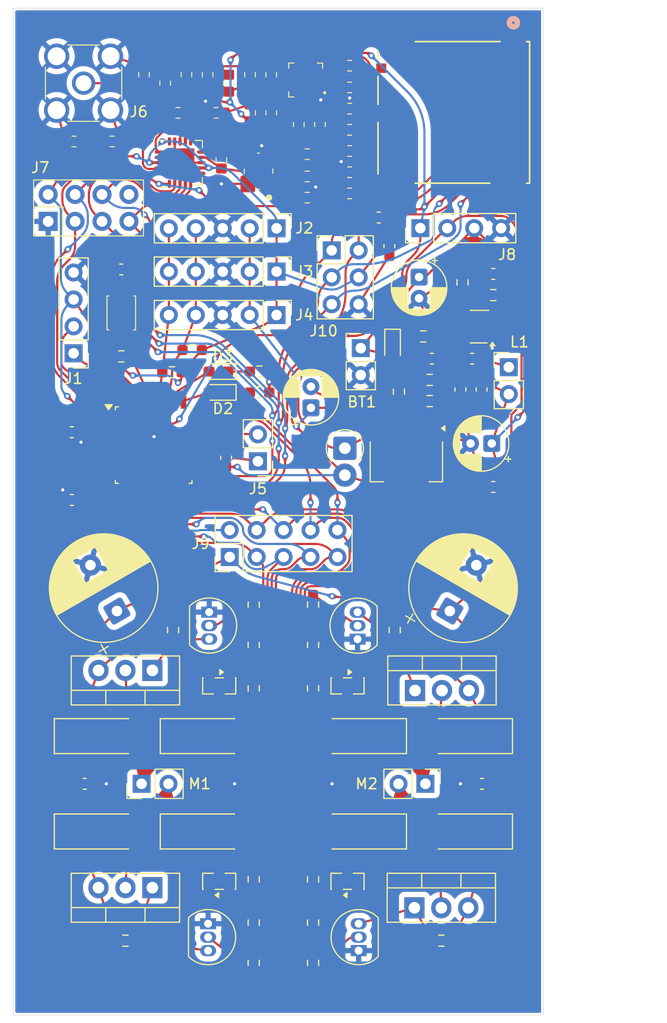
<source format=kicad_pcb>
(kicad_pcb (version 20241229) (generator "pcbnew") (generator_version "9.0")
  (layers (0 "F.Cu" signal) (2 "B.Cu" signal) (13 "F.Paste" user) (15 "B.Paste" user) (5 "F.SilkS" user "F.Silkscreen") (7 "B.SilkS" user "B.Silkscreen") (1 "F.Mask" user) (3 "B.Mask" user) (25 "Edge.Cuts" user))
  (net 0 "")
  (net 1 "GND")
  (net 2 "Net-(C1-Pad2)")
  (net 3 "Net-(U1-XTAL1{slash}PB6)")
  (net 4 "Net-(U1-XTAL2{slash}PB7)")
  (net 5 "Net-(U1-AREF)")
  (net 6 "3V3")
  (net 7 "12V")
  (net 8 "Net-(U4-SW)")
  (net 9 "Net-(U4-BOOT)")
  (net 10 "5V")
  (net 11 "Net-(U4-FB)")
  (net 12 "Net-(U7-DVDD)")
  (net 13 "Net-(U7-XC2)")
  (net 14 "Net-(U7-XC1)")
  (net 15 "Net-(U7-VDD_PA)")
  (net 16 "Net-(U8-TXRX)")
  (net 17 "Net-(C32-Pad1)")
  (net 18 "Net-(U8-ANT)")
  (net 19 "Net-(C38-Pad2)")
  (net 20 "Net-(J6-ANT)")
  (net 21 "Net-(C43-Pad2)")
  (net 22 "Net-(D1-K)")
  (net 23 "Net-(D2-K)")
  (net 24 "D2")
  (net 25 "Net-(D3-K)")
  (net 26 "D3")
  (net 27 "Net-(D4-A)")
  (net 28 "Net-(D6-A)")
  (net 29 "Net-(D8-A)")
  (net 30 "Net-(D10-A)")
  (net 31 "TX")
  (net 32 "RX")
  (net 33 "SCL")
  (net 34 "SDA")
  (net 35 "ADC1")
  (net 36 "ADC0")
  (net 37 "RC_CS")
  (net 38 "RC_EN")
  (net 39 "SCK")
  (net 41 "MISO")
  (net 42 "MOSI")
  (net 43 "M1_PWM_CW")
  (net 44 "M2_PWM_CW")
  (net 45 "M1_EN_CW")
  (net 46 "M1_EN_CCW")
  (net 47 "M2_PWM_CCW")
  (net 48 "M2_EN_CCW")
  (net 49 "M1_PWM_CCW")
  (net 50 "M2_EN_CW")
  (net 51 "SD_CS")
  (net 52 "Net-(U7-ANT2)")
  (net 53 "Net-(U7-ANT1)")
  (net 54 "Net-(Q1-G)")
  (net 55 "Net-(Q2-G)")
  (net 56 "Net-(Q3-G)")
  (net 57 "Net-(Q4-G)")
  (net 58 "Net-(Q5-B)")
  (net 59 "Net-(Q6-B)")
  (net 60 "Net-(Q11-C)")
  (net 61 "Net-(Q8-G)")
  (net 62 "Net-(Q12-C)")
  (net 63 "Net-(Q10-G)")
  (net 64 "Net-(Q11-B)")
  (net 65 "Net-(Q12-B)")
  (net 66 "RST")
  (net 67 "Net-(U4-EN)")
  (net 68 "Net-(U7-IREF)")
  (net 69 "Net-(U8-TXEN)")
  (net 70 "Net-(U8-RXEN)")
  (footprint "Connector_PinHeader_2.54mm:PinHeader_1x04_P2.54mm_Vertical" (layer "F.Cu") (at 162.75597 75.004843 90)
    (property "Reference" "J8")
    (property "Value" "Conn_01x04_Socket" (hide yes))
  )
  (footprint "Capacitor_THT:CP_Radial_D5.0mm_P2.00mm" (layer "F.Cu") (at 162.63597 79.624843 -90)
    (property "Reference" "C19" (hide yes))
    (property "Value" "10uF" (hide yes))
  )
  (footprint "Resistor_SMD:R_0603_1608Metric_Pad0.98x0.95mm_HandSolder" (layer "F.Cu") (at 164.73597 142.23497 180)
    (property "Reference" "R20" (hide yes))
    (property "Value" "4.7K" (hide yes))
  )
  (footprint "Diode_SMD:D_SMA_Handsoldering" (layer "F.Cu") (at 132.73597 131.93497)
    (property "Reference" "D6" (hide yes))
    (property "Value" "SS36" (hide yes))
  )
  (footprint "Package_TO_SOT_SMD:TSOT-23-6_HandSoldering" (layer "F.Cu") (at 168.33597 84.324843 180)
    (property "Reference" "U4" (hide yes))
    (property "Value" "TPS54302" (hide yes))
  )
  (footprint "Diode_SMD:D_SMA_Handsoldering" (layer "F.Cu") (at 142.73597 131.93497)
    (property "Reference" "D7" (hide yes))
    (property "Value" "SS36" (hide yes))
  )
  (footprint "Connector_PinHeader_2.54mm:PinHeader_2x03_P2.54mm_Vertical" (layer "F.Cu") (at 154.39597 77.104843)
    (property "Reference" "J10")
    (property "Value" "Conn_02x03_Odd_Even" (hide yes))
  )
  (footprint "Resistor_SMD:R_0603_1608Metric_Pad0.98x0.95mm_HandSolder" (layer "F.Cu") (at 139.43597 112.93497 90)
    (property "Reference" "R9" (hide yes))
    (property "Value" "4.7K" (hide yes))
  )
  (footprint "Capacitor_SMD:C_0603_1608Metric_Pad1.08x0.95mm_HandSolder" (layer "F.Cu") (at 168.57597 127.43497 180)
    (property "Reference" "C16" (hide yes))
    (property "Value" "100nF" (hide yes))
  )
  (footprint "Package_TO_SOT_SMD:SOT-223-3_TabPin2" (layer "F.Cu") (at 161.43597 97.024843 -90)
    (property "Reference" "U5" (hide yes))
    (property "Value" "AMS1117-3.3" (hide yes))
  )
  (footprint "Resistor_SMD:R_0603_1608Metric_Pad0.98x0.95mm_HandSolder" (layer "F.Cu") (at 141.23597 86.504843 180)
    (property "Reference" "R5" (hide yes))
    (property "Value" "4.7K" (hide yes))
  )
  (footprint "Package_TO_SOT_THT:TO-92_Inline" (layer "F.Cu") (at 156.93597 143.17497 90)
    (property "Reference" "Q12" (hide yes))
    (property "Value" "2N3904" (hide yes))
  )
  (footprint "Resistor_SMD:R_0603_1608Metric_Pad0.98x0.95mm_HandSolder" (layer "F.Cu") (at 147.03597 118.43497 -90)
    (property "Reference" "R10" (hide yes))
    (property "Value" "10K" (hide yes))
  )
  (footprint "common:C_0603" (layer "F.Cu") (at 156.08992 63.727843 180)
    (property "Reference" "C33" (hide yes))
    (property "Value" "1.0pF" (hide yes))
  )
  (footprint "switch:SW_Tactile3x2.5" (layer "F.Cu") (at 134.54847 83.004843 -90)
    (property "Reference" "SW1" (hide yes))
    (property "Value" "SW_Push" (hide yes))
  )
  (footprint "common:C_0603" (layer "F.Cu") (at 146.68992 60.527843 -90)
    (property "Reference" "C37" (hide yes))
    (property "Value" "1.5pF" (hide yes))
  )
  (footprint "air_sens_foots:SD_SLOT" (layer "F.Cu") (at 165.91287 64.084843 -90)
    (property "Reference" "SD1" (hide yes))
    (property "Value" "~" (hide yes))
  )
  (footprint "Package_TO_SOT_SMD:SOT-23" (layer "F.Cu") (at 155.88597 118.19747 -90)
    (property "Reference" "Q8" (hide yes))
    (property "Value" "AO3400A" (hide yes))
  )
  (footprint "Diode_SMD:D_SMA_Handsoldering" (layer "F.Cu") (at 156.93597 122.93497 180)
    (property "Reference" "D9" (hide yes))
    (property "Value" "SS36" (hide yes))
  )
  (footprint "Diode_THT:D_DO-41_SOD81_P2.54mm_Vertical_AnodeUp" (layer "F.Cu") (at 155.63597 95.772661 -90)
    (property "Reference" "D12" (hide yes))
    (property "Value" "1N400x" (hide yes))
  )
  (footprint "Resistor_SMD:R_0603_1608Metric_Pad0.98x0.95mm_HandSolder" (layer "F.Cu") (at 160.73597 90.424843 90)
    (property "Reference" "R31" (hide yes))
    (property "Value" "1" (hide yes))
  )
  (footprint "Package_TO_SOT_THT:TO-92_Inline" (layer "F.Cu") (at 156.83597 113.78497 90)
    (property "Reference" "Q11" (hide yes))
    (property "Value" "2N3904" (hide yes))
  )
  (footprint "Connector_PinHeader_2.54mm:PinHeader_1x02_P2.54mm_Vertical" (layer "F.Cu") (at 163.23597 127.43497 -90)
    (property "Reference" "M2")
    (property "Value" "Motor_DC" (hide yes))
  )
  (footprint "Capacitor_SMD:C_0603_1608Metric_Pad1.08x0.95mm_HandSolder" (layer "F.Cu") (at 159.83597 76.704843 -90)
    (property "Reference" "C6" (hide yes))
    (property "Value" "100nF" (hide yes))
  )
  (footprint "Capacitor_SMD:C_0603_1608Metric_Pad1.08x0.95mm_HandSolder" (layer "F.Cu") (at 131.09847 127.43497)
    (property "Reference" "C14" (hide yes))
    (property "Value" "100nF" (hide yes))
  )
  (footprint "Resistor_SMD:R_0603_1608Metric_Pad0.98x0.95mm_HandSolder" (layer "F.Cu") (at 134.54847 87.104843)
    (property "Reference" "R2" (hide yes))
    (property "Value" "10K" (hide yes))
  )
  (footprint "common:L_0603" (layer "F.Cu") (at 144.68992 61.327843 90)
    (property "Reference" "L9" (hide yes))
    (property "Value" "2.4nH" (hide yes))
  )
  (footprint "common:C_0603" (layer "F.Cu") (at 148.68992 60.527843 -90)
    (property "Reference" "C36" (hide yes))
    (property "Value" "0.3pF" (hide yes))
  )
  (footprint "Resistor_SMD:R_0603_1608Metric_Pad0.98x0.95mm_HandSolder" (layer "F.Cu") (at 163.63597 89.324843)
    (property "Reference" "R29" (hide yes))
    (property "Value" "43.2K" (hide yes))
  )
  (footprint "Resistor_SMD:R_0603_1608Metric_Pad0.98x0.95mm_HandSolder" (layer "F.Cu") (at 152.63597 118.43497 -90)
    (property "Reference" "R18" (hide yes))
    (property "Value" "10K" (hide yes))
  )
  (footprint "Resistor_SMD:R_0603_1608Metric_Pad0.98x0.95mm_HandSolder" (layer "F.Cu") (at 160.33597 112.93497 90)
    (property "Reference" "R17" (hide yes))
    (property "Value" "4.7K" (hide yes))
  )
  (footprint "Capacitor_SMD:C_0603_1608Metric_Pad1.08x0.95mm_HandSolder" (layer "F.Cu") (at 167.63597 87.324843)
    (property "Reference" "C21" (hide yes))
    (property "Value" "100nF" (hide yes))
  )
  (footprint "Resistor_SMD:R_0603_1608Metric_Pad0.98x0.95mm_HandSolder" (layer "F.Cu") (at 169.63597 81.324843)
    (property "Reference" "R23" (hide yes))
    (property "Value" "511K" (hide yes))
  )
  (footprint "Package_TO_SOT_SMD:SOT-23" (layer "F.Cu") (at 143.78597 136.63497 90)
    (property "Reference" "Q4" (hide yes))
    (property "Value" "AO3400A" (hide yes))
  )
  (footprint "common:C_0603" (layer "F.Cu") (at 146.68992 64.127843 90)
    (property "Reference" "C34" (hide yes))
    (property "Value" "220pF" (hide yes))
  )
  (footprint "common:C_0603" (layer "F.Cu") (at 148.68992 64.127843 90)
    (property "Reference" "C35" (hide yes))
    (property "Value" "1uF" (hide yes))
  )
  (footprint "connector:SMA" (layer "F.Cu") (at 130.98992 61.327843 180)
    (property "Reference" "J6")
    (property "Value" "SMA" (hide yes))
  )
  (footprint "Capacitor_SMD:C_0603_1608Metric_Pad1.08x0.95mm_HandSolder" (layer "F.Cu") (at 169.63597 99.424843)
    (property "Reference" "C42" (hide yes))
    (property "Value" "100nF" (hide yes))
  )
  (footprint "Resistor_SMD:R_0603_1608Metric_Pad0.98x0.95mm_HandSolder" (layer "F.Cu") (at 147.03597 110.53497 90)
    (property "Reference" "R7" (hide yes))
    (property "Value" "1K" (hide yes))
  )
  (footprint "Package_TO_SOT_THT:TO-220-3_Vertical" (layer "F.Cu") (at 162.25597 118.63497)
    (property "Reference" "Q7" (hide yes))
    (property "Value" "FQP27P06" (hide yes))
  )
  (footprint "Package_TO_SOT_THT:TO-220-3_Vertical" (layer "F.Cu") (at 162.19597 139.13497)
    (property "Reference" "Q9" (hide yes))
    (property "Value" "FQP27P06" (hide yes))
  )
  (footprint "common:L_0603" (layer "F.Cu") (at 152.08992 68.027843)
    (property "Reference" "L6" (hide yes))
    (property "Value" "8.2nH" (hide yes))
  )
  (footprint "Capacitor_THT:CP_Radial_D5.0mm_P2.00mm" (layer "F.Cu") (at 152.43597 91.959956 90)
    (property "Reference" "C43" (hide yes))
    (property "Value" "22uF" (hide yes))
  )
  (footprint "LED_SMD:LED_0603_1608Metric_Pad1.05x0.95mm_HandSolder" (layer "F.Cu") (at 160.13597 86.204843 -90)
    (property "Reference" "D1" (hide yes))
    (property "Value" "LED" (hide yes))
  )
  (footprint "Resistor_SMD:R_0603_1608Metric_Pad0.98x0.95mm_HandSolder" (layer "F.Cu") (at 147.03597 140.53497 -90)
    (property "Reference" "R13" (hide yes))
    (property "Value" "47" (hide yes))
  )
  (footprint "common:C_0603" (layer "F.Cu") (at 156.08992 67.727843 180)
    (property "Reference" "C31" (hide yes))
    (property "Value" "4.7nF" (hide yes))
  )
  (footprint "air_sens_foots:crys_osc_smd3225_4" (layer "F.Cu") (at 129.90472 97.454843 -90)
    (property "Reference" "Y1" (hide yes))
    (property "Value" "8MHz" (hide yes))
  )
  (footprint "transceiver:NRF24L01_QFN20" (layer "F.Cu") (at 140.08992 68.827843 90)
    (property "Reference" "U7" (hide yes))
    (property "Value" "NRF24L01" (hide yes))
  )
  (footprint "Capacitor_THT:CP_Radial_D10.0mm_P5.00mm" (layer "F.Cu") (at 134.13597 111.13497 120)
    (property "Reference" "C13" (hide yes))
    (property "Value" "470uF" (hide yes))
  )
  (footprint "common:C_0603" (layer "F.Cu") (at 130.08992 66.827843)
    (property "Reference" "C25" (hide yes))
    (property "Value" "10nF" (hide yes))
  )
  (footprint "common:R_0603" (layer "F.Cu") (at 143.98992 68.577843 90)
    (property "Reference" "R32" (hide yes))
    (property "Value" "1M" (hide yes))
  )
  (footprint "Capacitor_SMD:C_0603_1608Metric_Pad1.08x0.95mm_HandSolder" (layer "F.Cu") (at 166.53597 90.224843 90)
    (property "Reference" "C23" (hide yes))
    (property "Value" "22uF" (hide yes))
  )
  (footprint "Resistor_SMD:R_0603_1608Metric_Pad0.98x0.95mm_HandSolder" (layer "F.Cu") (at 152.63597 110.52247 90)
    (property "Reference" "R15" (hide yes))
    (property "Value" "1K" (hide yes))
  )
  (footprint "Capacitor_SMD:C_0603_1608Metric_Pad1.08x0.95mm_HandSolder" (layer "F.Cu") (at 163.83597 87.324843)
    (property "Reference" "C24" (hide yes))
    (property "Value" "75pF" (hide yes))
  )
  (footprint "Capacitor_SMD:C_0603_1608Metric_Pad1.08x0.95mm_HandSolder" (layer "F.Cu") (at 134.54847 78.904843 180)
    (property "Reference" "C1" (hide yes))
    (property "Value" "100nF" (hide yes))
  )
  (footprint "Connector_PinHeader_2.54mm:PinHeader_1x02_P2.54mm_Vertical" (layer "F.Cu") (at 136.46097 127.43497 90)
    (property "Reference" "M1")
    (property "Value" "Motor_DC" (hide yes))
  )
  (footprint "common:L_0603" (layer "F.Cu") (at 151.28992 65.227843 90)
    (property "Reference" "L8" (hide yes))
    (property "Value" "3.9nH" (hide yes))
  )
  (footprint "Diode_SMD:D_SMA_Handsoldering" (layer "F.Cu") (at 156.93597 131.93497 180)
    (property "Reference" "D11" (hide yes))
    (property "Value" "SS36" (hide yes))
  )
  (footprint "common:L_0603" (layer "F.Cu") (at 156.08992 65.727843)
    (property "Reference" "L7" (hide yes))
    (property "Value" "2.7nH" (hide yes))
  )
  (footprint "Capacitor_SMD:C_0603_1608Metric_Pad1.08x0.95mm_HandSolder" (layer "F.Cu") (at 129.88597 100.654843 180)
    (property "Reference" "C3" (hide yes))
    (property "Value" "12pF" (hide yes))
  )
  (footprint "common:C_0603" (layer "F.Cu") (at 152.08992 72.127843 180)
    (property "Reference" "C28" (hide yes))
    (property "Value" "12pF" (hide yes))
  )
  (footprint "common:C_0603" (layer "F.Cu") (at 153.28992 65.227843 90)
    (property "Reference" "C32" (hide yes))
    (property "Value" "1.5pF" (hide yes))
  )
  (footprint "Connector_PinHeader_2.54mm:PinHeader_1x02_P2.54mm_Vertical" (layer "F.Cu") (at 147.43597 97.004843 180)
    (property "Reference" "J5")
    (property "Value" "Conn_01x02_Socket" (hide yes))
  )
  (footprint "Package_QFP:TQFP-32_7x7mm_P0.8mm" (layer "F.Cu") (at 137.60597 95.474843)
    (property "Reference" "U1" (hide yes))
    (property "Value" "ATmega328P-A" (hide yes))
  )
  (footprint "common:C_0603" (layer "F.Cu") (at 140.68992 60.527843 -90)
    (property "Reference" "C39" (hide yes))
    (property "Value" "1.5pF" (hide yes))
  )
  (footprint "Resistor_SMD:R_0603_1608Metric_Pad0.98x0.95mm_HandSolder" (layer "F.Cu") (at 152.63597 136.44747 -90)
    (property "Reference" "R19" (hide yes))
    (property "Value" "10K" (hide yes))
  )
  (footprint "Diode_SMD:D_SMA_Handsoldering" (layer "F.Cu") (at 166.93597 122.93497 180)
    (property "Reference" "D8" (hide yes))
    (property "Value" "SS36" (hide yes))
  )
  (footprint "Diode_SMD:D_SMA_Handsoldering" (layer "F.Cu") (at 166.93597 131.93497 180)
    (property "Reference" "D10" (hide yes))
    (property "Value" "SS36" (hide yes))
  )
  (footprint "common:R_0603" (layer "F.Cu") (at 156.08992 71.727843)
    (property "Reference" "R27" (hide yes))
    (property "Value" "1k" (hide yes))
  )
  (footprint "Capacitor_THT:CP_Radial_D5.0mm_P2.00mm" (layer "F.Cu") (at 169.491082 95.324843 180)
    (property "Reference" "C41" (hide yes))
    (property "Value" "22uF" (hide yes))
  )
  (footprint "Package_TO_SOT_SMD:SOT-23" (layer "F.Cu") (at 143.78597 118.19747 -90)
    (property "Reference" "Q2" (hide yes))
    (property "Value" "AO3400A" (hide yes))
  )
  (footprint "common:L_0603" (layer "F.Cu") (at 138.68992 61.327843 90)
    (property "Reference" "L10" (hide yes))
    (property "Value" "2.4nH" (hide yes))
  )
  (footprint "Resistor_SMD:R_0603_1608Metric_Pad0.98x0.95mm_HandSolder" (layer "F.Cu") (at 152.63597 144.33497 -90)
    (property "Reference" "R22" (hide yes))
    (property "Value" "1K" (hide yes))
  )
  (footprint "Resistor_SMD:R_0603_1608Metric_Pad0.98x0.95mm_HandSolder" (layer "F.Cu") (at 139.33597 88.604843 180)
    (property "Reference" "R6" (hide yes))
    (property "Value" "4.7K" (hide yes))
  )
  (footprint "Connector_PinHeader_2.54mm:PinHeader_1x02_P2.54mm_Vertical" (layer "F.Cu") (at 171.1 88.125)
    (property "Reference" "L1")
    (property "Value" "10uH")
  )
  (footprint "Connector_PinHeader_2.54mm:PinHeader_1x05_P2.54mm_Vertical" (layer "F.Cu") (at 149.19597 83.204843 -90)
    (property "Reference" "J4")
    (property "Value" "Conn_01x05_Socket" (hide yes))
  )
  (footprint "Diode_SMD:D_SMA_Handsoldering" (layer "F.Cu") (at 132.73597 122.93497)
    (property "Reference" "D4" (hide yes))
    (property "Value" "SS36" (hide yes))
  )
  (footprint "Connector_PinHeader_2.54mm:PinHeader_1x04_P2.54mm_Vertical" (layer "F.Cu") (at 130.04847 86.814843 180)
    (property "Reference" "J1")
    (property "Value" "Conn_01x04_Socket" (hide yes))
  )
  (footprint "Capacitor_SMD:C_0603_1608Metric_Pad1.08x0.95mm_HandSolder" (layer "F.Cu") (at 144.43597 96.667343 90)
    (property "Reference" "C4" (hide yes))
    (property "Value" "100nF" (hide yes))
  )
  (footprint "Connector_PinHeader_2.54mm:PinHeader_2x05_P2.54mm_Vertical" (layer "F.Cu") (at 144.77597 106.03497 90)
    (property "Reference" "J9")
    (property "Value" "Conn_02x05_Odd_Even" (hide yes))
  )
  (footprint "common:R_0603" (layer "F.Cu") (at 143.48992 64.127843 180)
    (property "Reference" "R24" (hide yes))
    (property "Value" "22k" (hide yes))
  )
  (footprint "connector:Pin_02x04" (layer "F.Cu") (at 127.64992 74.367843 90)
    (property "Reference" "J7")
    (property "Value" "02x04" (hide yes))
  )
  (footprint "Package_TO_SOT_THT:TO-220-3_Vertical" (layer "F.Cu") (at 137.47597 137.23497 180)
    (property "Reference" "Q3" (hide yes))
    (property "Value" "FQP27P06" (hide yes))
  )
  (footprint "Capacitor_SMD:C_0603_1608Metric_Pad1.08x0.95mm_HandSolder" (layer "F.Cu") (at 168.53597 90.224843 -90)
    (property "Reference" "C22" (hide yes))
    (property "Value" "22uF" (hide yes))
  )
  (footprint "common:C_0603" (layer "F.Cu") (at 136.68992 60.527843 -90)
    (property "Reference" "C40" (hide yes))
    (property "Value" "1.5pF" (hide yes))
  )
  (footprint "Capacitor_SMD:C_0603_1608Metric_Pad1.08x0.95mm_HandSolder" (layer "F.Cu") (at 129.88597 94.264843)
    (property "Reference" "C2" (hide yes))
    (property "Value" "12pF" (hide yes))
  )
  (footprint "Connector_PinHeader_2.54mm:PinHeader_1x02_P2.54mm_Vertical" (layer "F.Cu") (at 157.13597 86.329843)
    (property "Reference" "BT1")
    (property "Value" "Battery 12V" (hide yes))
  )
  (footprint "Capacitor_SMD:C_0603_1608Metric_Pad1.08x0.95mm_HandSolder" (layer "F.Cu") (at 169.63597 79.324843)
    (property "Reference" "C20" (hide yes))
    (property "Value" "100nF" (hide yes))
  )
  (footprint "common:C_0603" (layer "F.Cu") (at 133.68992 66.827843 180)
    (property "Reference" "C26" (hide yes))
    (property "Value" "1nF" (hide yes))
  )
  (footprint "Resistor_SMD:R_0603_1608Metric_Pad0.98x0.95mm_HandSolder" (layer "F.Cu") (at 134.93597 142.23497)
    (property "Reference" "R12" (hide yes))
    (property "Value" "4.7K" (hide yes))
  )
  (footprint "LED_SMD:LED_0603_1608Metric_Pad1.05x0.95mm_HandSolder" (layer "F.Cu") (at 143.70472 88.534843 180)
    (property "Reference" "D3")
    (property "Value" "LED" (hide yes))
  )
  (footprint "Capacitor_THT:CP_Radial_D10.0mm_P5.00mm" (layer "F.Cu") (at 165.53597 111.13497 60)
    (property "Reference" "C15" (hide yes))
    (property "Value" "470uF" (hide yes))
  )
  (footprint "Package_TO_SOT_THT:TO-220-3_Vertical" (layer "F.Cu") (at 137.47597 116.73497 180)
    (property "Reference" "Q1" (hide yes))
    (property "Value" "FQP27P06" (hide yes))
  )
  (footprint "common:Crystal_3225" (layer "F.Cu") (at 147.48992 69.627843 90)
    (property "Reference" "Y3" (hide yes))
    (property "Value" "16MHz" (hide yes))
  )
  (footprint "Package_TO_SOT_THT:TO-92_Inline" (layer "F.Cu") (at 142.73597 140.63497 -90)
    (property "Reference" "Q6" (hide yes))
    (property "Value" "2N3904" (hide yes))
  )
  (footprint "Diode_SMD:D_SMA_Handsoldering" (layer "F.Cu") (at 142.73597 122.93497)
    (property "Reference" "D5" (hide yes))
    (property "Value" "SS36" (hide yes))
  )
  (footprint "common:R_0603" (layer "F.Cu") (at 156.08992 59.677843 180)
    (property "Reference" "R28" (hide yes))
    (property "Value" "20k" (hide yes))
  )
  (footprint "Connector_PinHeader_2.54mm:PinHeader_1x05_P2.54mm_Vertical" (layer "F.Cu") (at 149.19597 79.104843 -90)
    (property "Reference" "J3")
    (property "Value" "Conn_01x05_Socket" (hide yes))
  )
  (footprint "LED_SMD:LED_0603_1608Metric_Pad1.05x0.95mm_HandSolder" (layer "F.Cu") (at 143.71722 90.504843 180)
    (property "Reference" "D2")
    (property "Value" "LED" (hide yes))
  )
  (footprint "Connector_PinHeader_2.54mm:PinHeader_1x05_P2.54mm_Vertical" (layer "F.Cu") (at 149.19597 75.024843 -90)
    (property "Reference" "J2")
    (property "Value" "Conn_01x05_Socket" (hide yes))
  )
  (footprint "Resistor_SMD:R_0603_1608Metric_Pad0.98x0.95mm_HandSolder" (layer "F.Cu") (at 147.03597 136.44747 -90)
    (property "Reference" "R11" (hide yes))
    (property "Value" "10K" (hide yes))
  )
  (footprint "common:C_0603" (layer "F.Cu") (at 139.88992 64.127843)
    (property "Reference" "C27" (hide yes))
    (property "Value" "33nF" (hide yes))
  )
  (footprint "Resistor_SMD:R_0603_1608Metric_Pad0.98x0.95mm_HandSolder" (layer "F.Cu") (at 147.03597 114.33497 90)
    (property "Reference" "R8" (hide yes))
    (property "Value" "47" (hide yes))
  )
  (footprint "Resistor_SMD:R_0603_1608Metric_Pad0.98x0.95mm_HandSolder" (layer "F.Cu") (at 166.73597 80.124843 -90)
    (property "Reference" "R25" (hide yes))
    (property "Value" "105K" (hide yes))
  )
  (footprint "Resistor_SMD:R_0603_1608Metric_Pad0.98x0.95mm_HandSolder" (layer "F.Cu") (at 147.59222 90.504843)
    (property "Reference" "R3" (hide yes))
    (property "Value" "330" (hide yes))
  )
  (footprint "common:R_0603" (layer "F.Cu") (at 156.08992 61.727843 180)
    (property "Reference" "R26" (hide yes))
    (property "Value" "1k" (hide yes))
  )
  (footprint "common:C_0603" (layer "F.Cu") (at 156.08992 69.727843 180)
    (property "Reference" "C30" (hide yes))
    (property "Value" "2.2nF" (hide yes))
  )
  (footprint "Resistor_SMD:R_0603_1608Metric_Pad0.98x0.95mm_HandSolder" (layer "F.Cu") (at 147.57972 88.534843)
    (property "Reference" "R4" (hide yes))
    (property "Value" "330" (hide yes))
  )
  (footprint "transceiver:RFX2401C_QFN16" (layer "F.Cu") (at 151.93992 61.027843 180)
    (property "Reference" "U8" (hide yes))
    (property "Value" "RFX2401C" (hide yes))
  )
  (footprint "Resistor_SMD:R_0603_1608Metric_Pad0.98x0.95mm_HandSolder" (layer "F.Cu") (at 147.03597 144.33497 -90)
    (property "Reference" "R14" (hide yes))
    (property "Value" "1K" (hide yes))
  )
  (footprint "Resistor_SMD:R_0603_1608Metric_Pad0.98x0.95mm_HandSolder" (layer "F.Cu") (at 163.63597 91.324843 180)
    (property "Reference" "R30" (hide yes))
    (property "Value" "5.76K" (hide yes))
  )
  (footprint "Package_TO_SOT_SMD:SOT-23" (layer "F.Cu") (at 155.88597 136.63497 90)
    (property "Reference" "Q10" (hide yes))
    (property "Value" "AO3400A" (hide yes))
  )
  (footprint "common:C_0603" (layer "F.Cu") (at 152.08992 70.127843 180)
    (property "Reference" "C29" (hide yes))
    (property "Value" "12pF" (hide yes))
  )
  (footprint "Capacitor_SMD:C_0603_1608Metric_Pad1.08x0.95mm_HandSolder" (layer "F.Cu") (at 158.83597 74.004843)
    (property "Reference" "C5" (hide yes))
    (property "Value" "10uF" (hide yes))
  )
  (footprint "Resistor_SMD:R_0603_1608Metric_Pad0.98x0.95mm_HandSolder" (layer "F.Cu") (at 152.63597 114.33497 90)
    (property "Reference" "R16" (hide yes))
    (property "Value" "47" (hide yes))
  )
  (footprint "Package_TO_SOT_THT:TO-92_Inline" (layer "F.Cu") (at 142.83597 111.23497 -90)
    (property "Reference" "Q5" (hide yes))
    (property "Value" "2N3904" (hide yes))
  )
  (footprint "Resistor_SMD:R_0603_1608Metric_Pad0.98x0.95mm_HandSolder" (layer "F.Cu") (at 163.03597 85.224843)
    (property "Reference" "R1" (hide yes))
    (property "Value" "680" (hide yes))
  )
  (footprint "Resistor_SMD:R_0603_1608Metric_Pad0.98x0.95mm_HandSolder" (layer "F.Cu") (at 152.63597 140.53497 -90)
    (property "Reference" "R21" (hide yes))
    (property "Value" "47" (hide yes))
  )
  (footprint "common:C_0603" (layer "F.Cu") (at 142.68992 60.527843 -90)
    (property "Reference" "C38" (hide yes))
    (property "Value" "1.5pF" (hide yes))
  )
  (gr_poly (pts (xy 154.73597 137.63497) (xy 152.73597 139.43497) (xy 152.73597 137.43497)) (stroke (width 0.2)) (fill yes) (layer "F.Cu") (net 63))
  (gr_poly (pts (xy 161.13597 128.2) (xy 160.6 128.3) (xy 159.53597 131.83497) (xy 164.23597 131.83497)) (stroke (width 0.2)) (fill yes) (layer "F.Cu") (net 30))
  (gr_poly (pts (xy 154.03597 116.03497) (xy 152.73597 117.33497) (xy 152.73597 115.43497)) (stroke (width 0.2)) (fill yes) (layer "F.Cu") (net 61))
  (gr_poly (pts (xy 162.7 126.6) (xy 163.33597 126.53497) (xy 164.33597 123.03497) (xy 159.63597 123.03497)) (stroke (width 0.2)) (fill yes) (layer "F.Cu") (net 29))
  (gr_poly (pts (xy 134.53597 95.504843) (xy 134.73597 95.904843) (xy 134.33597 96.504843) (xy 137.9 96.5)) (stroke (width 0.2)) (fill yes) (layer "F.Cu") (net 6))
  (gr_poly (pts (xy 138.53597 128.23497) (xy 139.13597 128.33497) (xy 140.13597 131.83497) (xy 135.43597 131.83497)) (stroke (width 0.2)) (fill yes) (layer "F.Cu") (net 28))
  (gr_poly (pts (xy 146.93597 119.43497) (xy 145.33597 122.43497) (xy 145.33597 119.43497)) (stroke (width 0.2)) (fill yes) (layer "F.Cu") (net 1))
  (gr_poly (pts (xy 144.83597 137.23497) (xy 146.73597 135.33497) (xy 145.33597 132.23497)) (stroke (width 0.2)) (fill yes) (layer "F.Cu") (net 1))
  (gr_poly (pts (xy 137 126.6) (xy 136.33597 126.53497) (xy 135.33597 123.03497) (xy 140.03597 123.03497)) (stroke (width 0.2)) (fill yes) (layer "F.Cu") (net 27))
  (gr_poly (pts (xy 164.5 78.5) (xy 167 76) (xy 168 75.83851) (xy 168.955792 76.266086) (xy 170.1 77.4) (xy 170.4 78.1) (xy 170.398481 78.7) (xy 170.2 78.7) (xy 169.1 78.3) (xy 165.4 78.3) (xy 164.5 78.534891)) (stroke (width 0.2)) (fill yes) (layer "F.Cu") (net 7))
  (gr_poly (pts (xy 152.73597 119.33497) (xy 154.33597 122.53497) (xy 154.83597 117.43497)) (stroke (width 0.2)) (fill yes) (layer "F.Cu") (net 1))
  (gr_rect (start 124.35 54.25) (end 174.35 149.25) (stroke (width 0.05)) (fill no) (layer "Edge.Cuts"))
  (segment (start 166.698263 79.23453) (end 162.63597 81.624843) (width 0.2) (layer "F.Cu") (net 1))
  (segment (start 159.544134 78.032015) (end 156.93597 82.184843) (width 0.2) (layer "F.Cu") (net 1))
  (segment (start 151.18992 59.940343) (end 151.18992 59.602843) (width 0.2) (layer "F.Cu") (net 1))
  (segment (start 144.28992 64.127843) (end 143.437407 63.27533) (width 0.2) (layer "F.Cu") (net 1))
  (segment (start 152.63597 135.53497) (end 154.43597 131.93497) (width 0.2) (layer "F.Cu") (net 1))
  (segment (start 167.491082 95.352399) (end 167.491082 95.379955) (width 0.2) (layer "F.Cu") (net 1))
  (segment (start 130.74847 95.204843) (end 130.74847 96.344173) (width 0.2) (layer "F.Cu") (net 1))
  (segment (start 129.02347 99.704843) (end 129.02347 98.60819) (width 0.2) (layer "F.Cu") (net 1))
  (segment (start 156.48992 60.077843) (end 156.88992 59.677843) (width 0.2) (layer "F.Cu") (net 1))
  (segment (start 148.49847 88.541093) (end 148.49222 88.534843) (width 0.2) (layer "F.Cu") (net 1))
  (segment (start 148.68992 59.727843) (end 146.68992 59.727843) (width 0.2) (layer "F.Cu") (net 1))
  (segment (start 152.18992 61.454619) (end 152.18992 62.452843) (width 0.2) (layer "F.Cu") (net 1))
  (segment (start 148.50472 89.504843) (end 148.50472 88.556181) (width 0.2) (layer "F.Cu") (net 1))
  (segment (start 132.40497 95.361002) (end 132.40497 94.931012) (width 0.2) (layer "F.Cu") (net 1))
  (segment (start 139.839919 69.077842) (end 139.443473 69.474289) (width 0.2) (layer "F.Cu") (net 1))
  (segment (start 137.63597 94.677726) (end 133.722904 94.301695) (width 0.2) (layer "F.Cu") (net 1))
  (segment (start 163.112753 73.704843) (end 160.210602 73.704843) (width 0.2) (layer "F.Cu") (net 1))
  (segment (start 137.63597 94.677726) (end 141.76847 95.074843) (width 0.2) (layer "F.Cu") (net 1))
  (segment (start 166.53597 91.087343) (end 164.54847 91.324843) (width 0.2) (layer "F.Cu") (net 1))
  (segment (start 142.68992 59.727843) (end 146.68992 59.727843) (width 0.2) (layer "F.Cu") (net 1))
  (segment (start 146.68992 63.327843) (end 144.28992 64.127843) (width 0.2) (layer "F.Cu") (net 1))
  (segment (start 140.443473 68.827843) (end 142.08992 68.827843) (width 0.2) (layer "F.Cu") (net 1))
  (segment (start 167.485023 95.297961) (end 166.53597 91.087343) (width 0.2) (layer "F.Cu") (net 1))
  (segment (start 134.086255 78.128843) (end 131.868245 78.128843) (width 0.2) (layer "F.Cu") (net 1))
  (segment (start 166.53597 127.43497) (end 167.71347 127.43497) (width 0.2) (layer "F.Cu") (net 1))
  (segment (start 156.60472 137.57247) (end 156.83597 137.57247) (width 0.2) (layer "F.Cu") (net 1))
  (segment (start 152.63597 119.34747) (end 154.93597 117.25997) (width 0.2) (layer "F.Cu") (net 1))
  (segment (start 129.28992 66.827843) (end 128.44992 63.867843) (width 0.2) (layer "F.Cu") (net 1))
  (segment (start 147.03597 119.34747) (end 145.591102 119.34747) (width 0.2) (layer "F.Cu") (net 1))
  (segment (start 154.43597 127.43497) (end 154.43597 122.93497) (width 0.2) (layer "F.Cu") (net 1))
  (segment (start 160.61197 75.564285) (end 160.61197 76.242628) (width 0.2) (layer "F.Cu") (net 1))
  (segment (start 134.48992 66.827843) (end 133.52992 63.867843) (width 0.2) (layer "F.Cu") (net 1))
  (segment (start 145.23597 131.93497) (end 144.73597 137.57247) (width 0.2) (layer "F.Cu") (net 1))
  (segment (start 132.91881 95.874843) (end 133.44347 95.874843) (width 0.2) (layer "F.Cu") (net 1))
  (segment (start 143.98992 70.827843) (end 146.48992 70.827843) (width 0.2) (layer "F.Cu") (net 1))
  (segment (start 155.28992 68.727843) (end 155.28992 67.727843) (width 0.2) (layer "F.Cu") (net 1))
  (segment (start 136.68992 59.727843) (end 133.52992 58.787843) (width 0.2) (layer "F.Cu") (net 1))
  (segment (start 152.63597 119.34747) (end 154.43597 122.93497) (width 0.2) (layer "F.Cu") (net 1))
  (segment (start 160.15522 74.461593) (end 159.84847 74.154843) (width 0.2) (layer "F.Cu") (net 1))
  (segment (start 151.513143 61.277843) (end 150.51492 61.277843) (width 0.2) (layer "F.Cu") (net 1))
  (segment (start 156.16063 62.998553) (end 156.88992 63.727843) (width 0.2) (layer "F.Cu") (net 1))
  (segment (start 145.23597 122.93497) (end 145.23597 119.286538) (width 0.2) (layer "F.Cu") (net 1))
  (segment (start 152.366696 61.277843) (end 153.36492 61.277843) (width 0.2) (layer "F.Cu") (net 1))
  (segment (start 148.68992 59.727843) (end 150.51492 60.277843) (width 0.2) (layer "F.Cu") (net 1))
  (segment (start 167.465375 95.314916) (end 163.73597 93.874843) (width 0.2) (layer "F.Cu") (net 1))
  (segment (start 145.23597 131.93497) (end 146.977273 135.417576) (width 0.2) (layer "F.Cu") (net 1))
  (segment (start 129.039095 98.570468) (end 129.05472 98.554843) (width 0.2) (layer "F.Cu") (net 1))
  (segment (start 145.23597 131.93497) (end 145.23597 127.43497) (width 0.2) (layer "F.Cu") (net 1))
  (segment (start 141.418168 70.156091) (end 140.33992 69.077843) (width 0.2) (layer "F.Cu") (net 1))
  (segment (start 152.366696 60.777843) (end 153.36492 60.777843) (width 0.2) (layer "F.Cu") (net 1))
  (segment (start 166.53597 91.087343) (end 168.53597 91.087343) (width 0.2) (layer "F.Cu") (net 1))
  (segment (start 135.02297 78.516843) (end 135.41097 78.904843) (width 0.2) (layer "F.Cu") (net 1))
  (segment (start 152.06492 61.152843) (end 152.451271 61.539194) (width 0.2) (layer "F.Cu") (net 1))
  (segment (start 155.28992 68.727843) (end 155.28992 69.727843) (width 0.2) (layer "F.Cu") (net 1))
  (segment (start 156.08992 62.827843) (end 156.08992 62.727843) (width 0.2) (layer "F.Cu") (net 1))
  (segment (start 153.36492 62.902843) (end 153.36492 61.777843) (width 0.2) (layer "F.Cu") (net 1))
  (segment (start 144.73597 137.57247) (end 146.680662 135.627777) (width 0.2) (layer "F.Cu") (net 1))
  (segment (start 147.78992 67.227843) (end 148.48992 68.427843) (width 0.2) (layer "F.Cu") (net 1))
  (segment (start 151.428568 60.516491) (end 151.81492 60.902843) (width 0.2) (layer "F.Cu") (net 1))
  (segment (start 141.542432 63.27533) (end 140.68992 64.127843) (width 0.2) (layer "F.Cu") (net 1))
  (segment (start 143.03992 70.827843) (end 143.98992 70.827843) (width 0.2) (layer "F.Cu") (net 1))
  (segment (start 145.23597 122.93497) (end 147.03597 119.34747) (width 0.2) (layer "F.Cu") (net 1))
  (segment (start 143.096236 117.25997) (end 142.83597 117.25997) (width 0.2) (layer "F.Cu") (net 1))
  (segment (start 152.88992 71.127843) (end 152.88992 70.127843) (width 0.2) (layer "F.Cu") (net 1))
  (segment (start 154.43597 127.43497) (end 154.43597 131.93497) (width 0.2) (layer "F.Cu") (net 1))
  (segment (start 152.88992 71.127843) (end 152.88992 72.127843) (width 0.2) (layer "F.Cu") (net 1))
  (segment (start 152.63597 135.53497) (end 153.48597 135.53497) (width 0.2) (layer "F.Cu") (net 1))
  (segment (start 145.23597 122.93497) (end 145.23597 127.43497) (width 0.2) (layer "F.Cu") (net 1))
  (segment (start 142.68992 59.727843) (end 140.68992 59.727843) (width 0.2) (layer "F.Cu") (net 1))
  (segment (start 156.08992 62.727843) (end 156.08992 61.043528) (width 0.2) (layer "F.Cu") (net 1))
  (segment (start 145.131954 119.035422) (end 143.540537 117.444005) (width 0.2) (layer "F.Cu") (net 1))
  (segment (start 166.779653 79.214754) (end 168.77347 79.324843) (width 0.2) (layer "F.Cu") (net 1))
  (segment (start 130.58147 78.661843) (end 130.04847 79.194843) (width 0.2) (layer "F.Cu") (net 1))
  (segment (start 150.85242 60.277843) (end 150.51492 60.277843) (width 0.2) (layer "F.Cu") (net 1))
  (segment (start 132.531629 94.625235) (end 132.683525 94.473343) (width 0.2) (layer "F.Cu") (net 1))
  (segment (start 151.68992 60.601066) (end 151.68992 59.602843) (width 0.2) (layer "F.Cu") (net 1))
  (segment (start 150.51492 61.777843) (end 148.68992 63.327843) (width 0.2) (layer "F.Cu") (net 1))
  (segment (start 145.131954 119.035422) (end 145.339986 119.243454) (width 0.2) (layer "F.Cu") (net 1))
  (segment (start 169.53597 86.324843) (end 170.04597 85.274843) (width 0.2) (layer "F.Cu") (net 1))
  (segment (start 142.13992 63.027843) (end 142.48992 63.027843) (width 0.2) (layer "F.Cu") (net 1))
  (segment (start 139.236366 68.327843) (end 138.08992 68.327843) (width 0.2) (layer "F.Cu") (net 1))
  (segment (start 130.74847 95.204843) (end 130.74847 94.264843) (width 0.2) (layer "F.Cu") (net 1))
  (segment (start 138.58992 69.827843) (end 138.08992 69.827843) (width 0.2) (layer "F.Cu") (net 1))
  (segment (start 154.93597 117.25997) (end 154.43597 122.93497) (width 0.2) (layer "F.Cu") (net 1))
  (segment (start 150.51492 61.777843) (end 150.85242 61.777843) (width 0.2) (layer "F.Cu") (net 1))
  (segment (start 133.13597 127.43497) (end 131.96097 127.43497) (width 0.2) (layer "F.Cu") (net 1))
  (segment (start 136.68992 59.727843) (end 140.68992 59.727843) (width 0.2) (layer "F.Cu") (net 1))
  (segment (start 148.50472 89.504843) (end 148.50472 90.504843) (width 0.2) (layer "F.Cu") (net 1))
  (segment (start 171.285969 67.204844) (end 171.53597 67.204844) (width 0.2) (layer "F.Cu") (net 1))
  (segment (start 154.93701 136.13601) (end 156.209951 137.408951) (width 0.2) (layer "F.Cu") (net 1))
  (segment (start 163.73597 93.874843) (end 160.73597 91.337343) (width 0.2) (layer "F.Cu") (net 1))
  (segment (start 129.02347 99.704843) (end 129.02347 100.654843) (width 0.2) (layer "F.Cu") (net 1))
  (segment (start 139.58992 67.974289) (end 139.58992 66.827843) (width 0.2) (layer "F.Cu") (net 1))
  (segment (start 146.68992 63.327843) (end 148.68992 63.327843) (width 0.2) (layer "F.Cu") (net 1))
  (segment (start 166.73597 79.168593) (end 166.73597 79.124843) (width 0.2) (layer "F.Cu") (net 1))
  (segment (start 167.499307 95.351142) (end 168.77347 99.424843) (width 0.2) (layer "F.Cu") (net 1))
  (segment (start 165.542334 72.698478) (end 170.859191 67.381621) (width 0.2) (layer "F.Cu") (net 1))
  (segment (start 142.83992 63.027843) (end 142.48992 63.027843) (width 0.2) (layer "F.Cu") (net 1))
  (segment (start 151.814919 61.152842) (end 151.428568 61.539194) (width 0.2) (layer "F.Cu") (net 1))
  (segment (start 162.63597 81.624843) (end 163.94847 85.224843) (width 0.2) (layer "F.Cu") (net 1))
  (segment (start 153.36492 61.777843) (end 153.02742 61.777843) (width 0.2) (layer "F.Cu") (net 1))
  (segment (start 130.751595 96.351718) (end 130.75472 96.354843) (width 0.2) (layer "F.Cu") (net 1))
  (via (at 148.50472 89.504843) (size 0.6) (drill 0.3) (layers "F.Cu" "B.Cu") (net 1))
  (via (at 143.98992 70.827843) (size 0.6) (drill 0.3) (layers "F.Cu" "B.Cu") (net 1))
  (via (at 130.74847 95.204843) (size 0.6) (drill 0.3) (layers "F.Cu" "B.Cu") (net 1))
  (via (at 156.08992 62.727843) (size 0.6) (drill 0.3) (layers "F.Cu" "B.Cu") (net 1))
  (via (at 153.36492 62.902843) (size 0.6) (drill 0.3) (layers "F.Cu" "B.Cu") (net 1))
  (via (at 145.23597 127.43497) (size 0.6) (drill 0.3) (layers "F.Cu" "B.Cu") (net 1))
  (via (at 137.63597 94.677726) (size 0.6) (drill 0.3) (layers "F.Cu" "B.Cu") (net 1))
  (via (at 169.53597 86.324843) (size 0.6) (drill 0.3) (layers "F.Cu" "B.Cu") (net 1))
  (via (at 152.88992 71.127843) (size 0.6) (drill 0.3) (layers "F.Cu" "B.Cu") (net 1))
  (via (at 142.48992 63.027843) (size 0.6) (drill 0.3) (layers "F.Cu" "B.Cu") (net 1))
  (via (at 129.02347 99.704843) (size 0.6) (drill 0.3) (layers "F.Cu" "B.Cu") (net 1))
  (via (at 166.53597 127.43497) (size 0.6) (drill 0.3) (layers "F.Cu" "B.Cu") (net 1))
  (via (at 154.43597 127.43497) (size 0.6) (drill 0.3) (layers "F.Cu" "B.Cu") (net 1))
  (via (at 155.28992 68.727843) (size 0.6) (drill 0.3) (layers "F.Cu" "B.Cu") (net 1))
  (via (at 133.13597 127.43497) (size 0.6) (drill 0.3) (layers "F.Cu" "B.Cu") (net 1))
  (via (at 147.78992 67.227843) (size 0.6) (drill 0.3) (layers "F.Cu" "B.Cu") (net 1))
  (arc (start 132.40497 95.361002) (mid 132.444083 95.55764) (end 132.55547 95.724342) (width 0.2) (layer "F.Cu") (net 1))
  (arc (start 151.814919 61.152842) (mid 151.866696 61.027842) (end 151.81492 60.902843) (width 0.2) (layer "F.Cu") (net 1))
  (arc (start 130.74847 96.344173) (mid 130.749282 96.348256) (end 130.751595 96.351718) (width 0.2) (layer "F.Cu") (net 1))
  (arc (start 166.73597 79.168593) (mid 166.748621 79.200369) (end 166.779653 79.214754) (width 0.2) (layer "F.Cu") (net 1))
  (arc (start 139.443473 69.474289) (mid 139.051859 69.735957) (end 138.58992 69.827843) (width 0.2) (layer "F.Cu") (net 1))
  (arc (start 160.210602 73.704843) (mid 160.014617 73.743826) (end 159.84847 73.854843) (width 0.2) (layer "F.Cu") (net 1))
  (arc (start 132.531629 94.625235) (mid 132.437888 94.765526) (end 132.40497 94.931012) (width 0.2) (layer "F.Cu") (net 1))
  (arc (start 139.83992 68.577843) (mid 139.563007 68.392815) (end 139.236366 68.327843) (width 0.2) (layer "F.Cu") (net 1))
  (arc (start 167.491082 95.352399) (mid 167.484037 95.329673) (end 167.465375 95.314916) (width 0.2) (layer "F.Cu") (net 1))
  (arc (start 160.15522 74.461593) (mid 160.493264 74.967512) (end 160.61197 75.564285) (width 0.2) (layer "F.Cu") (net 1))
  (arc (start 150.85242 60.277843) (mid 151.091068 60.178991) (end 151.18992 59.940343) (width 0.2) (layer "F.Cu") (net 1))
  (arc (start 166.779653 79.214754) (mid 166.737496 79.218626) (end 166.698263 79.23453) (width 0.2) (layer "F.Cu") (net 1))
  (arc (start 145.339986 119.243454) (mid 145.273583 119.230245) (end 145.23597 119.286538) (width 0.2) (layer "F.Cu") (net 1))
  (arc (start 151.428568 61.539194) (mid 151.164229 61.71582) (end 150.85242 61.777843) (width 0.2) (layer "F.Cu") (net 1))
  (arc (start 141.418168 70.156091) (mid 142.162234 70.65326) (end 143.03992 70.827843) (width 0.2) (layer "F.Cu") (net 1))
  (arc (start 152.06492 61.152843) (mid 151.93992 61.101066) (end 151.81492 61.152843) (width 0.2) (layer "F.Cu") (net 1))
  (arc (start 151.18992 59.940343) (mid 151.251942 60.252152) (end 151.428568 60.516491) (width 0.2) (layer "F.Cu") (net 1))
  (arc (start 160.22397 77.179343) (mid 159.860086 77.586571) (end 159.544134 78.032015) (width 0.2) (layer "F.Cu") (net 1))
  (arc (start 166.698263 79.23453) (mid 166.725877 79.206571) (end 166.73597 79.168593) (width 0.2) (layer "F.Cu") (net 1))
  (arc (start 151.81492 60.902843) (mid 151.93992 60.954619) (end 152.06492 60.902843) (width 0.2) (layer "F.Cu") (net 1))
  (arc (start 151.68992 60.601066) (mid 151.722406 60.764386) (end 151.81492 60.902843) (width 0.2) (layer "F.Cu") (net 1))
  (arc (start 145.339986 119.243454) (mid 145.455199 119.320437) (end 145.591102 119.34747) (width 0.2) (layer "F.Cu") (net 1))
  (arc (start 160.61197 76.242628) (mid 160.511132 76.749574) (end 160.22397 77.179343) (width 0.2) (layer "F.Cu") (net 1))
  (arc (start 167.499307 95.351142) (mid 167.494655 95.348238) (end 167.491082 95.352399) (width 0.2) (layer "F.Cu") (net 1))
  (arc (start 145.23597 119.286538) (mid 145.208937 119.150635) (end 145.131954 119.035422) (width 0.2) (layer "F.Cu") (net 1))
  (arc (start 154.93701 136.13601) (mid 154.271267 135.691175) (end 153.48597 135.53497) (width 0.2) (layer "F.Cu") (net 1))
  (arc (start 159.84847 73.854843) (mid 159.786337 74.004843) (end 159.84847 74.154843) (width 0.2) (layer "F.Cu") (net 1))
  (arc (start 146.90472 135.53497) (mid 146.78346 135.559089) (end 146.680662 135.627777) (width 0.2) (layer "F.Cu") (net 1))
  (arc (start 132.55547 95.724342) (mid 132.722172 95.835729) (end 132.91881 95.874843) (width 0.2) (layer "F.Cu") (net 1))
  (arc (start 152.451271 61.539194) (mid 152.71561 61.71582) (end 153.02742 61.777843) (width 0.2) (layer "F.Cu") (net 1))
  (arc (start 151.81492 61.152843) (mid 151.676463 61.245356) (end 151.513143 61.277843) (width 0.2) (layer "F.Cu") (net 1))
  (arc (start 152.366696 60.777843) (mid 152.203376 60.810329) (end 152.06492 60.902843) (width 0.2) (layer "F.Cu") (net 1))
  (arc (start 143.540537 117.444005) (mid 143.33669 117.307799) (end 143.096236 117.25997) (width 0.2) (layer "F.Cu") (net 1))
  (arc (start 167.465375 95.314916) (mid 167.480283 95.31233) (end 167.485023 95.297961) (width 0.2) (layer "F.Cu") (net 1))
  (arc (start 146.977273 135.417576) (mid 146.973722 135.496498) (end 146.90472 135.53497) (width 0.2) (layer "F.Cu") (net 1))
  (arc (start 156.48992 60.077843) (mid 156.193876 60.520903) (end 156.08992 61.043528) (width 0.2) (layer "F.Cu") (net 1))
  (arc (start 165.542334 72.698478) (mid 164.427633 73.443298) (end 163.112753 73.704843) (width 0.2) (layer "F.Cu") (net 1))
  (arc (start 139.236366 68.327843) (mid 139.486366 68.224289) (end 139.58992 67.974289) (width 0.2) (layer "F.Cu") (net 1))
  (arc (start 131.868245 78.128843) (mid 131.171847 78.267365) (end 130.58147 78.661843) (width 0.2) (layer "F.Cu") (net 1))
  (arc (start 152.06492 61.152843) (mid 152.203376 61.245356) (end 152.366696 61.277843) (width 0.2) (layer "F.Cu") (net 1))
  (arc (start 143.437407 63.27533) (mid 143.163277 63.092162) (end 142.83992 63.027843) (width 0.2) (layer "F.Cu") (net 1))
  (arc (start 133.162748 94.274843) (mid 132.903394 94.326431) (end 132.683525 94.473343) (width 0.2) (layer "F.Cu") (net 1))
  (arc (start 156.209951 137.408951) (mid 156.391072 137.529972) (end 156.60472 137.57247) (width 0.2) (layer "F.Cu") (net 1))
  (arc (start 148.49847 88.541093) (mid 148.503095 88.548015) (end 148.50472 88.556181) (width 0.2) (layer "F.Cu") (net 1))
  (arc (start 152.06492 61.152843) (mid 152.06492 61.152843) (end 152.06492 61.152843) (width 0.2) (layer "F.Cu") (net 1))
  (arc (start 156.08992 62.827843) (mid 156.108296 62.92023) (end 156.16063 62.998553) (width 0.2) (layer "F.Cu") (net 1))
  (arc (start 152.18992 61.454619) (mid 152.157433 61.291299) (end 152.06492 61.152843) (width 0.2) (layer "F.Cu") (net 1))
  (arc (start 142.13992 63.027843) (mid 141.816562 63.092162) (end 141.542432 63.27533) (width 0.2) (layer "F.Cu") (net 1))
  (arc (start 151.428568 60.516491) (mid 151.164229 60.339865) (end 150.85242 60.277843) (width 0.2) (layer "F.Cu") (net 1))
  (arc (start 139.58992 67.974289) (mid 139.654892 68.30093) (end 139.83992 68.577843) (width 0.2) (layer "F.Cu") (net 1))
  (arc (start 140.443473 68.827843) (mid 140.308174 68.918246) (end 140.33992 69.077843) (width 0.2) (layer "F.Cu") (net 1))
  (arc (start 139.83992 68.577843) (mid 140.116832 68.76287) (end 140.443473 68.827843) (width 0.2) (layer "F.Cu") (net 1))
  (arc (start 139.839919 69.077842) (mid 139.943473 68.827842) (end 139.83992 68.577843) (width 0.2) (layer "F.Cu") (net 1))
  (arc (start 151.81492 61.152843) (mid 151.814919 61.152842) (end 151.814919 61.152842) (width 0.2) (layer "F.Cu") (net 1))
  (arc (start 140.33992 69.077843) (mid 140.089919 68.974289) (end 139.839919 69.077842) (width 0.2) (layer "F.Cu") (net 1))
  (arc (start 151.81492 60.902843) (mid 151.81492 60.902843) (end 151.81492 60.902843) (width 0.2) (layer "F.Cu") (net 1))
  (arc (start 133.722904 94.301695) (mid 133.443147 94.281559) (end 133.162748 94.274843) (width 0.2) (layer "F.Cu") (net 1))
  (arc (start 167.485023 95.297961) (mid 167.491623 95.324697) (end 167.499307 95.351142) (width 0.2) (layer "F.Cu") (net 1))
  (arc (start 135.02297 78.516843) (mid 134.593201 78.22968) (end 134.086255 78.128843) (width 0.2) (layer "F.Cu") (net 1))
  (arc (start 152.366696 61.277843) (mid 152.241696 61.329619) (end 152.18992 61.454619) (width 0.2) (layer "F.Cu") (net 1))
  (arc (start 152.06492 60.902843) (mid 152.013143 61.027843) (end 152.06492 61.152843) (width 0.2) (layer "F.Cu") (net 1))
  (arc (start 171.285969 67.204844) (mid 171.054998 67.250786) (end 170.859191 67.381621) (width 0.2) (layer "F.Cu") (net 1))
  (arc (start 129.039095 98.570468) (mid 129.02753 98.587775) (end 129.02347 98.60819) (width 0.2) (layer "F.Cu") (net 1))
  (segment (start 141.84097 103.55) (end 139.85 103.55) (width 0.2) (layer "B.Cu") (net 1))
  (segment (start 141.973825 103.49497) (end 144.77597 103.49497) (width 0.2) (layer "B.Cu") (net 1))
  (arc (start 141.907398 103.522485) (mid 141.87692 103.542849) (end 141.84097 103.55) (width 0.2) (layer "B.Cu") (net 1))
  (arc (start 141.973825 103.49497) (mid 141.937874 103.50212) (end 141.907398 103.522485) (width 0.2) (layer "B.Cu") (net 1))
  (segment (start 134.54847 81.154843) (end 133.68597 78.904843) (width 0.2) (layer "F.Cu") (net 2))
  (segment (start 129.039095 96.339218) (end 129.070345 96.370468) (width 0.2) (layer "F.Cu") (net 3))
  (segment (start 129.02347 96.301495) (end 129.02347 94.264843) (width 0.2) (layer "F.Cu") (net 3))
  (segment (start 130.788248 97.474843) (end 133.44347 97.474843) (width 0.2) (layer "F.Cu") (net 3))
  (segment (start 129.74089 97.041013) (end 129.070345 96.370468) (width 0.2) (layer "F.Cu") (net 3))
  (arc (start 129.02347 96.301495) (mid 129.02753 96.32191) (end 129.039095 96.339218) (width 0.2) (layer "F.Cu") (net 3))
  (arc (start 129.74089 97.041013) (mid 130.221422 97.362094) (end 130.788248 97.474843) (width 0.2) (layer "F.Cu") (net 3))
  (segment (start 130.75472 98.937197) (end 130.75472 98.559262) (width 0.2) (layer "F.Cu") (net 4))
  (segment (start 130.74847 98.565512) (end 130.74847 100.654843) (width 0.2) (layer "F.Cu") (net 4))
  (segment (start 133.44347 99.110947) (end 133.44347 98.274843) (width 0.2) (layer "F.Cu") (net 4))
  (segment (start 133.311668 99.429145) (end 132.967772 99.773041) (width 0.2) (layer "F.Cu") (net 4))
  (segment (start 132.649574 99.904843) (end 131.722366 99.904843) (width 0.2) (layer "F.Cu") (net 4))
  (segment (start 131.404168 99.773041) (end 130.886522 99.255395) (width 0.2) (layer "F.Cu") (net 4))
  (arc (start 133.311668 99.429145) (mid 133.409216 99.283155) (end 133.44347 99.110947) (width 0.2) (layer "F.Cu") (net 4))
  (arc (start 132.967772 99.773041) (mid 132.821782 99.870589) (end 132.649574 99.904843) (width 0.2) (layer "F.Cu") (net 4))
  (arc (start 130.75472 98.559262) (mid 130.753589 98.557571) (end 130.751595 98.557968) (width 0.2) (layer "F.Cu") (net 4))
  (arc (start 130.886522 99.255395) (mid 130.788974 99.109405) (end 130.75472 98.937197) (width 0.2) (layer "F.Cu") (net 4))
  (arc (start 130.751595 98.557968) (mid 130.749282 98.561429) (end 130.74847 98.565512) (width 0.2) (layer "F.Cu") (net 4))
  (arc (start 131.404168 99.773041) (mid 131.550158 99.870589) (end 131.722366 99.904843) (width 0.2) (layer "F.Cu") (net 4))
  (segment (start 144.40097 95.839843) (end 144.43597 95.804843) (width 0.2) (layer "F.Cu") (net 5))
  (segment (start 144.316472 95.874843) (end 141.76847 95.874843) (width 0.2) (layer "F.Cu") (net 5))
  (arc (start 144.40097 95.839843) (mid 144.362202 95.865746) (end 144.316472 95.874843) (width 0.2) (layer "F.Cu") (net 5))
  (segment (start 133.68992 66.439975) (end 133.68992 66.372763) (width 0.2) (layer "F.Cu") (net 6))
  (segment (start 148.68992 64.927843) (end 146.759656 64.927843) (width 0.2) (layer "F.Cu") (net 6))
  (segment (start 133.63597 87.104843) (end 135.36884 88.837713) (width 0.2) (layer "F.Cu") (net 6))
  (segment (start 171.33412 65.004844) (end 171.53597 65.004844) (width 0.2) (layer "F.Cu") (net 6))
  (segment (start 162.75597 75.953023) (end 162.75597 75.004843) (width 0.2) (layer "F.Cu") (net 6))
  (segment (start 141.76847 97.474843) (end 144.342079 97.474843) (width 0.2) (layer "F.Cu") (net 6))
  (segment (start 140.465405 88.365072) (end 142.14847 86.504843) (width 0.2) (layer "F.Cu") (net 6))
  (segment (start 137.134864 96.139028) (end 133.713206 95.152604) (width 0.2) (layer "F.Cu") (net 6))
  (segment (start 137.082577 96.55769) (end 133.754558 96.664828) (width 0.2) (layer "F.Cu") (net 6))
  (segment (start 135.98892 68.227843) (end 134.426316 68.227843) (width 0.2) (layer "F.Cu") (net 6))
  (segment (start 134.850972 67.628843) (end 134.135009 67.628843) (width 0.2) (layer "F.Cu") (net 6))
  (segment (start 138.38992 66.827843) (end 139.08992 66.827843) (width 0.2) (layer "F.Cu") (net 6))
  (segment (start 132.277985 96.246857) (end 132.445225 96.414097) (width 0.2) (layer "F.Cu") (net 6))
  (segment (start 153.746155 85.727556) (end 150.979521 88.494192) (width 0.2) (layer "F.Cu") (net 6))
  (segment (start 133.75472 96.674843) (end 133.13222 96.674843) (width 0.2) (layer "F.Cu") (net 6))
  (segment (start 152.68992 62.871776) (end 152.68992 62.452843) (width 0.2) (layer "F.Cu") (net 6))
  (segment (start 142.893238 62.426843) (end 140.986601 62.426843) (width 0.2) (layer "F.Cu") (net 6))
  (segment (start 158.007308 74.013681) (end 159.83597 75.842343) (width 0.2) (layer "F.Cu") (net 6))
  (segment (start 127.64992 71.827843) (end 130.88992 66.827843) (width 0.2) (layer "F.Cu") (net 6))
  (segment (start 170.98954 65.147573) (end 163.143557 72.993557) (width 0.2) (layer "F.Cu") (net 6))
  (segment (start 133.68992 67.151115) (end 133.68992 66.439975) (width 0.2) (layer "F.Cu") (net 6))
  (segment (start 140.24847 88.928186) (end 140.24847 89.005124) (width 0.2) (layer "F.Cu") (net 6))
  (segment (start 133.13222 96.674843) (end 133.07472 96.674843) (width 0.2) (layer "F.Cu") (net 6))
  (segment (start 149.765135 63.852627) (end 148.68992 64.927843) (width 0.2) (layer "F.Cu") (net 6))
  (segment (start 133.192893 66) (end 132.435925 66) (width 0.2) (layer "F.Cu") (net 6))
  (segment (start 134.203414 95.273343) (end 134.494921 95.56485) (width 0.2) (layer "F.Cu") (net 6))
  (segment (start 159.83597 75.842343) (end 156.93597 79.644843) (width 0.2) (layer "F.Cu") (net 6))
  (segment (start 137.18992 68.827843) (end 138.08992 68.827843) (width 0.2) (layer "F.Cu") (net 6))
  (segment (start 145.176 58.801843) (end 144.85 59.127843) (width 0.2) (layer "F.Cu") (net 6))
  (segment (start 162.085505 77.571667) (end 161.65565 78.001522) (width 0.2) (layer "F.Cu") (net 6))
  (segment (start 139.294238 63.127843) (end 139.279343 63.127843) (width 0.2) (layer "F.Cu") (net 6))
  (segment (start 135.527474 67.111442) (end 135.122574 67.516342) (width 0.2) (layer "F.Cu") (net 6))
  (segment (start 134.286056 96.454755) (end 134.494921 96.245891) (width 0.2) (layer "F.Cu") (net 6))
  (segment (start 159.298184 73.228843) (end 162.741898 73.228843) (width 0.2) (layer "F.Cu") (net 6))
  (segment (start 131.85 95.213609) (end 131.85 94.534436) (width 0.2) (layer "F.Cu") (net 6))
  (segment (start 150.63597 89.323597) (end 150.63597 93.018752) (width 0.2) (layer "F.Cu") (net 6))
  (segment (start 163.025914 73.1112) (end 163.143557 72.993557) (width 0.2) (layer "F.Cu") (net 6))
  (segment (start 146.759656 64.927843) (end 146.620183 64.927843) (width 0.2) (layer "F.Cu") (net 6))
  (segment (start 133.33992 67.777843) (end 133.066696 67.504619) (width 0.2) (layer "F.Cu") (net 6))
  (segment (start 155.63597 98.312661) (end 161.43597 100.174843) (width 0.2) (layer "F.Cu") (net 6))
  (segment (start 157.699662 58.475843) (end 145.963033 58.475843) (width 0.2) (layer "F.Cu") (net 6))
  (segment (start 133.63597 87.104843) (end 130.04847 81.734843) (width 0.2) (layer "F.Cu") (net 6))
  (segment (start 149.19597 83.204843) (end 149.19597 79.104843) (width 0.2) (layer "F.Cu") (net 6))
  (segment (start 141.76847 97.474843) (end 139.737075 96.889215) (width 0.2) (layer "F.Cu") (net 6))
  (segment (start 155.63597 98.312661) (end 151.236734 93.913425) (width 0.2) (layer "F.Cu") (net 6))
  (segment (start 148.76597 83.604843) (end 149.19597 83.204843) (width 0.2) (layer "F.Cu") (net 6))
  (segment (start 158.125 58.725) (end 158.000421 58.600421) (width 0.2) (layer "F.Cu") (net 6))
  (segment (start 138.407733 63.488875) (end 136.052365 65.844243) (width 0.2) (layer "F.Cu") (net 6))
  (segment (start 160.478526 92.917399) (end 161.43597 93.874843) (width 0.2) (layer "F.Cu") (net 6))
  (segment (start 146.501135 64.878531) (end 145.859657 64.237053) (width 0.2) (layer "F.Cu") (net 6))
  (segment (start 140.074235 89.425765) (end 139.9 89.6) (width 0.2) (layer "F.Cu") (net 6))
  (segment (start 150.838267 93.507139) (end 151.040564 93.709436) (width 0.2) (layer "F.Cu") (net 6))
  (segment (start 137.134864 96.139028) (end 139.737075 96.889215) (width 0.2) (layer "F.Cu") (net 6))
  (segment (start 142.78992 69.327843) (end 142.08992 69.327843) (width 0.2) (layer "F.Cu") (net 6))
  (segment (start 132.182782 66.068817) (end 130.88992 66.827843) (width 0.2) (layer "F.Cu") (net 6))
  (segment (start 151.040564 93.709436) (end 151.231205 93.900078) (width 0.2) (layer "F.Cu") (net 6))
  (segment (start 135.634604 88.907132) (end 135.536431 88.907132) (width 0.2) (layer "F.Cu") (net 6))
  (segment (start 144.47486 97.529843) (end 145.5 97.529843) (width 0.2) (layer "F.Cu") (net 6))
  (segment (start 158.167053 91.959956) (end 152.43597 91.959956) (width 0.2) (layer "F.Cu") (net 6))
  (segment (start 129.45 90.85) (end 130.941766 92.341766) (width 0.2) (layer "F.Cu") (net 6))
  (segment (start 144.78992 63.127843) (end 144.43992 63.127843) (width 0.2) (layer "F.Cu") (net 6))
  (segment (start 152.433853 63.127843) (end 151.51492 63.127843) (width 0.2) (layer "F.Cu") (net 6))
  (segment (start 133.852956 67.512028) (end 133.829843 67.48892) (width 0.2) (layer "F.Cu") (net 6))
  (segment (start 132.63992 66.827843) (end 130.88992 66.827843) (width 0.2) (layer "F.Cu") (net 6))
  (segment (start 147.791454 84.224849) (end 142.14847 86.504843) (width 0.2) (layer "F.Cu") (net 6))
  (segment (start 133.631341 66.231341) (end 133.546446 66.146446) (width 0.2) (layer "F.Cu") (net 6))
  (segment (start 158.361469 73.616842) (end 157.982308 73.996004) (width 0.2) (layer "F.Cu") (net 6))
  (segment (start 143.842432 62.880355) (end 143.73942 62.777343) (width 0.2) (layer "F.Cu") (net 6))
  (segment (start 158.239977 83.744449) (end 160.474286 81.053121) (width 0.2) (layer "F.Cu") (net 6))
  (segment (start 149.19597 79.104843) (end 149.19597 75.024843) (width 0.2) (layer "F.Cu") (net 6))
  (via (at 142.78992 69.327843) (size 0.6) (drill 0.3) (layers "F.Cu" "B.Cu") (net 6))
  (via (at 135.634604 88.907132) (size 0.6) (drill 0.3) (layers "F.Cu" "B.Cu") (net 6))
  (via (at 158.125 58.725) (size 0.6) (drill 0.3) (layers "F.Cu" "B.Cu") (net 6))
  (via (at 144.78992 63.127843) (size 0.6) (drill 0.3) (layers "F.Cu" "B.Cu") (net 6))
  (via (at 139.9 89.6) (size 0.6) (drill 0.3) (layers "F.Cu" "B.Cu") (net 6))
  (via (at 138.38992 66.827843) (size 0.6) (drill 0.3) (layers "F.Cu" "B.Cu") (net 6))
  (via (at 151.040564 93.709436) (size 0.6) (drill 0.3) (layers "F.Cu" "B.Cu") (net 6))
  (via (at 144.85 59.127843) (size 0.6) (drill 0.3) (layers "F.Cu" "B.Cu") (net 6))
  (via (at 145.859657 64.237053) (size 0.6) (drill 0.3) (layers "F.Cu" "B.Cu") (net 6))
  (via (at 137.18992 68.827843) (size 0.6) (drill 0.3) (layers "F.Cu" "B.Cu") (net 6))
  (via (at 163.143557 72.993557) (size 0.6) (drill 0.3) (layers "F.Cu" "B.Cu") (net 6))
  (via (at 129.45 90.85) (size 0.6) (drill 0.3) (layers "F.Cu" "B.Cu") (net 6))
  (via (at 135.98892 68.227843) (size 0.6) (drill 0.3) (layers "F.Cu" "B.Cu") (net 6))
  (via (at 145.5 97.529843) (size 0.6) (drill 0.3) (layers "F.Cu" "B.Cu") (net 6))
  (arc (start 151.231205 93.900078) (mid 151.233251 93.90314) (end 151.23397 93.906752) (width 0.2) (layer "F.Cu") (net 6))
  (arc (start 134.63597 95.905371) (mid 134.599312 96.089659) (end 134.494921 96.245891) (width 0.2) (layer "F.Cu") (net 6))
  (arc (start 132.435925 66) (mid 132.30476 66.017511) (end 132.182782 66.068817) (width 0.2) (layer "F.Cu") (net 6))
  (arc (start 134.494921 95.56485) (mid 134.599312 95.721082) (end 134.63597 95.905371) (width 0.2) (layer "F.Cu") (net 6))
  (arc (start 133.754558 96.664828) (mid 133.749711 96.669914) (end 133.75472 96.674843) (width 0.2) (layer "F.Cu") (net 6))
  (arc (start 151.23397 93.906752) (mid 151.234688 93.910363) (end 151.236734 93.913425) (width 0.2) (layer "F.Cu") (net 6))
  (arc (start 139.737075 96.889215) (mid 138.422817 96.61943) (end 137.082577 96.55769) (width 0.2) (layer "F.Cu") (net 6))
  (arc (start 150.979521 88.494192) (mid 150.725256 88.874726) (end 150.63597 89.323597) (width 0.2) (layer "F.Cu") (net 6))
  (arc (start 132.88992 67.077843) (mid 132.816696 66.901066) (end 132.63992 66.827843) (width 0.2) (layer "F.Cu") (net 6))
  (arc (start 158.239977 83.744449) (mid 157.254733 84.506638) (end 156.038968 84.777843) (width 0.2) (layer "F.Cu") (net 6))
  (arc (start 134.135009 67.628843) (mid 133.982366 67.598484) (end 133.852956 67.512028) (width 0.2) (layer "F.Cu") (net 6))
  (arc (start 133.68992 66.372763) (mid 133.674696 66.296226) (end 133.631341 66.231341) (width 0.2) (layer "F.Cu") (net 6))
  (arc (start 143.73942 62.777343) (mid 143.351188 62.517934) (end 142.893238 62.426843) (width 0.2) (layer "F.Cu") (net 6))
  (arc (start 133.829843 67.48892) (mid 133.726284 67.333933) (end 133.68992 67.151115) (width 0.2) (layer "F.Cu") (net 6))
  (arc (start 135.78992 66.477843) (mid 135.721712 66.820744) (end 135.527474 67.111442) (width 0.2) (layer "F.Cu") (net 6))
  (arc (start 160.478526 92.917399) (mid 159.418013 92.208787) (end 158.167053 91.959956) (width 0.2) (layer "F.Cu") (net 6))
  (arc (start 140.14042 62.777343) (mid 139.752188 63.036751) (end 139.294238 63.127843) (width 0.2) (layer "F.Cu") (net 6))
  (arc (start 133.33992 67.777843) (mid 133.838362 68.110891) (end 134.426316 68.227843) (width 0.2) (layer "F.Cu") (net 6))
  (arc (start 145.963033 58.475843) (mid 145.537093 58.560567) (end 145.176 58.801843) (width 0.2) (layer "F.Cu") (net 6))
  (arc (start 133.13222 96.674843) (mid 133.443429 96.672339) (end 133.754558 96.664828) (width 0.2) (layer "F.Cu") (net 6))
  (arc (start 144.40847 97.502343) (mid 144.43893 97.522695) (end 144.47486 97.529843) (width 0.2) (layer "F.Cu") (net 6))
  (arc (start 148.76597 83.604843) (mid 148.3071 83.959467) (end 147.791454 84.224849) (width 0.2) (layer "F.Cu") (net 6))
  (arc (start 151.51492 63.127843) (mid 150.567943 63.316208) (end 149.765135 63.852627) (width 0.2) (layer "F.Cu") (net 6))
  (arc (start 150.63597 93.018752) (mid 150.688545 93.283065) (end 150.838267 93.507139) (width 0.2) (layer "F.Cu") (net 6))
  (arc (start 171.33412 65.004844) (mid 171.147634 65.041938) (end 170.98954 65.147573) (width 0.2) (layer "F.Cu") (net 6))
  (arc (start 131.85 95.213609) (mid 131.961229 95.772798) (end 132.277985 96.246857) (width 0.2) (layer "F.Cu") (net 6))
  (arc (start 140.24847 89.005124) (mid 140.203187 89.232773) (end 140.074235 89.425765) (width 0.2) (layer "F.Cu") (net 6))
  (arc (start 158.007308 74.013681) (mid 157.997518 74.007139) (end 157.98597 74.004843) (width 0.2) (layer "F.Cu") (net 6))
  (arc (start 130.941766 92.341766) (mid 131.613957 93.347771) (end 131.85 94.534436) (width 0.2) (layer "F.Cu") (net 6))
  (arc (start 134.286056 96.454755) (mid 134.042277 96.617643) (end 133.75472 96.674843) (width 0.2) (layer "F.Cu") (net 6))
  (arc (start 146.501135 64.878531) (mid 146.555755 64.915027) (end 146.620183 64.927843) (width 0.2) (layer "F.Cu") (net 6))
  (arc (start 139.279343 63.127843) (mid 138.807631 63.221672) (end 138.407733 63.488875) (width 0.2) (layer "F.Cu") (net 6))
  (arc (start 157.982308 73.996004) (mid 157.981186 74.001646) (end 157.98597 74.004843) (width 0.2) (layer "F.Cu") (net 6))
  (arc (start 144.43992 63.127843) (mid 144.116562 63.063522) (end 143.842432 62.880355) (width 0.2) (layer "F.Cu") (net 6))
  (arc (start 133.724192 95.074843) (mid 133.684924 95.108952) (end 133.713206 95.152604) (width 0.2) (layer "F.Cu") (net 6))
  (arc (start 136.052365 65.844243) (mid 135.858127 66.134941) (end 135.78992 66.477843) (width 0.2) (layer "F.Cu") (net 6))
  (arc (start 134.203414 95.273343) (mid 133.983545 95.126431) (end 133.724192 95.074843) (width 0.2) (layer "F.Cu") (net 6))
  (arc (start 133.192893 66) (mid 133.384234 66.03806) (end 133.546446 66.146446) (width 0.2) (layer "F.Cu") (net 6))
  (arc (start 140.465405 88.365072) (mid 140.304579 88.626458) (end 140.24847 88.928186) (width 0.2) (layer "F.Cu") (net 6))
  (arc (start 161.03497 79.499978) (mid 160.890507 80.325602) (end 160.474286 81.053121) (width 0.2) (layer "F.Cu") (net 6))
  (arc (start 158.000421 58.600421) (mid 157.862431 58.508219) (end 157.699662 58.475843) (width 0.2) (layer "F.Cu") (net 6))
  (arc (start 132.88992 67.077843) (mid 132.935862 67.308812) (end 133.066696 67.504619) (width 0.2) (layer "F.Cu") (net 6))
  (arc (start 137.082577 96.55769) (mid 137.287624 96.370702) (end 137.134864 96.139028) (width 0.2) (layer "F.Cu") (net 6))
  (arc (start 162.75597 75.953023) (mid 162.581721 76.829026) (end 162.085505 77.571667) (width 0.2) (layer "F.Cu") (net 6))
  (arc (start 152.61492 63.052843) (mid 152.531845 63.108351) (end 152.433853 63.127843) (width 0.2) (layer "F.Cu") (net 6))
  (arc (start 152.68992 62.871776) (mid 152.670428 62.969768) (end 152.61492 63.052843) (width 0.2) (layer "F.Cu") (net 6))
  (arc (start 140.986601 62.426843) (mid 140.528651 62.517934) (end 140.14042 62.777343) (width 0.2) (layer "F.Cu") (net 6))
  (arc (start 159.298184 73.228843) (mid 158.791237 73.32968) (end 158.361469 73.616842) (width 0.2) (layer "F.Cu") (net 6))
  (arc (start 144.40847 97.502343) (mid 144.378009 97.48199) (end 144.342079 97.474843) (width 0.2) (layer "F.Cu") (net 6))
  (arc (start 132.445225 96.414097) (mid 132.73404 96.607077) (end 133.07472 96.674843) (width 0.2) (layer "F.Cu") (net 6))
  (arc (start 161.65565 78.001522) (mid 161.196279 78.689019) (end 161.03497 79.499978) (width 0.2) (layer "F.Cu") (net 6))
  (arc (start 135.122574 67.516342) (mid 134.997962 67.599605) (end 134.850972 67.628843) (width 0.2) (layer "F.Cu") (net 6))
  (arc (start 156.038968 84.777843) (mid 154.798106 85.024665) (end 153.746155 85.727556) (width 0.2) (layer "F.Cu") (net 6))
  (arc (start 163.025914 73.1112) (mid 162.895606 73.198268) (end 162.741898 73.228843) (width 0.2) (layer "F.Cu") (net 6))
  (arc (start 135.36884 88.837713) (mid 135.445731 88.88909) (end 135.536431 88.907132) (width 0.2) (layer "F.Cu") (net 6))
  (segment (start 163.143557 72.993557) (end 162.75597 75.004843) (width 0.2) (layer "B.Cu") (net 6))
  (segment (start 149.19597 74.499843) (end 149.19597 75.024843) (width 0.2) (layer "B.Cu") (net 6))
  (segment (start 138.38992 66.827843) (end 137.472762 67.745) (width 0.2) (layer "B.Cu") (net 6))
  (segment (start 137.18992 68.827843) (end 135.98892 68.227843) (width 0.2) (layer "B.Cu") (net 6))
  (segment (start 146.836353 98.312661) (end 155.63597 98.312661) (width 0.2) (layer "B.Cu") (net 6))
  (segment (start 140.961671 67.499594) (end 142.78992 69.327843) (width 0.2) (layer "B.Cu") (net 6))
  (segment (start 145.859657 64.237053) (end 144.78992 63.127843) (width 0.2) (layer "B.Cu") (net 6))
  (segment (start 135.634604 88.907132) (end 138.7172 88.907132) (width 0.2) (layer "B.Cu") (net 6))
  (segment (start 144.85 59.127843) (end 144.85 63.02528) (width 0.2) (layer "B.Cu") (net 6))
  (segment (start 158.125 58.725) (end 161.549764 62.149764) (width 0.2) (layer "B.Cu") (net 6))
  (segment (start 129.45 90.85) (end 129.173735 90.573735) (width 0.2) (layer "B.Cu") (net 6))
  (segment (start 152.43597 92.136993) (end 152.43597 91.959956) (width 0.2) (layer "B.Cu") (net 6))
  (segment (start 151.040564 93.709436) (end 152.310785 92.439214) (width 0.2) (layer "B.Cu") (net 6))
  (segment (start 145.5 97.529843) (end 145.891409 97.921252) (width 0.2) (layer "B.Cu") (net 6))
  (segment (start 128.594952 72.772875) (end 127.64992 71.827843) (width 0.2) (layer "B.Cu") (net 6))
  (segment (start 155.275644 80.571072) (end 156.93597 79.644843) (width 0.2) (layer "B.Cu") (net 6))
  (segment (start 153.51543 80.645044) (end 149.19597 79.104843) (width 0.2) (layer "B.Cu") (net 6))
  (segment (start 128.89747 85.201265) (end 128.89747 88.598735) (width 0.2) (layer "B.Cu") (net 6))
  (segment (start 129.47297 81.159343) (end 129.449695 81.136068) (width 0.2) (layer "B.Cu") (net 6))
  (segment (start 144.81996 63.097803) (end 144.78992 63.127843) (width 0.2) (layer "B.Cu") (net 6))
  (segment (start 163.143557 65.99752) (end 163.143557 72.993557) (width 0.2) (layer "B.Cu") (net 6))
  (segment (start 145.170888 69.949761) (end 148.824738 73.603611) (width 0.2) (layer "B.Cu") (net 6))
  (segment (start 128.89747 89.906772) (end 128.89747 88.598735) (width 0.2) (layer "B.Cu") (net 6))
  (segment (start 128.89747 83.699722) (end 128.89747 85.201265) (width 0.2) (layer "B.Cu") (net 6))
  (segment (start 137.18992 68.827843) (end 137.18992 68.427843) (width 0.2) (layer "B.Cu") (net 6))
  (segment (start 128.85092 73.390837) (end 128.85092 79.690497) (width 0.2) (layer "B.Cu") (net 6))
  (segment (start 138.38992 66.827843) (end 139.33992 66.827843) (width 0.2) (layer "B.Cu") (net 6))
  (segment (start 139.9 89.6) (end 139.553566 89.253566) (width 0.2) (layer "B.Cu") (net 6))
  (segment (start 143.669445 69.327843) (end 142.78992 69.327843) (width 0.2) (layer "B.Cu") (net 6))
  (arc (start 153.51543 80.645044) (mid 153.956749 80.760444) (end 154.411365 80.797921) (width 0.2) (layer "B.Cu") (net 6))
  (arc (start 128.89747 89.906772) (mid 128.969268 90.267729) (end 129.173735 90.573735) (width 0.2) (layer "B.Cu") (net 6))
  (arc (start 129.47297 82.310343) (mid 129.047037 82.947795) (end 128.89747 83.699722) (width 0.2) (layer "B.Cu") (net 6))
  (arc (start 155.275644 80.571072) (mid 154.857882 80.739275) (end 154.411365 80.797921) (width 0.2) (layer "B.Cu") (net 6))
  (arc (start 137.472762 67.745) (mid 137.263428 68.058291) (end 137.18992 68.427843) (width 0.2) (layer "B.Cu") (net 6))
  (arc (start 161.549764 62.149764) (mid 162.729343 63.915129) (end 163.143557 65.99752) (width 0.2) (layer "B.Cu") (net 6))
  (arc (start 152.43597 92.136993) (mid 152.403435 92.300553) (end 152.310785 92.439214) (width 0.2) (layer "B.Cu") (net 6))
  (arc (start 128.85092 79.690497) (mid 129.006536 80.472834) (end 129.449695 81.136068) (width 0.2) (layer "B.Cu") (net 6))
  (arc (start 128.594952 72.772875) (mid 128.784396 73.056398) (end 128.85092 73.390837) (width 0.2) (layer "B.Cu") (net 6))
  (arc (start 140.961671 67.499594) (mid 140.217605 67.002425) (end 139.33992 66.827843) (width 0.2) (layer "B.Cu") (net 6))
  (arc (start 148.824738 73.603611) (mid 149.099489 74.014806) (end 149.19597 74.499843) (width 0.2) (layer "B.Cu") (net 6))
  (arc (start 129.47297 81.159343) (mid 129.711349 81.734843) (end 129.47297 82.310343) (width 0.2) (layer "B.Cu") (net 6))
  (arc (start 145.891409 97.921252) (mid 146.324953 98.210937) (end 146.836353 98.312661) (width 0.2) (layer "B.Cu") (net 6))
  (arc (start 145.170888 69.949761) (mid 144.48202 69.489474) (end 143.669445 69.327843) (width 0.2) (layer "B.Cu") (net 6))
  (arc (start 139.553566 89.253566) (mid 139.169838 88.997167) (end 138.7172 88.907132) (width 0.2) (layer "B.Cu") (net 6))
  (arc (start 144.85 63.02528) (mid 144.842192 63.064529) (end 144.81996 63.097803) (width 0.2) (layer "B.Cu") (net 6))
  (segment (start 171.081918 83.438531) (end 171.029953 83.413504) (width 0.2) (layer "F.Cu") (net 7))
  (segment (start 170.833129 83.374843) (end 170.545969 83.374843) (width 0.2) (layer "F.Cu") (net 7))
  (segment (start 170.19602 83.160878) (end 170.175946 83.11424) (width 0.2) (layer "F.Cu") (net 7))
  (segment (start 171.34597 93.098943) (end 171.34597 92.601057) (width 0.2) (layer "F.Cu") (net 7))
  (segment (start 163.825969 79.014842) (end 165.04597 77.794843) (width 0.2) (layer "F.Cu") (net 7))
  (segment (start 165.29864 78.404843) (end 168.927931 78.404843) (width 0.2) (layer "F.Cu") (net 7))
  (segment (start 170.330026 83.310662) (end 170.28951 83.280059) (width 0.2) (layer "F.Cu") (net 7))
  (segment (start 172.3 91.647027) (end 172.3 84.8) (width 0.2) (layer "F.Cu") (net 7))
  (segment (start 139.43597 112.07872) (end 139.43597 112.02247) (width 0.2) (layer "F.Cu") (net 7))
  (segment (start 171.175847 83.505181) (end 171.130754 83.469219) (width 0.2) (layer "F.Cu") (net 7))
  (segment (start 170.861968 83.375154) (end 170.833129 83.374843) (width 0.2) (layer "F.Cu") (net 7))
  (segment (start 170.242177 115.841177) (end 165.53597 111.13497) (width 0.2) (layer "F.Cu") (net 7))
  (segment (start 170.739822 105.966762) (end 170.83155 105.787453) (width 0.2) (layer "F.Cu") (net 7))
  (segment (start 169.694623 107.312581) (end 169.768439 107.244076) (width 0.2) (layer "F.Cu") (net 7))
  (segment (start 128.611705 127.010705) (end 128.43597 126.83497) (width 0.2) (layer "F.Cu") (net 7))
  (segment (start 171.130754 83.469219) (end 171.081918 83.438531) (width 0.2) (layer "F.Cu") (net 7))
  (segment (start 169.435462 131.936663) (end 167.281716 139.115813) (width 0.2) (layer "F.Cu") (net 7))
  (segment (start 133.235969 115.934969) (end 132.450112 116.720827) (width 0.2) (layer "F.Cu") (net 7))
  (segment (start 170.545969 83.374843) (end 170.520582 83.374548) (width 0.2) (layer "F.Cu") (net 7))
  (segment (start 170.975513 83.394452) (end 170.919282 83.381615) (width 0.2) (layer "F.Cu") (net 7))
  (segment (start 171.05935 127.011589) (end 171.23597 126.83497) (width 0.2) (layer "F.Cu") (net 7))
  (segment (start 134.13597 111.13497) (end 129.429762 115.841177) (width 0.2) (layer "F.Cu") (net 7))
  (segment (start 170.83155 105.787453) (end 170.916143 105.604669) (width 0.2) (layer "F.Cu") (net 7))
  (segment (start 129.63597 127.43497) (end 130.23597 127.43497) (width 0.2) (layer "F.Cu") (net 7))
  (segment (start 171.252588 83.591061) (end 171.216628 83.545967) (width 0.2) (layer "F.Cu") (net 7))
  (segment (start 170.15365 82.964415) (end 170.159274 82.913953) (width 0.2) (layer "F.Cu") (net 7))
  (segment (start 170.421149 83.354999) (end 170.374151 83.335781) (width 0.2) (layer "F.Cu") (net 7))
  (segment (start 170.048337 106.954495) (end 170.179514 106.80166) (width 0.2) (layer "F.Cu") (net 7))
  (segment (start 170.641101 106.142319) (end 170.739822 105.966762) (width 0.2) (layer "F.Cu") (net 7))
  (segment (start 170.165006 82.889219) (end 170.54847 81.324843) (width 0.2) (layer "F.Cu") (net 7))
  (segment (start 170.159274 82.913953) (end 170.165006 82.889219) (width 0.2) (layer "F.Cu") (net 7))
  (segment (start 163.294548 114.993548) (end 160.340389 112.039389) (width 0.2) (layer "F.Cu") (net 7))
  (segment (start 167.266578 139.192627) (end 165.64847 142.23497) (width 0.2) (layer "F.Cu") (net 7))
  (segment (start 170.919282 83.381615) (end 170.861968 83.375154) (width 0.2) (layer "F.Cu") (net 7))
  (segment (start 169.43597 127.430702) (end 169.43597 122.93497) (width 0.2) (layer "F.Cu") (net 7))
  (segment (start 170.374151 83.335781) (end 170.330026 83.310662) (width 0.2) (layer "F.Cu") (net 7))
  (segment (start 130.23597 131.93497) (end 130.23597 122.93497) (width 0.2) (layer "F.Cu") (net 7))
  (segment (start 171.359845 83.859845) (end 171.346643 83.859845) (width 0.2) (layer "F.Cu") (net 7))
  (segment (start 132.39597 137.23497) (end 134.02347 142.23497) (width 0.2) (layer "F.Cu") (net 7))
  (segment (start 132.39597 137.23497) (end 130.23597 131.93497) (width 0.2) (layer "F.Cu") (net 7))
  (segment (start 170.99347 105.418695) (end 171.06341 105.229819) (width 0.2) (layer "F.Cu") (net 7))
  (segment (start 171.180708 104.844538) (end 171.227884 104.648731) (width 0.2) (layer "F.Cu") (net 7))
  (segment (start 171.33853 103.851516) (end 171.346463 103.650263) (width 0.2) (layer "F.Cu") (net 7))
  (segment (start 170.54847 81.324843) (end 170.49847 79.324843) (width 0.2) (layer "F.Cu") (net 7))
  (segment (start 170.25328 83.244486) (end 170.221942 83.204536) (width 0.2) (layer "F.Cu") (net 7))
  (segment (start 172.3 84.8) (end 171.359845 83.859845) (width 0.2) (layer "F.Cu") (net 7))
  (segment (start 170.916143 105.604669) (end 170.99347 105.418695) (width 0.2) (layer "F.Cu") (net 7))
  (segment (start 171.346463 103.650263) (end 171.34697 103.549558) (width 0.2) (layer "F.Cu") (net 7))
  (segment (start 171.06341 105.229819) (end 171.125855 105.038334) (width 0.2) (layer "F.Cu") (net 7))
  (segment (start 162.610419 79.735619) (end 157.13597 86.329843) (width 0.2) (layer "F.Cu") (net 7))
  (segment (start 171.298922 104.252305) (end 171.322675 104.052301) (width 0.2) (layer "F.Cu") (net 7))
  (segment (start 169.911241 107.102044) (end 170.048337 106.954495) (width 0.2) (layer "F.Cu") (net 7))
  (segment (start 171.283274 83.639897) (end 171.252588 83.591061) (width 0.2) (layer "F.Cu") (net 7))
  (segment (start 160.33597 112.02872) (end 160.33597 112.02247) (width 0.2) (layer "F.Cu") (net 7))
  (segment (start 171.322675 104.052301) (end 171.33853 103.851516) (width 0.2) (layer "F.Cu") (net 7))
  (segment (start 165.04597 77.794843) (end 167.83597 75.004843) (width 0.2) (layer "F.Cu") (net 7))
  (segment (start 167.33597 118.63497) (end 163.977391 115.276391) (width 0.2) (layer "F.Cu") (net 7))
  (segment (start 134.13597 111.13497) (end 144.77597 106.03497) (width 0.2) (layer "F.Cu") (net 7))
  (segment (start 170.03847 78.864843) (end 170.49847 79.324843) (width 0.2) (layer "F.Cu") (net 7))
  (segment (start 169.43847 131.930702) (end 169.43847 127.436737) (width 0.2) (layer "F.Cu") (net 7))
  (segment (start 135.16734 115.13497) (end 135.23597 115.13497) (width 0.2) (layer "F.Cu") (net 7))
  (segment (start 169.43597 131.936737) (end 169.43597 132.03497) (width 0.2) (layer "F.Cu") (net 7))
  (segment (start 170.28951 83.280059) (end 170.25328 83.244486) (width 0.2) (layer "F.Cu") (net 7))
  (segment (start 139.396195 112.174744) (end 137.284498 114.286441) (width 0.2) (layer "F.Cu") (net 7))
  (segment (start 171.227884 104.648731) (end 171.267309 104.451218) (width 0.2) (layer "F.Cu") (net 7))
  (segment (start 170.162056 83.065402) (end 170.154583 83.015181) (width 0.2) (layer "F.Cu") (net 7))
  (segment (start 162.67597 79.624843) (end 162.92597 79.624843) (width 0.2) (layer "F.Cu") (net 7))
  (segment (start 132.38939 116.753856) (end 130.23597 122.93497) (width 0.2) (layer "F.Cu") (net 7))
  (segment (start 171.029953 83.413504) (end 170.975513 83.394452) (width 0.2) (layer "F.Cu") (net 7))
  (segment (start 170.175946 83.11424) (end 170.162056 83.065402) (width 0.2) (layer "F.Cu") (net 7))
  (segment (start 170.03722 127.43497) (end 169.440237 127.43497) (width 0.2) (layer "F.Cu") (net 7))
  (segment (start 170.154583 83.015181) (end 170.15365 82.964415) (width 0.2) (layer "F.Cu") (net 7))
  (segment (start 171.196469 83.525343) (end 171.175847 83.505181) (width 0.2) (layer "F.Cu") (net 7))
  (segment (start 171.34597 92.601057) (end 172.3 91.647027) (width 0.2) (layer "F.Cu") (net 7))
  (segment (start 171.308299 83.691862) (end 171.283274 83.639897) (width 0.2) (layer "F.Cu") (net 7))
  (segment (start 171.34697 103.549558) (end 171.346463 103.549051) (width 0.2) (layer "F.Cu") (net 7))
  (segment (start 171.346643 83.859845) (end 171.340184 83.802531) (width 0.2) (layer "F.Cu") (net 7))
  (segment (start 170.535541 106.313849) (end 170.641101 106.142319) (width 0.2) (layer "F.Cu") (net 7))
  (segment (start 170.49847 78.496093) (end 170.49847 79.324843) (width 0.2) (layer "F.Cu") (net 7))
  (segment (start 170.179514 106.80166) (end 170.304568 106.643777) (width 0.2) (layer "F.Cu") (net 7))
  (segment (start 169.768439 107.244076) (end 169.911241 107.102044) (width 0.2) (layer "F.Cu") (net 7))
  (segment (start 171.125855 105.038334) (end 171.180708 104.844538) (width 0.2) (layer "F.Cu") (net 7))
  (segment (start 165.53597 111.13497) (end 169.694623 107.312581) (width 0.2) (layer "F.Cu") (net 7))
  (segment (start 171.267309 104.451218) (end 171.298922 104.252305) (width 0.2) (layer "F.Cu") (net 7))
  (segment (start 171.216628 83.545967) (end 171.196469 83.525343) (width 0.2) (layer "F.Cu") (net 7))
  (segment (start 171.346463 93.099436) (end 171.34597 93.098943) (width 0.2) (layer "F.Cu") (net 7))
  (segment (start 170.221942 83.204536) (end 170.19602 83.160878) (width 0.2) (layer "F.Cu") (net 7))
  (segment (start 167.33597 118.63497) (end 169.43597 122.93497) (width 0.2) (layer "F.Cu") (net 7))
  (segment (start 170.423305 106.481089) (end 170.535541 106.313849) (width 0.2) (layer "F.Cu") (net 7))
  (segment (start 157.13597 86.329843) (end 160.13597 87.079843) (width 0.2) (layer "F.Cu") (net 7))
  (segment (start 167.83597 75.004843) (end 169.912455 77.081328) (width 0.2) (layer "F.Cu") (net 7))
  (segment (start 170.304568 106.643777) (end 170.423305 106.481089) (width 0.2) (layer "F.Cu") (net 7))
  (segment (start 154.43597 109.73497) (end 165.53597 111.13497) (width 0.2) (layer "F.Cu") (net 7))
  (segment (start 171.327349 83.746301) (end 171.308299 83.691862) (width 0.2) (layer "F.Cu") (net 7))
  (segment (start 170.470232 83.367994) (end 170.421149 83.354999) (width 0.2) (layer "F.Cu") (net 7))
  (segment (start 171.83597 119.688933) (end 171.83597 125.386441) (width 0.2) (layer "F.Cu") (net 7))
  (segment (start 127.83597 125.386441) (end 127.83597 119.688933) (width 0.2) (layer "F.Cu") (net 7))
  (segment (start 170.520582 83.374548) (end 170.470232 83.367994) (width 0.2) (layer "F.Cu") (net 7))
  (segment (start 171.340184 83.802531) (end 171.327349 83.746301) (width 0.2) (layer "F.Cu") (net 7))
  (segment (start 163.825969 79.014842) (end 163.42103 79.419782) (width 0.2) (layer "F.Cu") (net 7))
  (segment (start 171.346463 103.549051) (end 171.346463 93.099436) (width 0.2) (layer "F.Cu") (net 7))
  (via (at 154.43597 109.73497) (size 0.6) (drill 0.3) (layers "F.Cu" "B.Cu") (net 7))
  (arc (start 169.440237 127.43497) (mid 169.438987 127.435487) (end 169.43847 127.436737) (width 0.2) (layer "F.Cu") (net 7))
  (arc (start 169.43722 127.43372) (mid 169.438604 127.434645) (end 169.440237 127.43497) (width 0.2) (layer "F.Cu") (net 7))
  (arc (start 129.429762 115.841177) (mid 128.250183 117.606542) (end 127.83597 119.688933) (width 0.2) (layer "F.Cu") (net 7))
  (arc (start 171.83597 125.386441) (mid 171.680035 126.170379) (end 171.23597 126.83497) (width 0.2) (layer "F.Cu") (net 7))
  (arc (start 169.43722 131.93372) (mid 169.436294 131.935104) (end 169.43597 131.936737) (width 0.2) (layer "F.Cu") (net 7))
  (arc (start 170.03847 78.864843) (mid 169.52895 78.524393) (end 168.927931 78.404843) (width 0.2) (layer "F.Cu") (net 7))
  (arc (start 137.284498 114.286441) (mid 136.344625 114.914444) (end 135.23597 115.13497) (width 0.2) (layer "F.Cu") (net 7))
  (arc (start 163.42103 79.419782) (mid 163.193894 79.571549) (end 162.92597 79.624843) (width 0.2) (layer "F.Cu") (net 7))
  (arc (start 165.29864 78.404843) (mid 164.501636 78.563376) (end 163.825969 79.014842) (width 0.2) (layer "F.Cu") (net 7))
  (arc (start 132.41597 116.73497) (mid 132.399666 116.740172) (end 132.38939 116.753856) (width 0.2) (layer "F.Cu") (net 7))
  (arc (start 169.912455 77.081328) (mid 170.346169 77.730427) (end 170.49847 78.496093) (width 0.2) (layer "F.Cu") (net 7))
  (arc (start 171.05935 127.011589) (mid 170.590392 127.324936) (end 170.03722 127.43497) (width 0.2) (layer "F.Cu") (net 7))
  (arc (start 132.450112 116.720827) (mid 132.434447 116.731294) (end 132.41597 116.73497) (width 0.2) (layer "F.Cu") (net 7))
  (arc (start 167.281716 139.115813) (mid 167.277414 139.135181) (end 167.27597 139.15497) (width 0.2) (layer "F.Cu") (net 7))
  (arc (start 128.611705 127.010705) (mid 129.081642 127.324707) (end 129.63597 127.43497) (width 0.2) (layer "F.Cu") (net 7))
  (arc (start 169.43597 127.430702) (mid 169.436294 127.432335) (end 169.43722 127.43372) (width 0.2) (layer "F.Cu") (net 7))
  (arc (start 169.43847 127.436737) (mid 169.438145 127.435104) (end 169.43722 127.43372) (width 0.2) (layer "F.Cu") (net 7))
  (arc (start 169.43597 131.936737) (mid 169.435748 131.93648) (end 169.435462 131.936663) (width 0.2) (layer "F.Cu") (net 7))
  (arc (start 127.83597 125.386441) (mid 127.991904 126.170379) (end 128.43597 126.83497) (width 0.2) (layer "F.Cu") (net 7))
  (arc (start 165.04597 77.794843) (mid 164.96851 78.184257) (end 165.29864 78.404843) (width 0.2) (layer "F.Cu") (net 7))
  (arc (start 163.977391 115.276391) (mid 163.820745 115.171724) (end 163.63597 115.13497) (width 0.2) (layer "F.Cu") (net 7))
  (arc (start 169.435462 131.936663) (mid 169.436158 131.935082) (end 169.43722 131.93372) (width 0.2) (layer "F.Cu") (net 7))
  (arc (start 160.33597 112.02872) (mid 160.337118 112.034494) (end 160.340389 112.039389) (width 0.2) (layer "F.Cu") (net 7))
  (arc (start 163.294548 114.993548) (mid 163.451193 115.098215) (end 163.63597 115.13497) (width 0.2) (layer "F.Cu") (net 7))
  (arc (start 162.63597 79.664843) (mid 162.629386 79.702466) (end 162.610419 79.735619) (width 0.2) (layer "F.Cu") (net 7))
  (arc (start 162.67597 79.624843) (mid 162.647685 79.636558) (end 162.63597 79.664843) (width 0.2) (layer "F.Cu") (net 7))
  (arc (start 169.43847 131.930702) (mid 169.438145 131.932335) (end 169.43722 131.93372) (width 0.2) (layer "F.Cu") (net 7))
  (arc (start 170.242177 115.841177) (mid 171.421756 117.606542) (end 171.83597 119.688933) (width 0.2) (layer "F.Cu") (net 7))
  (arc (start 139.43597 112.07872) (mid 139.425632 112.130688) (end 139.396195 112.174744) (width 0.2) (layer "F.Cu") (net 7))
  (arc (start 167.27597 139.15497) (mid 167.273586 139.174375) (end 167.266578 139.192627) (width 0.2) (layer "F.Cu") (net 7))
  (arc (start 135.16734 115.13497) (mid 134.122089 115.342882) (end 133.235969 115.934969) (width 0.2) (layer "F.Cu") (net 7))
  (segment (start 145.560906 106.819906) (end 144.77597 106.03497) (width 0.2) (layer "B.Cu") (net 7))
  (segment (start 154.43597 109.73497) (end 147.419323 107.88749) (width 0.2) (layer "B.Cu") (net 7))
  (arc (start 145.560906 106.819906) (mid 146.41925 107.477057) (end 147.419323 107.88749) (width 0.2) (layer "B.Cu") (net 7))
  (segment (start 168.49847 87.324843) (end 168.49847 85.259485) (width 0.2) (layer "F.Cu") (net 8))
  (segment (start 169.433112 84.324843) (end 170.04597 84.324843) (width 0.2) (layer "F.Cu") (net 8))
  (segment (start 168.49847 87.324843) (end 171.1 88.125) (width 0.2) (layer "F.Cu") (net 8))
  (arc (start 168.77222 84.598593) (mid 168.569615 84.901813) (end 168.49847 85.259485) (width 0.2) (layer "F.Cu") (net 8))
  (arc (start 169.433112 84.324843) (mid 169.07544 84.395988) (end 168.77222 84.598593) (width 0.2) (layer "F.Cu") (net 8))
  (segment (start 166.62597 85.274843) (end 166.77347 87.324843) (width 0.2) (layer "F.Cu") (net 9))
  (segment (start 156.216467 85.178839) (end 156.420748 85.178843) (width 0.2) (layer "F.Cu") (net 10))
  (segment (start 165.32303 74.977782) (end 165.87147 74.429343) (width 0.2) (layer "F.Cu") (net 10))
  (segment (start 172.7 92.09697) (end 171.94697 92.85) (width 0.2) (layer "F.Cu") (net 10))
  (segment (start 167.260849 73.853843) (end 170.402321 73.853843) (width 0.2) (layer "F.Cu") (net 10))
  (segment (start 171.171224 74.172334) (end 171.39985 74.400963) (width 0.2) (layer "F.Cu") (net 10))
  (segment (start 164.54847 89.324843) (end 166.53597 89.362343) (width 0.2) (layer "F.Cu") (net 10))
  (segment (start 158.304636 84.294349) (end 160.882101 81.189673) (width 0.2) (layer "F.Cu") (net 10))
  (segment (start 151.824598 93.434744) (end 153.641569 95.251715) (width 0.2) (layer "F.Cu") (net 10))
  (segment (start 164.54847 89.324843) (end 164.69847 87.324843) (width 0.2) (layer "F.Cu") (net 10))
  (segment (start 168.53597 89.362343) (end 166.53597 89.362343) (width 0.2) (layer "F.Cu") (net 10))
  (segment (start 159.13597 93.874843) (end 164.338047 99.07692) (width 0.2) (layer "F.Cu") (net 10))
  (segment (start 169.491082 95.324843) (end 171.1 90.665) (width 0.2) (layer "F.Cu") (net 10))
  (segment (start 169.491082 95.324843) (end 170.49847 99.424843) (width 0.2) (layer "F.Cu") (net 10))
  (segment (start 168.53597 89.362343) (end 171.1 90.665) (width 0.2) (layer "F.Cu") (net 10))
  (segment (start 146.65597 79.104843) (end 146.65597 75.024843) (width 0.2) (layer "F.Cu") (net 10))
  (segment (start 156.283614 95.421486) (end 159.13597 93.874843) (width 0.2) (layer "F.Cu") (net 10))
  (segment (start 146.65597 79.104843) (end 146.65597 83.204843) (width 0.2) (layer "F.Cu") (net 10))
  (segment (start 172.7 76.474857) (end 172.7 92.09697) (width 0.2) (layer "F.Cu") (net 10))
  (segment (start 151.25 89.2) (end 154.602754 85.847245) (width 0.2) (layer "F.Cu") (net 10))
  (segment (start 161.962022 78.26225) (end 165.192369 75.031903) (width 0.2) (layer "F.Cu") (net 10))
  (segment (start 151.25 92.047542) (end 151.25 89.2) (width 0.2) (layer "F.Cu") (net 10))
  (segment (start 161.43597 79.655408) (end 161.43597 79.53226) (width 0.2) (layer "F.Cu") (net 10))
  (segment (start 168.791363 100.424843) (end 167.59222 100.424843) (width 0.2) (layer "F.Cu") (net 10))
  (segment (start 169.99847 99.924843) (end 170.49847 99.424843) (width 0.2) (layer "F.Cu") (net 10))
  (segment (start 171.94697 75.721827) (end 172.7 76.474857) (width 0.2) (layer "F.Cu") (net 10))
  (via (at 171.94697 92.85) (size 0.6) (drill 0.3) (layers "F.Cu" "B.Cu") (net 10))
  (via (at 151.25 89.2) (size 0.6) (drill 0.3) (layers "F.Cu" "B.Cu") (net 10))
  (arc (start 156.283614 95.421486) (mid 155.613351 95.683498) (end 154.899242 95.772661) (width 0.2) (layer "F.Cu") (net 10))
  (arc (start 161.43597 79.53226) (mid 161.572685 78.844936) (end 161.962022 78.26225) (width 0.2) (layer "F.Cu") (net 10))
  (arc (start 170.402321 73.853843) (mid 170.818449 73.936615) (end 171.171224 74.172334) (width 0.2) (layer "F.Cu") (net 10))
  (arc (start 151.25 92.047542) (mid 151.399333 92.79829) (end 151.824598 93.434744) (width 0.2) (layer "F.Cu") (net 10))
  (arc (start 160.882101 81.189673) (mid 161.293263 80.470996) (end 161.43597 79.655408) (width 0.2) (layer "F.Cu") (net 10))
  (arc (start 154.602754 85.847245) (mid 155.343132 85.352544) (end 156.216467 85.178839) (width 0.2) (layer "F.Cu") (net 10))
  (arc (start 156.420748 85.178843) (mid 157.461376 84.946706) (end 158.304636 84.294349) (width 0.2) (layer "F.Cu") (net 10))
  (arc (start 169.99847 99.924843) (mid 169.444644 100.294897) (end 168.791363 100.424843) (width 0.2) (layer "F.Cu") (net 10))
  (arc (start 165.87147 74.429343) (mid 166.508922 74.00341) (end 167.260849 73.853843) (width 0.2) (layer "F.Cu") (net 10))
  (arc (start 165.192369 75.031903) (mid 165.222343 75.011875) (end 165.2577 75.004843) (width 0.2) (layer "F.Cu") (net 10))
  (arc (start 153.641569 95.251715) (mid 154.218594 95.637271) (end 154.899242 95.772661) (width 0.2) (layer "F.Cu") (net 10))
  (arc (start 164.338047 99.07692) (mid 165.831074 100.074529) (end 167.59222 100.424843) (width 0.2) (layer "F.Cu") (net 10))
  (arc (start 165.2577 75.004843) (mid 165.293056 74.99781) (end 165.32303 74.977782) (width 0.2) (layer "F.Cu") (net 10))
  (arc (start 171.39985 74.400963) (mid 171.804778 75.00698) (end 171.94697 75.721827) (width 0.2) (layer "F.Cu") (net 10))
  (segment (start 171.940268 92.875656) (end 169.491082 95.324843) (width 0.2) (layer "B.Cu") (net 10))
  (segment (start 151.25 89.2) (end 146.65597 83.204843) (width 0.2) (layer "B.Cu") (net 10))
  (segment (start 171.94697 92.85) (end 171.94697 92.859477) (width 0.2) (layer "B.Cu") (net 10))
  (arc (start 171.94697 92.859477) (mid 171.945228 92.868233) (end 171.940268 92.875656) (width 0.2) (layer "B.Cu") (net 10))
  (segment (start 166.62597 83.536843) (end 166.62597 83.374843) (width 0.2) (layer "F.Cu") (net 11))
  (segment (start 165.32497 85.633122) (end 165.32497 84.997884) (width 0.2) (layer "F.Cu") (net 11))
  (segment (start 162.97347 87.324843) (end 162.72347 89.324843) (width 0.2) (layer "F.Cu") (net 11))
  (segment (start 166.46397 83.698843) (end 165.780784 83.698843) (width 0.2) (layer "F.Cu") (net 11))
  (segment (start 165.32497 84.154657) (end 165.32497 84.601801) (width 0.2) (layer "F.Cu") (net 11))
  (segment (start 164.082874 86.634803) (end 163.94593 86.771748) (width 0.2) (layer "F.Cu") (net 11))
  (segment (start 163.477578 87.324843) (end 162.97347 87.324843) (width 0.2) (layer "F.Cu") (net 11))
  (segment (start 164.49793 86.462882) (end 165.325472 85.63534) (width 0.2) (layer "F.Cu") (net 11))
  (segment (start 162.72347 89.324843) (end 162.72347 91.324843) (width 0.2) (layer "F.Cu") (net 11))
  (segment (start 163.747969 87.212842) (end 163.774009 87.186803) (width 0.2) (layer "F.Cu") (net 11))
  (arc (start 165.382975 84.741838) (mid 165.407001 84.799843) (end 165.382975 84.857848) (width 0.2) (layer "F.Cu") (net 11))
  (arc (start 163.85997 86.979276) (mid 163.837629 87.091589) (end 163.774009 87.186803) (width 0.2) (layer "F.Cu") (net 11))
  (arc (start 165.382975 84.857848) (mid 165.340045 84.922097) (end 165.32497 84.997884) (width 0.2) (layer "F.Cu") (net 11))
  (arc (start 165.32497 84.601801) (mid 165.340045 84.677588) (end 165.382975 84.741838) (width 0.2) (layer "F.Cu") (net 11))
  (arc (start 163.747969 87.212842) (mid 163.623912 87.295734) (end 163.477578 87.324843) (width 0.2) (layer "F.Cu") (net 11))
  (arc (start 165.780784 83.698843) (mid 165.606351 83.733539) (end 165.458475 83.832348) (width 0.2) (layer "F.Cu") (net 11))
  (arc (start 165.325472 85.634335) (mid 165.32568 85.634837) (end 165.325472 85.63534) (width 0.2) (layer "F.Cu") (net 11))
  (arc (start 164.49793 86.462882) (mid 164.402716 86.526502) (end 164.290403 86.548843) (width 0.2) (layer "F.Cu") (net 11))
  (arc (start 165.458475 83.832348) (mid 165.359666 83.980224) (end 165.32497 84.154657) (width 0.2) (layer "F.Cu") (net 11))
  (arc (start 163.94593 86.771748) (mid 163.88231 86.866962) (end 163.85997 86.979276) (width 0.2) (layer "F.Cu") (net 11))
  (arc (start 165.32497 85.633122) (mid 165.3251 85.633778) (end 165.325472 85.634335) (width 0.2) (layer "F.Cu") (net 11))
  (arc (start 164.290403 86.548843) (mid 164.178089 86.571183) (end 164.082874 86.634803) (width 0.2) (layer "F.Cu") (net 11))
  (arc (start 166.62597 83.536843) (mid 166.578521 83.651394) (end 166.46397 83.698843) (width 0.2) (layer "F.Cu") (net 11))
  (segment (start 137.684863 69.39068) (end 138.08992 69.327843) (width 0.2) (layer "F.Cu") (net 12))
  (segment (start 136.58892 68.827844) (end 136.58892 67.852814) (width 0.2) (layer "F.Cu") (net 12))
  (segment (start 137.454398 65.763364) (end 139.08992 64.127843) (width 0.2) (layer "F.Cu") (net 12))
  (arc (start 136.764948 69.252814) (mid 136.959926 69.383094) (end 137.18992 69.428843) (width 0.2) (layer "F.Cu") (net 12))
  (arc (start 137.454398 65.763364) (mid 136.81385 66.722012) (end 136.58892 67.852814) (width 0.2) (layer "F.Cu") (net 12))
  (arc (start 136.58892 68.827844) (mid 136.634668 69.057836) (end 136.764948 69.252814) (width 0.2) (layer "F.Cu") (net 12))
  (arc (start 137.684863 69.39068) (mid 137.438126 69.419288) (end 137.18992 69.428843) (width 0.2) (layer "F.Cu") (net 12))
  (segment (start 142.28992 68.327843) (end 142.08992 68.327843) (width 0.2) (layer "F.Cu") (net 13))
  (segment (start 151.28992 71.369264) (end 151.28992 72.127843) (width 0.2) (layer "F.Cu") (net 13))
  (segment (start 148.68992 71.927843) (end 148.748498 71.986421) (width 0.2) (layer "F.Cu") (net 13))
  (segment (start 150.948498 71.027843) (end 150.73992 71.027843) (width 0.2) (layer "F.Cu") (net 13))
  (segment (start 149.431341 71.986421) (end 150.142432 71.27533) (width 0.2) (layer "F.Cu") (net 13))
  (segment (start 147.746506 70.084429) (end 148.48992 70.827843) (width 0.2) (layer "F.Cu") (net 13))
  (segment (start 143.98992 69.377843) (end 142.653766 68.442535) (width 0.2) (layer "F.Cu") (net 13))
  (segment (start 148.48992 71.445) (end 148.48992 70.827843) (width 0.2) (layer "F.Cu") (net 13))
  (segment (start 143.98992 69.377843) (end 145.620192 69.600152) (width 0.2) (layer "F.Cu") (net 13))
  (arc (start 151.18992 71.127843) (mid 151.079154 71.053832) (end 150.948498 71.027843) (width 0.2) (layer "F.Cu") (net 13))
  (arc (start 147.746506 70.084429) (mid 147.29615 69.783511) (end 146.76492 69.677843) (width 0.2) (layer "F.Cu") (net 13))
  (arc (start 151.18992 71.127843) (mid 151.26393 71.238607) (end 151.28992 71.369264) (width 0.2) (layer "F.Cu") (net 13))
  (arc (start 148.48992 71.445) (mid 148.541898 71.706312) (end 148.68992 71.927843) (width 0.2) (layer "F.Cu") (net 13))
  (arc (start 150.73992 71.027843) (mid 150.416562 71.092162) (end 150.142432 71.27533) (width 0.2) (layer "F.Cu") (net 13))
  (arc (start 145.620192 69.600152) (mid 146.191239 69.658397) (end 146.76492 69.677843) (width 0.2) (layer "F.Cu") (net 13))
  (arc (start 149.431341 71.986421) (mid 149.274695 72.091088) (end 149.08992 72.127843) (width 0.2) (layer "F.Cu") (net 13))
  (arc (start 142.653766 68.442535) (mid 142.480667 68.357194) (end 142.28992 68.327843) (width 0.2) (layer "F.Cu") (net 13))
  (arc (start 148.748498 71.986421) (mid 148.905143 72.091088) (end 149.08992 72.127843) (width 0.2) (layer "F.Cu") (net 13))
  (segment (start 149.531511 69.74558) (end 151.28992 70.127843) (width 0.2) (layer "F.Cu") (net 14))
  (segment (start 143.98992 67.148553) (end 143.98992 67.530355) (width 0.2) (layer "F.Cu") (net 14))
  (segment (start 142.772762 67.427843) (end 143.392432 67.427843) (width 0.2) (layer "F.Cu") (net 14))
  (segment (start 146.422242 68.44552) (end 146.031341 68.836421) (width 0.2) (layer "F.Cu") (net 14))
  (segment (start 146.51492 68.427843) (end 146.585679 68.427843) (width 0.2) (layer "F.Cu") (net 14))
  (segment (start 148.435679 69.627843) (end 148.263868 69.62784) (width 0.2) (layer "F.Cu") (net 14))
  (segment (start 144.16063 66.977843) (end 144.407077 66.977843) (width 0.2) (layer "F.Cu") (net 14))
  (segment (start 145.08992 68.295) (end 145.08992 67.660685) (width 0.2) (layer "F.Cu") (net 14))
  (segment (start 142.28992 67.627843) (end 142.08992 67.827843) (width 0.2) (layer "F.Cu") (net 14))
  (segment (start 146.749149 68.495554) (end 147.611003 69.357408) (width 0.2) (layer "F.Cu") (net 14))
  (segment (start 145.28992 68.777843) (end 145.348498 68.836421) (width 0.2) (layer "F.Cu") (net 14))
  (segment (start 146.51492 68.427843) (end 146.46492 68.427843) (width 0.2) (layer "F.Cu") (net 14))
  (arc (start 149.531511 69.74558) (mid 148.986748 69.657361) (end 148.435679 69.627843) (width 0.2) (layer "F.Cu") (net 14))
  (arc (start 142.772762 67.427843) (mid 142.511449 67.479821) (end 142.28992 67.627843) (width 0.2) (layer "F.Cu") (net 14))
  (arc (start 145.348498 68.836421) (mid 145.505143 68.941088) (end 145.68992 68.977843) (width 0.2) (layer "F.Cu") (net 14))
  (arc (start 143.81492 67.602843) (mid 143.926637 67.625064) (end 143.98992 67.530355) (width 0.2) (layer "F.Cu") (net 14))
  (arc (start 146.749149 68.495554) (mid 146.674148 68.44544) (end 146.585679 68.427843) (width 0.2) (layer "F.Cu") (net 14))
  (arc (start 146.46492 68.427843) (mid 146.441822 68.432437) (end 146.422242 68.44552) (width 0.2) (layer "F.Cu") (net 14))
  (arc (start 143.81492 67.602843) (mid 143.62108 67.473324) (end 143.392432 67.427843) (width 0.2) (layer "F.Cu") (net 14))
  (arc (start 147.611003 69.357408) (mid 147.91054 69.557554) (end 148.263868 69.62784) (width 0.2) (layer "F.Cu") (net 14))
  (arc (start 146.031341 68.836421) (mid 145.874695 68.941088) (end 145.68992 68.977843) (width 0.2) (layer "F.Cu") (net 14))
  (arc (start 144.03992 67.027843) (mid 144.002914 67.083225) (end 143.98992 67.148553) (width 0.2) (layer "F.Cu") (net 14))
  (arc (start 145.08992 68.295) (mid 145.141898 68.556312) (end 145.28992 68.777843) (width 0.2) (layer "F.Cu") (net 14))
  (arc (start 144.16063 66.977843) (mid 144.095302 66.990837) (end 144.03992 67.027843) (width 0.2) (layer "F.Cu") (net 14))
  (arc (start 144.88992 67.177843) (mid 145.037941 67.399372) (end 145.08992 67.660685) (width 0.2) (layer "F.Cu") (net 14))
  (arc (start 144.88992 67.177843) (mid 144.668389 67.029821) (end 144.407077 66.977843) (width 0.2) (layer "F.Cu") (net 14))
  (segment (start 154.643088 70.402165) (end 153.833054 69.592131) (width 0.2) (layer "F.Cu") (net 15))
  (segment (start 157.66592 64.403128) (end 157.66592 63.052557) (width 0.2) (layer "F.Cu") (net 15))
  (segment (start 156.88992 69.727843) (end 156.215597 70.402165) (width 0.2) (layer "F.Cu") (net 15))
  (segment (start 147.725942 66.576843) (end 141.518403 66.576843) (width 0.2) (layer "F.Cu") (net 15))
  (segment (start 157.27792 62.115843) (end 156.88992 61.727843) (width 0.2) (layer "F.Cu") (net 15))
  (segment (start 151.133235 69.326843) (end 153.192593 69.326843) (width 0.2) (layer "F.Cu") (net 15))
  (segment (start 141.21542 66.702343) (end 141.08992 66.827843) (width 0.2) (layer "F.Cu") (net 15))
  (segment (start 149.822321 67.694444) (end 149.39682 67.268943) (width 0.2) (layer "F.Cu") (net 15))
  (segment (start 156.88992 66.276557) (end 156.88992 67.727843) (width 0.2) (layer "F.Cu") (net 15))
  (segment (start 150.355518 68.981695) (end 150.394793 69.02097) (width 0.2) (layer "F.Cu") (net 15))
  (segment (start 156.88992 67.727843) (end 156.88992 69.727843) (width 0.2) (layer "F.Cu") (net 15))
  (arc (start 141.518403 66.576843) (mid 141.354429 66.609459) (end 141.21542 66.702343) (width 0.2) (layer "F.Cu") (net 15))
  (arc (start 157.27792 62.115843) (mid 157.565082 62.545611) (end 157.66592 63.052557) (width 0.2) (layer "F.Cu") (net 15))
  (arc (start 154.643088 70.402165) (mid 155.003825 70.643202) (end 155.429343 70.727843) (width 0.2) (layer "F.Cu") (net 15))
  (arc (start 153.833054 69.592131) (mid 153.539208 69.395789) (end 153.192593 69.326843) (width 0.2) (layer "F.Cu") (net 15))
  (arc (start 149.39682 67.268943) (mid 148.630214 66.756713) (end 147.725942 66.576843) (width 0.2) (layer "F.Cu") (net 15))
  (arc (start 157.27792 65.339843) (mid 156.990757 65.769611) (end 156.88992 66.276557) (width 0.2) (layer "F.Cu") (net 15))
  (arc (start 149.822321 67.694444) (mid 150.019633 67.989742) (end 150.08892 68.33807) (width 0.2) (layer "F.Cu") (net 15))
  (arc (start 150.08892 68.33807) (mid 150.158206 68.686397) (end 150.355518 68.981695) (width 0.2) (layer "F.Cu") (net 15))
  (arc (start 156.215597 70.402165) (mid 155.85486 70.643202) (end 155.429343 70.727843) (width 0.2) (layer "F.Cu") (net 15))
  (arc (start 150.394793 69.02097) (mid 150.733593 69.247349) (end 151.133235 69.326843) (width 0.2) (layer "F.Cu") (net 15))
  (arc (start 157.66592 64.403128) (mid 157.565082 64.910074) (end 157.27792 65.339843) (width 0.2) (layer "F.Cu") (net 15))
  (segment (start 153.978647 60.589115) (end 153.774308 60.384776) (width 0.2) (layer "F.Cu") (net 16))
  (segment (start 153.516147 60.277843) (end 153.36492 60.277843) (width 0.2) (layer "F.Cu") (net 16))
  (segment (start 154.28992 61.340593) (end 154.28992 62.020736) (width 0.2) (layer "F.Cu") (net 16))
  (segment (start 155.28992 63.727843) (end 153.28992 64.427843) (width 0.2) (layer "F.Cu") (net 16))
  (segment (start 155.28992 63.727843) (end 154.78992 63.227843) (width 0.2) (layer "F.Cu") (net 16))
  (arc (start 153.978647 60.589115) (mid 154.209022 60.933896) (end 154.28992 61.340593) (width 0.2) (layer "F.Cu") (net 16))
  (arc (start 153.774308 60.384776) (mid 153.655863 60.305633) (end 153.516147 60.277843) (width 0.2) (layer "F.Cu") (net 16))
  (arc (start 154.28992 62.020736) (mid 154.419865 62.674017) (end 154.78992 63.227843) (width 0.2) (layer "F.Cu") (net 16))
  (segment (start 153.28992 66.027843) (end 151.28992 64.427843) (width 0.2) (layer "F.Cu") (net 17))
  (segment (start 146.68992 61.327843) (end 148.369763 61.327843) (width 0.2) (layer "F.Cu") (net 18))
  (segment (start 146.68992 61.327843) (end 144.68992 62.127843) (width 0.2) (layer "F.Cu") (net 18))
  (segment (start 149.508044 60.891828) (end 150.51492 60.777843) (width 0.2) (layer "F.Cu") (net 18))
  (arc (start 148.93992 61.127843) (mid 148.671872 61.276392) (end 148.369763 61.327843) (width 0.2) (layer "F.Cu") (net 18))
  (arc (start 149.508044 60.891828) (mid 149.207291 60.969659) (end 148.93992 61.127843) (width 0.2) (layer "F.Cu") (net 18))
  (segment (start 142.68992 61.327843) (end 144.68992 60.527843) (width 0.2) (layer "F.Cu") (net 19))
  (segment (start 140.68992 61.327843) (end 138.68992 62.127843) (width 0.2) (layer "F.Cu") (net 19))
  (segment (start 140.68992 61.327843) (end 142.68992 61.327843) (width 0.2) (layer "F.Cu") (net 19))
  (segment (start 136.68992 61.327843) (end 130.98992 61.327843) (width 0.2) (layer "F.Cu") (net 20))
  (segment (start 136.68992 61.327843) (end 138.68992 60.527843) (width 0.2) (layer "F.Cu") (net 20))
  (segment (start 160.112164 90.136149) (end 160.73597 89.512343) (width 0.2) (layer "F.Cu") (net 21))
  (segment (start 158.606163 90.759955) (end 153.801653 90.759955) (width 0.2) (layer "F.Cu") (net 21))
  (segment (start 152.835969 90.359955) (end 152.43597 89.959956) (width 0.2) (layer "F.Cu") (net 21))
  (arc (start 160.112164 90.136149) (mid 159.421204 90.597833) (end 158.606163 90.759955) (width 0.2) (layer "F.Cu") (net 21))
  (arc (start 152.835969 90.359955) (mid 153.279028 90.655998) (end 153.801653 90.759955) (width 0.2) (layer "F.Cu") (net 21))
  (segment (start 160.18847 85.277343) (end 160.13597 85.329843) (width 0.2) (layer "F.Cu") (net 22))
  (segment (start 160.315216 85.224843) (end 162.12347 85.224843) (width 0.2) (layer "F.Cu") (net 22))
  (arc (start 160.315216 85.224843) (mid 160.246621 85.238487) (end 160.18847 85.277343) (width 0.2) (layer "F.Cu") (net 22))
  (segment (start 144.59222 90.504843) (end 146.67972 90.504843) (width 0.2) (layer "F.Cu") (net 23))
  (segment (start 140.40597 91.312343) (end 142.84222 90.504843) (width 0.2) (layer "F.Cu") (net 24))
  (segment (start 144.57972 88.534843) (end 146.66722 88.534843) (width 0.2) (layer "F.Cu") (net 25))
  (segment (start 139.936311 90.3299) (end 142.82972 88.534843) (width 0.2) (layer "F.Cu") (net 26))
  (segment (start 139.60597 90.923593) (end 139.60597 91.312343) (width 0.2) (layer "F.Cu") (net 26))
  (arc (start 139.936311 90.3299) (mid 139.694115 90.583888) (end 139.60597 90.923593) (width 0.2) (layer "F.Cu") (net 26))
  (segment (start 140.155633 123.030735) (end 136.46097 127.43497) (width 0.2) (layer "F.Cu") (net 27))
  (segment (start 140.324358 122.596581) (end 143.78597 119.13497) (width 0.2) (layer "F.Cu") (net 27))
  (segment (start 135.23597 122.93497) (end 136.46097 127.43497) (width 0.2) (layer "F.Cu") (net 27))
  (segment (start 135.23597 122.93497) (end 134.93597 116.73497) (width 0.2) (layer "F.Cu") (net 27))
  (segment (start 140.11097 122.93497) (end 135.23597 122.93497) (width 0.2) (layer "F.Cu") (net 27))
  (arc (start 140.23597 122.80997) (mid 140.215261 122.927434) (end 140.155633 123.030735) (width 0.2) (layer "F.Cu") (net 27))
  (arc (start 140.155633 123.030735) (mid 140.163804 122.968626) (end 140.11097 122.93497) (width 0.2) (layer "F.Cu") (net 27))
  (arc (start 140.11097 122.93497) (mid 140.199358 122.898358) (end 140.23597 122.80997) (width 0.2) (layer "F.Cu") (net 27))
  (arc (start 140.324358 122.596581) (mid 140.258941 122.694484) (end 140.23597 122.80997) (width 0.2) (layer "F.Cu") (net 27))
  (segment (start 139.00097 127.43497) (end 135.23597 131.93497) (width 0.2) (layer "F.Cu") (net 28))
  (segment (start 135.23597 131.93497) (end 134.93597 137.23497) (width 0.2) (layer "F.Cu") (net 28))
  (segment (start 140.12972 131.93497) (end 135.23597 131.93497) (width 0.2) (layer "F.Cu") (net 28))
  (segment (start 140.20785 131.832508) (end 139.00097 127.43497) (width 0.2) (layer "F.Cu") (net 28))
  (segment (start 140.3111 132.2226) (end 143.78597 135.69747) (width 0.2) (layer "F.Cu") (net 28))
  (arc (start 140.23597 132.04122) (mid 140.255495 132.139382) (end 140.3111 132.2226) (width 0.2) (layer "F.Cu") (net 28))
  (arc (start 140.23597 132.04122) (mid 140.20485 131.966089) (end 140.12972 131.93497) (width 0.2) (layer "F.Cu") (net 28))
  (arc (start 140.12972 131.93497) (mid 140.194145 131.903077) (end 140.20785 131.832508) (width 0.2) (layer "F.Cu") (net 28))
  (arc (start 140.20785 131.832508) (mid 140.228908 131.935921) (end 140.23597 132.04122) (width 0.2) (layer "F.Cu") (net 28))
  (segment (start 163.23597 127.43497) (end 159.516617 123.030473) (width 0.2) (layer "F.Cu") (net 29))
  (segment (start 164.43597 122.93497) (end 164.79597 118.63497) (width 0.2) (layer "F.Cu") (net 29))
  (segment (start 163.23597 127.43497) (end 164.43597 122.93497) (width 0.2) (layer "F.Cu") (net 29))
  (segment (start 159.56097 122.93497) (end 164.43597 122.93497) (width 0.2) (layer "F.Cu") (net 29))
  (segment (start 159.347581 122.596581) (end 155.88597 119.13497) (width 0.2) (layer "F.Cu") (net 29))
  (arc (start 159.516617 123.030473) (mid 159.456764 122.927364) (end 159.43597 122.80997) (width 0.2) (layer "F.Cu") (net 29))
  (arc (start 159.43597 122.80997) (mid 159.472581 122.898358) (end 159.56097 122.93497) (width 0.2) (layer "F.Cu") (net 29))
  (arc (start 159.56097 122.93497) (mid 159.508319 122.968569) (end 159.516617 123.030473) (width 0.2) (layer "F.Cu") (net 29))
  (arc (start 159.347581 122.596581) (mid 159.412998 122.694484) (end 159.43597 122.80997) (width 0.2) (layer "F.Cu") (net 29))
  (segment (start 164.43597 131.93497) (end 160.69597 127.43497) (width 0.2) (layer "F.Cu") (net 30))
  (segment (start 164.43597 131.93497) (end 159.43597 131.93497) (width 0.2) (layer "F.Cu") (net 30))
  (segment (start 159.43597 131.93497) (end 160.69597 127.43497) (width 0.2) (layer "F.Cu") (net 30))
  (segment (start 159.43597 131.93497) (end 155.88597 135.69747) (width 0.2) (layer "F.Cu") (net 30))
  (segment (start 164.43597 131.93497) (end 164.73597 139.13497) (width 0.2) (layer "F.Cu") (net 30))
  (segment (start 135.407469 90.552398) (end 134.532942 89.677871) (width 0.2) (layer "F.Cu") (net 31))
  (segment (start 129.317455 85.005858) (end 130.04847 84.274843) (width 0.2) (layer "F.Cu") (net 31))
  (segment (start 129.21672 88.285593) (end 129.092326 88.161185) (width 0.2) (layer "F.Cu") (net 31))
  (segment (start 131.942423 88.604843) (end 129.987457 88.604843) (width 0.2) (layer "F.Cu") (net 31))
  (segment (start 128.89747 87.690728) (end 128.89747 86.019792) (width 0.2) (layer "F.Cu") (net 31))
  (segment (start 135.60597 91.031621) (end 135.60597 91.312343) (width 0.2) (layer "F.Cu") (net 31))
  (arc (start 128.89747 87.690728) (mid 128.948111 87.945335) (end 129.092326 88.161185) (width 0.2) (layer "F.Cu") (net 31))
  (arc (start 135.407469 90.552398) (mid 135.554381 90.772267) (end 135.60597 91.031621) (width 0.2) (layer "F.Cu") (net 31))
  (arc (start 129.317455 85.005858) (mid 129.00662 85.471055) (end 128.89747 86.019792) (width 0.2) (layer "F.Cu") (net 31))
  (arc (start 129.21672 88.285593) (mid 129.570337 88.521872) (end 129.987457 88.604843) (width 0.2) (layer "F.Cu") (net 31))
  (arc (start 134.532942 89.677871) (mid 133.344401 88.883713) (end 131.942423 88.604843) (width 0.2) (layer "F.Cu") (net 31))
  (segment (start 132.079927 88.004843) (end 132.48722 88.004843) (width 0.2) (layer "F.Cu") (net 32))
  (segment (start 136.180579 90.449452) (end 134.618969 88.887842) (width 0.2) (layer "F.Cu") (net 32))
  (segment (start 130.64347 87.409843) (end 130.04847 86.814843) (width 0.2) (layer "F.Cu") (net 32))
  (segment (start 136.40597 90.993593) (end 136.40597 91.312343) (width 0.2) (layer "F.Cu") (net 32))
  (arc (start 134.618969 88.887842) (mid 133.640914 88.234326) (end 132.48722 88.004843) (width 0.2) (layer "F.Cu") (net 32))
  (arc (start 130.64347 87.409843) (mid 131.302522 87.850207) (end 132.079927 88.004843) (width 0.2) (layer "F.Cu") (net 32))
  (arc (start 136.180579 90.449452) (mid 136.347392 90.699106) (end 136.40597 90.993593) (width 0.2) (layer "F.Cu") (net 32))
  (segment (start 138.42347 88.604843) (end 139.03597 83.204843) (width 0.2) (layer "F.Cu") (net 33))
  (segment (start 139.03597 79.104843) (end 139.03597 75.024843) (width 0.2) (layer "F.Cu") (net 33))
  (segment (start 138.42347 88.604843) (end 138.00597 91.312343) (width 0.2) (layer "F.Cu") (net 33))
  (segment (start 139.03597 79.104843) (end 139.03597 83.204843) (width 0.2) (layer "F.Cu") (net 33))
  (segment (start 141.57597 79.104843) (end 141.57597 75.024843) (width 0.2) (layer "F.Cu") (net 34))
  (segment (start 140.32347 86.504843) (end 139.739447 87.332823) (width 0.2) (layer "F.Cu") (net 34))
  (segment (start 140.32347 86.504843) (end 141.57597 83.204843) (width 0.2) (layer "F.Cu") (net 34))
  (segment (start 139.157285 89.981653) (end 138.80597 91.312343) (width 0.2) (layer "F.Cu") (net 34))
  (segment (start 141.57597 83.204843) (end 141.57597 79.104843) (width 0.2) (layer "F.Cu") (net 34))
  (arc (start 139.739447 87.332823) (mid 139.439256 87.937604) (end 139.33597 88.604843) (width 0.2) (layer "F.Cu") (net 34))
  (arc (start 139.33597 88.604843) (mid 139.291112 89.299021) (end 139.157285 89.981653) (width 0.2) (layer "F.Cu") (net 34))
  (segment (start 141.76847 94.274843) (end 147.43597 94.464843) (width 0.2) (layer "F.Cu") (net 35))
  (segment (start 144.228264 96.674843) (end 141.76847 96.674843) (width 0.2) (layer "F.Cu") (net 36))
  (segment (start 146.37097 96.839843) (end 147.43597 97.004843) (width 0.2) (layer "F.Cu") (net 36))
  (arc (start 146.37097 96.839843) (mid 145.302788 96.716153) (end 144.228264 96.674843) (width 0.2) (layer "F.Cu") (net 36))
  (segment (start 128.03597 87.318552) (end 128.03597 79.499255) (width 0.2) (layer "F.Cu") (net 37))
  (segment (start 137.532637 71.154703) (end 136.589467 70.211533) (width 0.2) (layer "F.Cu") (net 37))
  (segment (start 128.733383 89.002256) (end 132.039158 92.308031) (width 0.2) (layer "F.Cu") (net 37))
  (segment (start 139.439419 71.378342) (end 139.411785 71.405974) (width 0.2) (layer "F.Cu") (net 37))
  (segment (start 139.115141 71.528843) (end 138.435892 71.528843) (width 0.2) (layer "F.Cu") (net 37))
  (segment (start 131.777609 70.240154) (end 130.18992 71.827843) (width 0.2) (layer "F.Cu") (net 37))
  (segment (start 133.251031 69.629843) (end 135.185142 69.629843) (width 0.2) (layer "F.Cu") (net 37))
  (segment (start 132.92472 92.674843) (end 133.44347 92.674843) (width 0.2) (layer "F.Cu") (net 37))
  (segment (start 139.58992 71.027843) (end 139.58992 70.827843) (width 0.2) (layer "F.Cu") (net 37))
  (segment (start 128.767985 77.732015) (end 129.5 77) (width 0.2) (layer "F.Cu") (net 37))
  (segment (start 139.439419 71.378342) (end 139.448498 71.369264) (width 0.2) (layer "F.Cu") (net 37))
  (via (at 129.5 77) (size 0.6) (drill 0.3) (layers "F.Cu" "B.Cu") (net 37))
  (arc (start 128.03597 87.318552) (mid 128.217222 88.229766) (end 128.733383 89.002256) (width 0.2) (layer "F.Cu") (net 37))
  (arc (start 133.251031 69.629843) (mid 132.453621 69.788458) (end 131.777609 70.240154) (width 0.2) (layer "F.Cu") (net 37))
  (arc (start 128.767985 77.732015) (mid 128.226214 78.542831) (end 128.03597 79.499255) (width 0.2) (layer "F.Cu") (net 37))
  (arc (start 132.039158 92.308031) (mid 132.445457 92.579511) (end 132.92472 92.674843) (width 0.2) (layer "F.Cu") (net 37))
  (arc (start 139.411785 71.405974) (mid 139.275683 71.49691) (end 139.115141 71.528843) (width 0.2) (layer "F.Cu") (net 37))
  (arc (start 137.532637 71.154703) (mid 137.947054 71.431607) (end 138.435892 71.528843) (width 0.2) (layer "F.Cu") (net 37))
  (arc (start 139.58992 71.027843) (mid 139.553165 71.212618) (end 139.448498 71.369264) (width 0.2) (layer "F.Cu") (net 37))
  (arc (start 136.589467 70.211533) (mid 135.945157 69.781019) (end 135.185142 69.629843) (width 0.2) (layer "F.Cu") (net 37))
  (segment (start 130.79042 72.428343) (end 130.18992 71.827843) (width 0.2) (layer "B.Cu") (net 37))
  (segment (start 130.849579 75.65042) (end 129.5 77) (width 0.2) (layer "B.Cu") (net 37))
  (segment (start 131.39092 74.343506) (end 131.39092 73.878078) (width 0.2) (layer "B.Cu") (net 37))
  (arc (start 130.79042 72.428343) (mid 131.234855 73.093487) (end 131.39092 73.878078) (width 0.2) (layer "B.Cu") (net 37))
  (arc (start 131.39092 74.343506) (mid 131.25023 75.050803) (end 130.849579 75.65042) (width 0.2) (layer "B.Cu") (net 37))
  (segment (start 138.08992 70.827843) (end 139.08992 70.827843) (width 0.2) (layer "F.Cu") (net 38))
  (segment (start 142.64042 72.178343) (end 141.88992 71.427843) (width 0.2) (layer "F.Cu") (net 38))
  (segment (start 128.98892 71.755188) (end 128.98892 72.317607) (width 0.2) (layer "F.Cu") (net 38))
  (segment (start 133.24117 91.312343) (end 134.80597 91.312343) (width 0.2) (layer "F.Cu") (net 38))
  (segment (start 128.83406 88.470033) (end 130.569889 90.205862) (width 0.2) (layer "F.Cu") (net 38))
  (segment (start 132.576454 69.228843) (end 135.326055 69.228843) (width 0.2) (layer "F.Cu") (net 38))
  (segment (start 154.68942 72.328343) (end 155.28992 71.727843) (width 0.2) (layer "F.Cu") (net 38))
  (segment (start 130.18992 74.367843) (end 130.18992 76.684582) (width 0.2) (layer "F.Cu") (net 38))
  (segment (start 137.731398 70.627843) (end 138.08992 70.827843) (width 0.2) (layer "F.Cu") (net 38))
  (segment (start 130.039684 70.279607) (end 129.289311 71.02998) (width 0.2) (layer "F.Cu") (net 38))
  (segment (start 129.58942 73.767343) (end 130.18992 74.367843) (width 0.2) (layer "F.Cu") (net 38))
  (segment (start 128.49647 87.655018) (end 128.49647 80.068824) (width 0.2) (layer "F.Cu") (net 38))
  (segment (start 144.452287 72.928843) (end 153.239684 72.928843) (width 0.2) (layer "F.Cu") (net 38))
  (segment (start 129.168021 78.447535) (end 129.665934 77.949613) (width 0.2) (layer "F.Cu") (net 38))
  (segment (start 137.082586 70.137552) (end 136.773377 69.828343) (width 0.2) (layer "F.Cu") (net 38))
  (via (at 141.88992 71.427843) (size 0.6) (drill 0.3) (layers "F.Cu" "B.Cu") (net 38))
  (via (at 138.08992 70.827843) (size 0.6) (drill 0.3) (layers "F.Cu" "B.Cu") (net 38))
  (arc (start 136.773377 69.828343) (mid 136.10934 69.384647) (end 135.326055 69.228843) (width 0.2) (layer "F.Cu") (net 38))
  (arc (start 129.168021 78.447535) (mid 128.671 79.19139) (end 128.49647 80.068824) (width 0.2) (layer "F.Cu") (net 38))
  (arc (start 137.082586 70.137552) (mid 137.390016 70.405162) (end 137.731398 70.627843) (width 0.2) (layer "F.Cu") (net 38))
  (arc (start 142.64042 72.178343) (mid 143.471711 72.733794) (end 144.452287 72.928843) (width 0.2) (layer "F.Cu") (net 38))
  (arc (start 130.18992 76.684582) (mid 130.053741 77.36921) (end 129.665934 77.949613) (width 0.2) (layer "F.Cu") (net 38))
  (arc (start 128.49647 87.655018) (mid 128.584207 88.096101) (end 128.83406 88.470033) (width 0.2) (layer "F.Cu") (net 38))
  (arc (start 129.289311 71.02998) (mid 129.066989 71.362708) (end 128.98892 71.755188) (width 0.2) (layer "F.Cu") (net 38))
  (arc (start 130.569889 90.205862) (mid 131.795483 91.024777) (end 133.24117 91.312343) (width 0.2) (layer "F.Cu") (net 38))
  (arc (start 132.576454 69.228843) (mid 131.203564 69.501927) (end 130.039684 70.279607) (width 0.2) (layer "F.Cu") (net 38))
  (arc (start 128.98892 72.317607) (mid 129.144984 73.102198) (end 129.58942 73.767343) (width 0.2) (layer "F.Cu") (net 38))
  (arc (start 154.68942 72.328343) (mid 154.024275 72.772778) (end 153.239684 72.928843) (width 0.2) (layer "F.Cu") (net 38))
  (segment (start 141.88992 71.427843) (end 138.08992 70.827843) (width 0.2) (layer "B.Cu") (net 38))
  (segment (start 153.721966 80.318846) (end 154.39597 79.644843) (width 0.2) (layer "F.Cu") (net 39))
  (segment (start 139.590509 71.794351) (end 139.924775 71.460087) (width 0.2) (layer "F.Cu") (net 39))
  (segment (start 131.48992 71.847375) (end 131.48992 72.25103) (width 0.2) (layer "F.Cu") (net 39))
  (segment (start 149.399 88.654963) (end 149.399 91.677443) (width 0.2) (layer "F.Cu") (net 39))
  (segment (start 148.019532 98.4) (end 141.982126 98.4) (width 0.2) (layer "F.Cu") (net 39))
  (segment (start 150.992792 84.807206) (end 152.478033 83.321966) (width 0.2) (layer "F.Cu") (net 39))
  (segment (start 141.831048 98.337421) (end 141.76847 98.274843) (width 0.2) (layer "F.Cu") (net 39))
  (segment (start 170.994547 66.246265) (end 165.470545 71.770268) (width 0.2) (layer "F.Cu") (net 39))
  (segment (start 165.470545 71.770268) (end 164.847495 72.393318) (width 0.2) (layer "F.Cu") (net 39))
  (segment (start 148.8 92.7) (end 149.0995 92.4005) (width 0.2) (layer "F.Cu") (net 39))
  (segment (start 135.072181 70.030843) (end 133.306452 70.030843) (width 0.2) (layer "F.Cu") (net 39))
  (segment (start 135.143951 76.781874) (end 133.34992 74.987843) (width 0.2) (layer "F.Cu") (net 39))
  (segment (start 132.10992 73.747843) (end 133.34992 74.987843) (width 0.2) (layer "F.Cu") (net 39))
  (segment (start 140.08992 71.061393) (end 140.08992 70.827843) (width 0.2) (layer "F.Cu") (net 39))
  (segment (start 148.8 95.1) (end 148.8 97.619532) (width 0.2) (layer "F.Cu") (net 39))
  (segment (start 171.335969 66.104844) (end 171.53597 66.104844) (width 0.2) (layer "F.Cu") (net 39))
  (segment (start 137.25 85.949) (end 138 86.699) (width 0.2) (layer "F.Cu") (net 39))
  (segment (start 164.53597 72.704843) (end 164.847495 72.393318) (width 0.2) (layer "F.Cu") (net 39))
  (segment (start 139.263401 71.929843) (end 138.387123 71.929843) (width 0.2) (layer "F.Cu") (net 39))
  (segment (start 136.5 84.138339) (end 136.5 80.055666) (width 0.2) (layer "F.Cu") (net 39))
  (segment (start 136.385793 70.574959) (end 137.283571 71.472737) (width 0.2) (layer "F.Cu") (net 39))
  (via (at 164.53597 72.704843) (size 0.6) (drill 0.3) (layers "F.Cu" "B.Cu") (net 39))
  (via (at 148.8 92.7) (size 0.6) (drill 0.3) (layers "F.Cu" "B.Cu") (net 39))
  (via (at 138 86.699) (size 0.6) (drill 0.3) (layers "F.Cu" "B.Cu") (net 39))
  (via (at 148.8 95.1) (size 0.6) (drill 0.3) (layers "F.Cu" "B.Cu") (net 39))
  (arc (start 148.571406 98.171406) (mid 148.318204 98.34059) (end 148.019532 98.4) (width 0.2) (layer "F.Cu") (net 39))
  (arc (start 136.385793 70.574959) (mid 135.783103 70.172254) (end 135.072181 70.030843) (width 0.2) (layer "F.Cu") (net 39))
  (arc (start 137.283571 71.472737) (mid 137.789885 71.811045) (end 138.387123 71.929843) (width 0.2) (layer "F.Cu") (net 39))
  (arc (start 132.02197 70.562893) (mid 131.628195 71.152218) (end 131.48992 71.847375) (width 0.2) (layer "F.Cu") (net 39))
  (arc (start 139.590509 71.794351) (mid 139.44043 71.89463) (end 139.263401 71.929843) (width 0.2) (layer "F.Cu") (net 39))
  (arc (start 153.721966 80.318846) (mid 153.261643 81.007767) (end 153.1 81.820406) (width 0.2) (layer "F.Cu") (net 39))
  (arc (start 171.335969 66.104844) (mid 171.151192 66.141598) (end 170.994547 66.246265) (width 0.2) (layer "F.Cu") (net 39))
  (arc (start 148.8 97.619532) (mid 148.74059 97.918204) (end 148.571406 98.171406) (width 0.2) (layer "F.Cu") (net 39))
  (arc (start 136.5 84.138339) (mid 136.694918 85.118261) (end 137.25 85.949) (width 0.2) (layer "F.Cu") (net 39))
  (arc (start 153.1 81.820406) (mid 152.938356 82.633044) (end 152.478033 83.321966) (width 0.2) (layer "F.Cu") (net 39))
  (arc (start 133.306452 70.030843) (mid 132.611295 70.169118) (end 132.02197 70.562893) (width 0.2) (layer "F.Cu") (net 39))
  (arc (start 131.48992 72.25103) (mid 131.651052 73.061099) (end 132.10992 73.747843) (width 0.2) (layer "F.Cu") (net 39))
  (arc (start 140.08992 71.061393) (mid 140.047 71.277164) (end 139.924775 71.460087) (width 0.2) (layer "F.Cu") (net 39))
  (arc (start 135.143951 76.781874) (mid 136.147574 78.283903) (end 136.5 80.055666) (width 0.2) (layer "F.Cu") (net 39))
  (arc (start 141.831048 98.337421) (mid 141.900363 98.383736) (end 141.982126 98.4) (width 0.2) (layer "F.Cu") (net 39))
  (arc (start 149.399 91.677443) (mid 149.321162 92.068758) (end 149.0995 92.4005) (width 0.2) (layer "F.Cu") (net 39))
  (arc (start 150.992792 84.807206) (mid 149.813213 86.572572) (end 149.399 88.654963) (width 0.2) (layer "F.Cu") (net 39))
  (segment (start 148.8 95.1) (end 148.8 92.7) (width 0.2) (layer "B.Cu") (net 39))
  (segment (start 143.470451 86.699) (end 138 86.699) (width 0.2) (layer "B.Cu") (net 39))
  (segment (start 164.28597 72.954843) (end 164.53597 72.704843) (width 0.2) (layer "B.Cu") (net 39))
  (segment (start 155.01597 79.024843) (end 154.39597 79.644843) (width 0.2) (layer "B.Cu") (net 39))
  (segment (start 164.03597 75.534663) (end 164.03597 73.558396) (width 0.2) (layer "B.Cu") (net 39))
  (segment (start 148.8 92.7) (end 148.8 92.6) (width 0.2) (layer "B.Cu") (net 39))
  (segment (start 148.8 92.275028) (end 148.8 92.7) (width 0.2) (layer "B.Cu") (net 39))
  (segment (start 156.512782 78.404843) (end 157.43597 78.404843) (width 0.2) (layer "B.Cu") (net 39))
  (segment (start 148.499499 91.549556) (end 143.775156 86.825213) (width 0.2) (layer "B.Cu") (net 39))
  (segment (start 163.61543 76.215111) (end 160.845938 77.599858) (width 0.2) (layer "B.Cu") (net 39))
  (arc (start 156.512782 78.404843) (mid 155.702713 78.565975) (end 155.01597 79.024843) (width 0.2) (layer "B.Cu") (net 39))
  (arc (start 160.845938 77.599858) (mid 159.187817 78.200868) (end 157.43597 78.404843) (width 0.2) (layer "B.Cu") (net 39))
  (arc (start 164.28597 72.954843) (mid 164.100942 73.231755) (end 164.03597 73.558396) (width 0.2) (layer "B.Cu") (net 39))
  (arc (start 148.499499 91.549556) (mid 148.721902 91.882405) (end 148.8 92.275028) (width 0.2) (layer "B.Cu") (net 39))
  (arc (start 143.775156 86.825213) (mid 143.635356 86.731802) (end 143.470451 86.699) (width 0.2) (layer "B.Cu") (net 39))
  (arc (start 164.03597 75.534663) (mid 163.922351 75.93462) (end 163.61543 76.215111) (width 0.2) (layer "B.Cu") (net 39))
  (segment (start 166.62982 72.635594) (end 166.548271 72.717144) (width 0.2) (layer "F.Cu") (net 41))
  (segment (start 171.248269 68.304845) (end 171.53597 68.304845) (width 0.2) (layer "F.Cu") (net 41))
  (segment (start 149.8 92.688008) (end 149.8 89.034776) (width 0.2) (layer "F.Cu") (net 41))
  (segment (start 136.08546 75.183383) (end 135.26992 74.367843) (width 0.2) (layer "F.Cu") (net 41))
  (segment (start 139.353502 72.731843) (end 137.638266 72.731843) (width 0.2) (layer "F.Cu") (net 41))
  (segment (start 136.388073 73.24969) (end 135.26992 74.367843) (width 0.2) (layer "F.Cu") (net 41))
  (segment (start 141.08992 71.128493) (end 141.08992 70.827843) (width 0.2) (layer "F.Cu") (net 41))
  (segment (start 149.4 93.370851) (end 149.6 93.170851) (width 0.2) (layer "F.Cu") (net 41))
  (segment (start 148.622182 98.777816) (end 148.581328 98.818671) (width 0.2) (layer "F.Cu") (net 41))
  (segment (start 137.5005 85.3005) (end 138.1 85.9) (width 0.2) (layer "F.Cu") (net 41))
  (segment (start 136.901 83.853178) (end 136.901 77.15227) (width 0.2) (layer "F.Cu") (net 41))
  (segment (start 166.792919 72.472494) (end 166.62982 72.635594) (width 0.2) (layer "F.Cu") (net 41))
  (segment (start 151.393792 85.18702) (end 154.39597 82.184843) (width 0.2) (layer "F.Cu") (net 41))
  (segment (start 140.877328 71.641734) (end 140.093906 72.425158) (width 0.2) (layer "F.Cu") (net 41))
  (segment (start 170.757134 68.508279) (end 166.792919 72.472494) (width 0.2) (layer "F.Cu") (net 41))
  (segment (start 149.4 96.9) (end 149.4 95.8) (width 0.2) (layer "F.Cu") (net 41))
  (segment (start 146.60488 99.637343) (end 140.40597 99.637343) (width 0.2) (layer "F.Cu") (net 41))
  (via (at 138.1 85.9) (size 0.6) (drill 0.3) (layers "F.Cu" "B.Cu") (net 41))
  (via (at 149.4 95.8) (size 0.6) (drill 0.3) (layers "F.Cu" "B.Cu") (net 41))
  (via (at 149.4 93.370851) (size 0.6) (drill 0.3) (layers "F.Cu" "B.Cu") (net 41))
  (via (at 166.548271 72.717144) (size 0.6) (drill 0.3) (layers "F.Cu" "B.Cu") (net 41))
  (arc (start 148.581328 98.818671) (mid 147.674526 99.424577) (end 146.60488 99.637343) (width 0.2) (layer "F.Cu") (net 41))
  (arc (start 137.638266 72.731843) (mid 136.961666 72.866427) (end 136.388073 73.24969) (width 0.2) (layer "F.Cu") (net 41))
  (arc (start 141.08992 71.128493) (mid 141.034669 71.406257) (end 140.877328 71.641734) (width 0.2) (layer "F.Cu") (net 41))
  (arc (start 136.901 83.853178) (mid 137.056804 84.636463) (end 137.5005 85.3005) (width 0.2) (layer "F.Cu") (net 41))
  (arc (start 171.248269 68.304845) (mid 170.982468 68.357715) (end 170.757134 68.508279) (width 0.2) (layer "F.Cu") (net 41))
  (arc (start 149.8 92.688008) (mid 149.748021 92.94932) (end 149.6 93.170851) (width 0.2) (layer "F.Cu") (net 41))
  (arc (start 149.4 96.9) (mid 149.197851 97.916267) (end 148.622182 98.777816) (width 0.2) (layer "F.Cu") (net 41))
  (arc (start 136.08546 75.183383) (mid 136.689048 76.086716) (end 136.901 77.15227) (width 0.2) (layer "F.Cu") (net 41))
  (arc (start 140.093906 72.425158) (mid 139.754206 72.652139) (end 139.353502 72.731843) (width 0.2) (layer "F.Cu") (net 41))
  (arc (start 151.393792 85.18702) (mid 150.214213 86.952385) (end 149.8 89.034776) (width 0.2) (layer "F.Cu") (net 41))
  (segment (start 155.089071 81.491741) (end 154.39597 82.184843) (width 0.2) (layer "B.Cu") (net 41))
  (segment (start 149.4 93.370851) (end 149.4 95.8) (width 0.2) (layer "B.Cu") (net 41))
  (segment (start 148.87395 91.356907) (end 144.087793 86.57075) (width 0.2) (layer "B.Cu") (net 41))
  (segment (start 166.548271 72.717144) (end 166.548271 74.831911) (width 0.2) (layer "B.Cu") (net 41))
  (segment (start 149.4 92.626904) (end 149.4 93.370851) (width 0.2) (layer "B.Cu") (net 41))
  (segment (start 158.059255 80.497709) (end 165.294846 76.42484) (width 0.2) (layer "B.Cu") (net 41))
  (segment (start 138.1 85.9) (end 142.468459 85.9) (width 0.2) (layer "B.Cu") (net 41))
  (arc (start 144.087793 86.57075) (mid 143.344836 86.074322) (end 142.468459 85.9) (width 0.2) (layer "B.Cu") (net 41))
  (arc (start 166.1605 75.768072) (mid 165.750096 76.126011) (end 165.294846 76.42484) (width 0.2) (layer "B.Cu") (net 41))
  (arc (start 166.548271 74.831911) (mid 166.447492 75.338557) (end 166.1605 75.768072) (width 0.2) (layer "B.Cu") (net 41))
  (arc (start 158.059255 80.497709) (mid 157.308848 80.801368) (end 156.50597 80.904843) (width 0.2) (layer "B.Cu") (net 41))
  (arc (start 148.87395 91.356907) (mid 149.263284 91.939586) (end 149.4 92.626904) (width 0.2) (layer "B.Cu") (net 41))
  (arc (start 156.50597 80.904843) (mid 155.739149 81.057372) (end 155.089071 81.491741) (width 0.2) (layer "B.Cu") (net 41))
  (segment (start 140.401051 71.550911) (end 139.835453 72.11651) (width 0.2) (layer "F.Cu") (net 42))
  (segment (start 139.318009 72.330843) (end 138.402022 72.330843) (width 0.2) (layer "F.Cu") (net 42))
  (segment (start 137.022573 74.022573) (end 136.743146 73.743146) (width 0.2) (layer "F.Cu") (net 42))
  (segment (start 154.256656 84.643343) (end 150.670648 88.229351) (width 0.2) (layer "F.Cu") (net 42))
  (segment (start 155.7 81.158803) (end 155.7 79.214775) (width 0.2) (layer "F.Cu") (net 42))
  (segment (start 137.302 76.2349) (end 137.302 80.1007) (width 0.2) (layer "F.Cu") (net 42))
  (segment (start 170.989541 64.047572) (end 163.775331 71.261782) (width 0.2) (layer "F.Cu") (net 42))
  (segment (start 171.33412 63.904843) (end 171.53597 63.904843) (width 0.2) (layer "F.Cu") (net 42))
  (segment (start 149.436488 98.657363) (end 148.709004 99.384847) (width 0.2) (layer "F.Cu") (net 42))
  (segment (start 137.302 80.1007) (end 137.302 83.567018) (width 0.2) (layer "F.Cu") (net 42))
  (segment (start 156.93597 76.23088) (end 156.93597 74.245898) (width 0.2) (layer "F.Cu") (net 42))
  (segment (start 138.2 85.1) (end 137.751 84.651) (width 0.2) (layer "F.Cu") (net 42))
  (segment (start 150 97.296926) (end 150 96.5) (width 0.2) (layer "F.Cu") (net 42))
  (segment (start 150.2 89.365596) (end 150.2 92.983772) (width 0.2) (layer "F.Cu") (net 42))
  (segment (start 136.223395 70.979661) (end 136.989485 71.745751) (width 0.2) (layer "F.Cu") (net 42))
  (segment (start 139.60597 99.918065) (end 139.60597 99.637343) (width 0.2) (layer "F.Cu") (net 42))
  (segment (start 157.401903 73.270776) (end 157.295988 73.376698) (width 0.2) (layer "F.Cu") (net 42))
  (segment (start 139.80447 100.397287) (end 139.954592 100.547409) (width 0.2) (layer "F.Cu") (net 42))
  (segment (start 158.526764 72.804843) (end 160.050053 72.804843) (width 0.2) (layer "F.Cu") (net 42))
  (segment (start 137.302 76.2349) (end 137.302 74.697169) (width 0.2) (layer "F.Cu") (net 42))
  (segment (start 140.26466 100.675843) (end 145.592265 100.675843) (width 0.2) (layer "F.Cu") (net 42))
  (segment (start 150 93.9) (end 150.1 93.6) (width 0.2) (layer "F.Cu") (net 42))
  (segment (start 133.578033 70.979729) (end 132.72992 71.827843) (width 0.2) (layer "F.Cu") (net 42))
  (segment (start 140.58992 71.094943) (end 140.58992 70.827843) (width 0.2) (layer "F.Cu") (net 42))
  (via (at 150 96.5) (size 0.6) (drill 0.3) (layers "F.Cu" "B.Cu") (net 42))
  (via (at 150 93.9) (size 0.6) (drill 0.3) (layers "F.Cu" "B.Cu") (net 42))
  (via (at 136.743146 73.743146) (size 0.6) (drill 0.3) (layers "F.Cu" "B.Cu") (net 42))
  (via (at 138.2 85.1) (size 0.6) (drill 0.3) (layers "F.Cu" "B.Cu") (net 42))
  (arc (start 150 97.296926) (mid 149.853547 98.033189) (end 149.436488 98.657363) (width 0.2) (layer "F.Cu") (net 42))
  (arc (start 139.60597 99.918065) (mid 139.657558 100.177418) (end 139.80447 100.397287) (width 0.2) (layer "F.Cu") (net 42))
  (arc (start 157.295988 73.376698) (mid 157.029536 73.775494) (end 156.93597 74.245898) (width 0.2) (layer "F.Cu") (net 42))
  (arc (start 163.775331 71.261782) (mid 162.066159 72.403814) (end 160.050053 72.804843) (width 0.2) (layer "F.Cu") (net 42))
  (arc (start 137.022573 74.022573) (mid 137.229379 74.33208) (end 137.302 74.697169) (width 0.2) (layer "F.Cu") (net 42))
  (arc (start 156.93597 76.23088) (mid 156.77536 77.038316) (end 156.317985 77.722828) (width 0.2) (layer "F.Cu") (net 42))
  (arc (start 148.709004 99.384847) (mid 147.279032 100.340324) (end 145.592265 100.675843) (width 0.2) (layer "F.Cu") (net 42))
  (arc (start 140.58992 71.094943) (mid 140.540834 71.341711) (end 140.401051 71.550911) (width 0.2) (layer "F.Cu") (net 42))
  (arc (start 155.7 81.158803) (mid 155.324887 83.044623) (end 154.256656 84.643343) (width 0.2) (layer "F.Cu") (net 42))
  (arc (start 158.526764 72.804843) (mid 157.917993 72.925935) (end 157.401903 73.270776) (width 0.2) (layer "F.Cu") (net 42))
  (arc (start 150.2 92.983772) (mid 150.174837 93.295916) (end 150.1 93.6) (width 0.2) (layer "F.Cu") (net 42))
  (arc (start 139.954592 100.547409) (mid 140.096852 100.642464) (end 140.26466 100.675843) (width 0.2) (layer "F.Cu") (net 42))
  (arc (start 134.900748 70.431843) (mid 134.1849 70.574233) (end 133.578033 70.979729) (width 0.2) (layer "F.Cu") (net 42))
  (arc (start 136.989485 71.745751) (mid 137.637563 72.178782) (end 138.402022 72.330843) (width 0.2) (layer "F.Cu") (net 42))
  (arc (start 137.302 83.567018) (mid 137.418691 84.153664) (end 137.751 84.651) (width 0.2) (layer "F.Cu") (net 42))
  (arc (start 156.317985 77.722828) (mid 155.860609 78.407339) (end 155.7 79.214775) (width 0.2) (layer "F.Cu") (net 42))
  (arc (start 136.223395 70.979661) (mid 135.616581 70.574207) (end 134.900748 70.431843) (width 0.2) (layer "F.Cu") (net 42))
  (arc (start 171.33412 63.904843) (mid 171.147635 63.941937) (end 170.989541 64.047572) (width 0.2) (layer "F.Cu") (net 42))
  (arc (start 150.670648 88.229351) (mid 150.322318 88.750665) (end 150.2 89.365596) (width 0.2) (layer "F.Cu") (net 42))
  (arc (start 139.835453 72.11651) (mid 139.598048 72.275139) (end 139.318009 72.330843) (width 0.2) (layer "F.Cu") (net 42))
  (segment (start 133.365998 72.463921) (end 132.72992 71.827843) (width 0.2) (layer "B.Cu") (net 42))
  (segment (start 150 93.9) (end 150 96.5) (width 0.2) (layer "B.Cu") (net 42))
  (segment (start 138.2 85.1) (end 141.40981 85.1) (width 0.2) (layer "B.Cu") (net 42))
  (segment (start 134.901627 73.1) (end 135.645227 73.1) (width 0.2) (layer "B.Cu") (net 42))
  (segment (start 150 92.907928) (end 150 93.9) (width 0.2) (layer "B.Cu") (net 42))
  (segment (start 149.298499 91.214356) (end 144.438785 86.354642) (width 0.2) (layer "B.Cu") (net 42))
  (segment (start 150 93.9) (end 150 93.8) (width 0.2) (layer "B.Cu") (net 42))
  (segment (start 136.743146 73.743146) (end 136.421573 73.421573) (width 0.2) (layer "B.Cu") (net 42))
  (segment (start 150 96.5) (end 150.007258 96.492742) (width 0.2) (layer "B.Cu") (net 42))
  (arc (start 136.421573 73.421573) (mid 136.065382 73.183574) (end 135.645227 73.1) (width 0.2) (layer "B.Cu") (net 42))
  (arc (start 133.365998 72.463921) (mid 134.07055 72.934688) (end 134.901627 73.1) (width 0.2) (layer "B.Cu") (net 42))
  (arc (start 144.438785 86.354642) (mid 143.049079 85.426071) (end 141.40981 85.1) (width 0.2) (layer "B.Cu") (net 42))
  (arc (start 149.298499 91.214356) (mid 149.817685 91.991373) (end 150 92.907928) (width 0.2) (layer "B.Cu") (net 42))
  (segment (start 147.00597 105.72497) (end 146.650906 105.369906) (width 0.2) (layer "F.Cu") (net 43))
  (segment (start 147.00597 105.72497) (end 147.62597 106.34497) (width 0.2) (layer "F.Cu") (net 43))
  (segment (start 147.005034 111.565905) (end 146.93597 111.63497) (width 0.2) (layer "F.Cu") (net 43))
  (segment (start 134.80597 100.006092) (end 134.80597 99.637343) (width 0.2) (layer "F.Cu") (net 43))
  (segment (start 147.93597 107.093376) (end 147.93597 109.911073) (width 0.2) (layer "F.Cu") (net 43))
  (segment (start 137.542178 103.11105) (end 135.066715 100.635587) (width 0.2) (layer "F.Cu") (net 43))
  (segment (start 141.389934 104.704843) (end 145.045301 104.704843) (width 0.2) (layer "F.Cu") (net 43))
  (segment (start 147.066905 111.416534) (end 147.48597 110.99747) (width 0.2) (layer "F.Cu") (net 43))
  (arc (start 147.62597 106.34497) (mid 147.855403 106.688341) (end 147.93597 107.093376) (width 0.2) (layer "F.Cu") (net 43))
  (arc (start 147.03597 111.49122) (mid 147.027929 111.531639) (end 147.005034 111.565905) (width 0.2) (layer "F.Cu") (net 43))
  (arc (start 147.066905 111.416534) (mid 147.044009 111.4508) (end 147.03597 111.49122) (width 0.2) (layer "F.Cu") (net 43))
  (arc (start 146.650906 105.369906) (mid 145.914248 104.877687) (end 145.045301 104.704843) (width 0.2) (layer "F.Cu") (net 43))
  (arc (start 134.80597 100.006092) (mid 134.873735 100.346772) (end 135.066715 100.635587) (width 0.2) (layer "F.Cu") (net 43))
  (arc (start 147.93597 109.911073) (mid 147.819018 110.499026) (end 147.48597 110.99747) (width 0.2) (layer "F.Cu") (net 43))
  (arc (start 137.542178 103.11105) (mid 139.307543 104.290629) (end 141.389934 104.704843) (width 0.2) (layer "F.Cu") (net 43))
  (segment (start 152.24797 111.04697) (end 152.63597 111.43497) (width 0.2) (layer "F.Cu") (net 44))
  (segment (start 140.682931 101.94297) (end 144.814815 101.94297) (width 0.2) (layer "F.Cu") (net 44))
  (segment (start 156.51745 102.31449) (end 156.333918 102.130954) (width 0.2) (layer "F.Cu") (net 44))
  (segment (start 138.790034 101.158906) (end 138.266715 100.635587) (width 0.2) (layer "F.Cu") (net 44))
  (segment (start 148.29247 102.51847) (end 148.09197 102.71897) (width 0.2) (layer "F.Cu") (net 44))
  (segment (start 157.28997 104.179518) (end 157.28997 105.985755) (width 0.2) (layer "F.Cu") (net 44))
  (segment (start 138.00597 100.006092) (end 138.00597 99.637343) (width 0.2) (layer "F.Cu") (net 44))
  (segment (start 151.85997 110.110255) (end 151.85997 109.371011) (width 0.2) (layer "F.Cu") (net 44))
  (segment (start 150.649949 101.54197) (end 154.912004 101.54197) (width 0.2) (layer "F.Cu") (net 44))
  (segment (start 156.4 107.9) (end 156.565698 107.734302) (width 0.2) (layer "F.Cu") (net 44))
  (segment (start 146.53997 102.71897) (end 146.435144 102.614142) (width 0.2) (layer "F.Cu") (net 44))
  (segment (start 154.251422 108.78997) (end 152.441011 108.78997) (width 0.2) (layer "F.Cu") (net 44))
  (arc (start 152.441011 108.78997) (mid 152.218656 108.834199) (end 152.030153 108.960153) (width 0.2) (layer "F.Cu") (net 44))
  (arc (start 156.333918 102.130954) (mid 155.68154 101.695041) (end 154.912004 101.54197) (width 0.2) (layer "F.Cu") (net 44))
  (arc (start 150.649949 101.54197) (mid 149.37409 101.795754) (end 148.29247 102.51847) (width 0.2) (layer "F.Cu") (net 44))
  (arc (start 152.030153 108.960153) (mid 151.904199 109.148656) (end 151.85997 109.371011) (width 0.2) (layer "F.Cu") (net 44))
  (arc (start 157.28997 105.985755) (mid 157.101738 106.932062) (end 156.565698 107.734302) (width 0.2) (layer "F.Cu") (net 44))
  (arc (start 146.435144 102.614142) (mid 145.691733 102.117402) (end 144.814815 101.94297) (width 0.2) (layer "F.Cu") (net 44))
  (arc (start 156.4 107.9) (mid 155.414224 108.558674) (end 154.251422 108.78997) (width 0.2) (layer "F.Cu") (net 44))
  (arc (start 138.00597 100.006092) (mid 138.073735 100.346772) (end 138.266715 100.635587) (width 0.2) (layer "F.Cu") (net 44))
  (arc (start 138.790034 101.158906) (mid 139.658502 101.739198) (end 140.682931 101.94297) (width 0.2) (layer "F.Cu") (net 44))
  (arc (start 146.53997 102.71897) (mid 147.31597 103.040399) (end 148.09197 102.71897) (width 0.2) (layer "F.Cu") (net 44))
  (arc (start 156.51745 102.31449) (mid 157.089198 103.170172) (end 157.28997 104.179518) (width 0.2) (layer "F.Cu") (net 44))
  (arc (start 151.85997 110.110255) (mid 151.960807 110.617201) (end 152.24797 111.04697) (width 0.2) (layer "F.Cu") (net 44))
  (segment (start 147.48597 140.99747) (end 147.03597 141.44747) (width 0.2) (layer "F.Cu") (net 45))
  (segment (start 147.93597 139.911073) (end 147.93597 113.373119) (width 0.2) (layer "F.Cu") (net 45))
  (segment (start 140.305534 102.94397) (end 141.63597 102.94397) (width 0.2) (layer "F.Cu") (net 45))
  (segment (start 151.161204 106.357495) (end 150.64849 106.870209) (width 0.2) (layer "F.Cu") (net 45))
  (segment (start 148.33697 112.40502) (end 148.33697 111.564219) (width 0.2) (layer "F.Cu") (net 45))
  (segment (start 148.73797 108.097735) (end 148.73797 110.59612) (width 0.2) (layer "F.Cu") (net 45))
  (segment (start 151.93985 106.03497) (end 152.39597 106.03497) (width 0.2) (layer "F.Cu") (net 45))
  (segment (start 138.034337 102.003209) (end 136.666715 100.635587) (width 0.2) (layer "F.Cu") (net 45))
  (segment (start 136.40597 100.006092) (end 136.40597 99.637343) (width 0.2) (layer "F.Cu") (net 45))
  (segment (start 149.649735 107.18597) (end 149.886174 107.18597) (width 0.2) (layer "F.Cu") (net 45))
  (via (at 141.63597 102.94397) (size 0.6) (drill 0.3) (layers "F.Cu" "B.Cu") (net 45))
  (arc (start 148.53747 111.08017) (mid 148.389078 111.302253) (end 148.33697 111.564219) (width 0.2) (layer "F.Cu") (net 45))
  (arc (start 148.33697 112.40502) (mid 148.284861 112.666986) (end 148.13647 112.88907) (width 0.2) (layer "F.Cu") (net 45))
  (arc (start 148.13647 112.88907) (mid 147.988078 113.111153) (end 147.93597 113.373119) (width 0.2) (layer "F.Cu") (net 45))
  (arc (start 138.034337 102.003209) (mid 139.076371 102.699474) (end 140.305534 102.94397) (width 0.2) (layer "F.Cu") (net 45))
  (arc (start 149.649735 107.18597) (mid 149.300817 107.255374) (end 149.00502 107.45302) (width 0.2) (layer "F.Cu") (net 45))
  (arc (start 150.64849 106.870209) (mid 150.298736 107.103907) (end 149.886174 107.18597) (width 0.2) (layer "F.Cu") (net 45))
  (arc (start 148.73797 110.59612) (mid 148.685861 110.858086) (end 148.53747 111.08017) (width 0.2) (layer "F.Cu") (net 45))
  (arc (start 147.93597 139.911073) (mid 147.819018 140.499026) (end 147.48597 140.99747) (width 0.2) (layer "F.Cu") (net 45))
  (arc (start 151.93985 106.03497) (mid 151.518449 106.118791) (end 151.161204 106.357495) (width 0.2) (layer "F.Cu") (net 45))
  (arc (start 136.40597 100.006092) (mid 136.473735 100.346772) (end 136.666715 100.635587) (width 0.2) (layer "F.Cu") (net 45))
  (arc (start 149.00502 107.45302) (mid 148.807374 107.748817) (end 148.73797 108.097735) (width 0.2) (layer "F.Cu") (net 45))
  (segment (start 147.678399 104.804843) (end 150.296011 104.804843) (width 0.2) (layer "B.Cu") (net 45))
  (segment (start 142.660234 102.34397) (end 144.814984 102.34397) (width 0.2) (layer "B.Cu") (net 45))
  (segment (start 146.517026 104.323786) (end 146.288944 104.095704) (width 0.2) (layer "B.Cu") (net 45))
  (segment (start 141.93597 102.64397) (end 141.63597 102.94397) (width 0.2) (layer "B.Cu") (net 45))
  (segment (start 145.782995 102.874235) (end 145.562263 102.653503) (width 0.2) (layer "B.Cu") (net 45))
  (segment (start 151.780906 105.419906) (end 152.39597 106.03497) (width 0.2) (layer "B.Cu") (net 45))
  (arc (start 146.03597 103.48497) (mid 146.101715 103.815497) (end 146.288944 104.095704) (width 0.2) (layer "B.Cu") (net 45))
  (arc (start 145.782995 102.874235) (mid 145.970223 103.154442) (end 146.03597 103.48497) (width 0.2) (layer "B.Cu") (net 45))
  (arc (start 145.562263 102.653503) (mid 145.219408 102.424415) (end 144.814984 102.34397) (width 0.2) (layer "B.Cu") (net 45))
  (arc (start 142.660234 102.34397) (mid 142.268265 102.421937) (end 141.93597 102.64397) (width 0.2) (layer "B.Cu") (net 45))
  (arc (start 146.517026 104.323786) (mid 147.049868 104.67982) (end 147.678399 104.804843) (width 0.2) (layer "B.Cu") (net 45))
  (arc (start 151.780906 105.419906) (mid 151.09963 104.964692) (end 150.296011 104.804843) (width 0.2) (layer "B.Cu") (net 45))
  (segment (start 148.73797 112.57112) (end 148.73797 111.730319) (width 0.2) (layer "F.Cu") (net 46))
  (segment (start 147.838202 142.620237) (end 147.03597 143.42247) (width 0.2) (layer "F.Cu") (net 46))
  (segment (start 146.288944 104.095704) (end 146.517026 104.323786) (width 0.2) (layer "F.Cu") (net 46))
  (segment (start 152.836011 104.804843) (end 147.678399 104.804843) (width 0.2) (layer "F.Cu") (net 46))
  (segment (start 150.21528 107.58697) (end 149.649736 107.58697) (width 0.2) (layer "F.Cu") (net 46))
  (segment (start 148.33597 141.41852) (end 148.33597 140.715277) (width 0.2) (layer "F.Cu") (net 46))
  (segment (start 148.33697 140.712862) (end 148.33697 113.539219) (width 0.2) (layer "F.Cu") (net 46))
  (segment (start 149.13897 110.76222) (end 149.13897 108.097736) (width 0.2) (layer "F.Cu") (net 46))
  (segment (start 137.20597 100.006092) (end 137.20597 99.637343) (width 0.2) (layer "F.Cu") (net 46))
  (segment (start 138.190534 101.359406) (end 137.466715 100.635587) (width 0.2) (layer "F.Cu") (net 46))
  (segment (start 153.198944 106.859753) (end 153.701204 106.357495) (width 0.2) (layer "F.Cu") (net 46))
  (segment (start 151.183379 107.18597) (end 152.411385 107.18597) (width 0.2) (layer "F.Cu") (net 46))
  (segment (start 140.567481 102.34397) (end 144.807914 102.34397) (width 0.2) (layer "F.Cu") (net 46))
  (segment (start 154.613444 105.712444) (end 154.320906 105.419906) (width 0.2) (layer "F.Cu") (net 46))
  (segment (start 145.782995 102.874235) (end 145.567262 102.658502) (width 0.2) (layer "F.Cu") (net 46))
  (arc (start 151.183379 107.18597) (mid 150.921413 107.238078) (end 150.69933 107.38647) (width 0.2) (layer "F.Cu") (net 46))
  (arc (start 149.28857 107.73657) (mid 149.177849 107.902274) (end 149.13897 108.097736) (width 0.2) (layer "F.Cu") (net 46))
  (arc (start 138.190534 101.359406) (mid 139.281086 102.08809) (end 140.567481 102.34397) (width 0.2) (layer "F.Cu") (net 46))
  (arc (start 148.93847 111.24627) (mid 148.790078 111.468353) (end 148.73797 111.730319) (width 0.2) (layer "F.Cu") (net 46))
  (arc (start 148.33697 140.712862) (mid 148.33684 140.713515) (end 148.33647 140.71407) (width 0.2) (layer "F.Cu") (net 46))
  (arc (start 148.33647 140.71407) (mid 148.336099 140.714623) (end 148.33597 140.715277) (width 0.2) (layer "F.Cu") (net 46))
  (arc (start 150.69933 107.38647) (mid 150.477246 107.534861) (end 150.21528 107.58697) (width 0.2) (layer "F.Cu") (net 46))
  (arc (start 153.198944 106.859753) (mid 152.837609 107.101189) (end 152.411385 107.18597) (width 0.2) (layer "F.Cu") (net 46))
  (arc (start 148.53747 113.05517) (mid 148.389078 113.277253) (end 148.33697 113.539219) (width 0.2) (layer "F.Cu") (net 46))
  (arc (start 148.33597 141.41852) (mid 148.206604 142.068884) (end 147.838202 142.620237) (width 0.2) (layer "F.Cu") (net 46))
  (arc (start 154.613444 105.712444) (mid 154.654399 105.918339) (end 154.47985 106.03497) (width 0.2) (layer "F.Cu") (net 46))
  (arc (start 148.73797 112.57112) (mid 148.685861 112.833086) (end 148.53747 113.05517) (width 0.2) (layer "F.Cu") (net 46))
  (arc (start 154.320906 105.419906) (mid 153.63963 104.964692) (end 152.836011 104.804843) (width 0.2) (layer "F.Cu") (net 46))
  (arc (start 145.567262 102.658502) (mid 145.21887 102.425714) (end 144.807914 102.34397) (width 0.2) (layer "F.Cu") (net 46))
  (arc (start 146.03597 103.48497) (mid 146.101715 103.815497) (end 146.288944 104.095704) (width 0.2) (layer "F.Cu") (net 46))
  (arc (start 154.47985 106.03497) (mid 154.058449 106.118791) (end 153.701204 106.357495) (width 0.2) (layer "F.Cu") (net 46))
  (arc (start 149.13897 110.76222) (mid 149.086861 111.024186) (end 148.93847 111.24627) (width 0.2) (layer "F.Cu") (net 46))
  (arc (start 145.782995 102.874235) (mid 145.970223 103.154442) (end 146.03597 103.48497) (width 0.2) (layer "F.Cu") (net 46))
  (arc (start 149.649736 107.58697) (mid 149.454274 107.625849) (end 149.28857 107.73657) (width 0.2) (layer "F.Cu") (net 46))
  (arc (start 146.517026 104.323786) (mid 147.049868 104.67982) (end 147.678399 104.804843) (width 0.2) (layer "F.Cu") (net 46))
  (arc (start 137.20597 100.006092) (mid 137.273735 100.346772) (end 137.466715 100.635587) (width 0.2) (layer "F.Cu") (net 46))
  (segment (start 140.798382 101.54197) (end 147.902969 101.54197) (width 0.2) (layer "F.Cu") (net 47))
  (segment (start 154.251421 108.38897) (end 152.44101 108.38897) (width 0.2) (layer "F.Cu") (net 47))
  (segment (start 156.2339 102.59804) (end 156.030652 102.394787) (width 0.2) (layer "F.Cu") (net 47))
  (segment (start 156.88897 104.179518) (end 156.88897 106.003473) (width 0.2) (layer "F.Cu") (net 47))
  (segment (start 139.389534 100.958406) (end 139.066715 100.635587) (width 0.2) (layer "F.Cu") (net 47))
  (segment (start 150.63197 102.71897) (end 149.85597 103.49497) (width 0.2) (layer "F.Cu") (net 47))
  (segment (start 152.18597 112.97247) (end 152.63597 113.42247) (width 0.2) (layer "F.Cu") (net 47))
  (segment (start 156.11645 107.61645) (end 156.294676 107.438224) (width 0.2) (layer "F.Cu") (net 47))
  (segment (start 151.45897 109.37101) (end 151.45897 110.629201) (width 0.2) (layer "F.Cu") (net 47))
  (segment (start 151.73597 111.297938) (end 151.73597 111.886073) (width 0.2) (layer "F.Cu") (net 47))
  (segment (start 138.80597 100.006092) (end 138.80597 99.637343) (width 0.2) (layer "F.Cu") (net 47))
  (segment (start 154.939887 101.94297) (end 152.505399 101.94297) (width 0.2) (layer "F.Cu") (net 47))
  (via (at 147.902969 101.54197) (size 0.6) (drill 0.3) (layers "F.Cu" "B.Cu") (net 47))
  (arc (start 138.80597 100.006092) (mid 138.873735 100.346772) (end 139.066715 100.635587) (width 0.2) (layer "F.Cu") (net 47))
  (arc (start 152.44101 108.38897) (mid 152.065199 108.463723) (end 151.746603 108.676603) (width 0.2) (layer "F.Cu") (net 47))
  (arc (start 156.2339 102.59804) (mid 156.718722 103.323628) (end 156.88897 104.179518) (width 0.2) (layer "F.Cu") (net 47))
  (arc (start 139.389534 100.958406) (mid 140.035918 101.390306) (end 140.798382 101.54197) (width 0.2) (layer "F.Cu") (net 47))
  (arc (start 151.73597 111.886073) (mid 151.852921 112.474026) (end 152.18597 112.97247) (width 0.2) (layer "F.Cu") (net 47))
  (arc (start 156.11645 107.61645) (mid 155.260767 108.188198) (end 154.251421 108.38897) (width 0.2) (layer "F.Cu") (net 47))
  (arc (start 152.505399 101.94297) (mid 151.491506 102.144645) (end 150.63197 102.71897) (width 0.2) (layer "F.Cu") (net 47))
  (arc (start 151.45897 110.629201) (mid 151.494964 110.81016) (end 151.59747 110.96357) (width 0.2) (layer "F.Cu") (net 47))
  (arc (start 151.746603 108.676603) (mid 151.533723 108.995199) (end 151.45897 109.37101) (width 0.2) (layer "F.Cu") (net 47))
  (arc (start 156.030652 102.394787) (mid 155.530206 102.060393) (end 154.939887 101.94297) (width 0.2) (layer "F.Cu") (net 47))
  (arc (start 156.88897 106.003473) (mid 156.734518 106.779955) (end 156.294676 107.438224) (width 0.2) (layer "F.Cu") (net 47))
  (arc (start 151.59747 110.96357) (mid 151.699975 111.116979) (end 151.73597 111.297938) (width 0.2) (layer "F.Cu") (net 47))
  (segment (start 147.902969 101.54197) (end 149.85597 103.49497) (width 0.2) (layer "B.Cu") (net 47))
  (segment (start 150.65697 109.371009) (end 150.65697 110.961401) (width 0.2) (layer "F.Cu") (net 48))
  (segment (start 154.534736 99.368749) (end 148.469706 93.303719) (width 0.2) (layer "F.Cu") (net 48))
  (segment (start 154.25142 107.58697) (end 152.441009 107.58697) (width 0.2) (layer "F.Cu") (net 48))
  (segment (start 151.33497 113.539219) (end 151.33497 140.712862) (width 0.2) (layer "F.Cu") (net 48))
  (segment (start 156.08697 106.038514) (end 156.08697 105.459849) (width 0.2) (layer "F.Cu") (net 48))
  (segment (start 155.51147 104.07047) (end 154.93597 103.49497) (width 0.2) (layer "F.Cu") (net 48))
  (segment (start 154.93597 100.904843) (end 154.93597 100.337413) (width 0.2) (layer "F.Cu") (net 48))
  (segment (start 150.93397 112.57112) (end 150.93397 111.630138) (width 0.2) (layer "F.Cu") (net 48))
  (segment (start 146.951465 92.674843) (end 141.76847 92.674843) (width 0.2) (layer "F.Cu") (net 48))
  (segment (start 151.33597 140.715277) (end 151.33597 141.41852) (width 0.2) (layer "F.Cu") (net 48))
  (segment (start 155.54935 107.04935) (end 155.752355 106.846345) (width 0.2) (layer "F.Cu") (net 48))
  (segment (start 151.833737 142.620237) (end 152.63597 143.42247) (width 0.2) (layer "F.Cu") (net 48))
  (via (at 154.93597 100.904843) (size 0.6) (drill 0.3) (layers "F.Cu" "B.Cu") (net 48))
  (arc (start 155.51147 104.07047) (mid 155.937402 104.707922) (end 156.08697 105.459849) (width 0.2) (layer "F.Cu") (net 48))
  (arc (start 156.08697 106.038514) (mid 156.000006 106.475709) (end 155.752355 106.846345) (width 0.2) (layer "F.Cu") (net 48))
  (arc (start 150.93397 112.57112) (mid 150.986078 112.833086) (end 151.13447 113.05517) (width 0.2) (layer "F.Cu") (net 48))
  (arc (start 151.33497 140.712862) (mid 151.335099 140.713515) (end 151.33547 140.71407) (width 0.2) (layer "F.Cu") (net 48))
  (arc (start 148.469706 93.303719) (mid 147.773131 92.838283) (end 146.951465 92.674843) (width 0.2) (layer "F.Cu") (net 48))
  (arc (start 151.179503 108.109503) (mid 150.792771 108.688286) (end 150.65697 109.371009) (width 0.2) (layer "F.Cu") (net 48))
  (arc (start 154.534736 99.368749) (mid 154.831692 99.813175) (end 154.93597 100.337413) (width 0.2) (layer "F.Cu") (net 48))
  (arc (start 152.441009 107.58697) (mid 151.758286 107.722771) (end 151.179503 108.109503) (width 0.2) (layer "F.Cu") (net 48))
  (arc (start 151.33547 140.71407) (mid 151.33584 140.714623) (end 151.33597 140.715277) (width 0.2) (layer "F.Cu") (net 48))
  (arc (start 151.13447 113.05517) (mid 151.282861 113.277253) (end 151.33497 113.539219) (width 0.2) (layer "F.Cu") (net 48))
  (arc (start 150.79547 111.29577) (mid 150.897975 111.449179) (end 150.93397 111.630138) (width 0.2) (layer "F.Cu") (net 48))
  (arc (start 151.33597 141.41852) (mid 151.465335 142.068884) (end 151.833737 142.620237) (width 0.2) (layer "F.Cu") (net 48))
  (arc (start 150.65697 110.961401) (mid 150.692964 111.14236) (end 150.79547 111.29577) (width 0.2) (layer "F.Cu") (net 48))
  (arc (start 155.54935 107.04935) (mid 154.953854 107.447247) (end 154.25142 107.58697) (width 0.2) (layer "F.Cu") (net 48))
  (segment (start 154.93597 100.904843) (end 154.93597 103.49497) (width 0.2) (layer "B.Cu") (net 48))
  (segment (start 148.33697 108.079424) (end 148.33697 110.43002) (width 0.2) (layer "F.Cu") (net 49))
  (segment (start 147.93597 111.398119) (end 147.93597 111.886073) (width 0.2) (layer "F.Cu") (net 49))
  (segment (start 142.33597 104.104843) (end 142.33597 104.102421) (width 0.2) (layer "F.Cu") (net 49))
  (segment (start 148.708522 107.182418) (end 149.85597 106.03497) (width 0.2) (layer "F.Cu") (net 49))
  (segment (start 138.268755 103.037627) (end 135.866715 100.635587) (width 0.2) (layer "F.Cu") (net 49))
  (segment (start 140.833549 104.1) (end 142.333548 104.1) (width 0.2) (layer "F.Cu") (net 49))
  (segment (start 147.48597 112.97247) (end 147.03597 113.42247) (width 0.2) (layer "F.Cu") (net 49))
  (segment (start 135.60597 100.006092) (end 135.60597 99.637343) (width 0.2) (layer "F.Cu") (net 49))
  (via (at 142.33597 104.104843) (size 0.6) (drill 0.3) (layers "F.Cu" "B.Cu") (net 49))
  (arc (start 147.93597 111.886073) (mid 147.819018 112.474026) (end 147.48597 112.97247) (width 0.2) (layer "F.Cu") (net 49))
  (arc (start 148.33697 110.43002) (mid 148.284861 110.691986) (end 148.13647 110.91407) (width 0.2) (layer "F.Cu") (net 49))
  (arc (start 148.708522 107.182418) (mid 148.433533 107.593968) (end 148.33697 108.079424) (width 0.2) (layer "F.Cu") (net 49))
  (arc (start 135.60597 100.006092) (mid 135.673735 100.346772) (end 135.866715 100.635587) (width 0.2) (layer "F.Cu") (net 49))
  (arc (start 142.33597 104.102421) (mid 142.33526 104.100709) (end 142.333548 104.1) (width 0.2) (layer "F.Cu") (net 49))
  (arc (start 148.13647 110.91407) (mid 147.988078 111.136153) (end 147.93597 111.398119) (width 0.2) (layer "F.Cu") (net 49))
  (arc (start 138.268755 103.037627) (mid 139.445492 103.823898) (end 140.833549 104.1) (width 0.2) (layer "F.Cu") (net 49))
  (segment (start 143.093787 104.302787) (end 143.195843 104.404843) (width 0.2) (layer "B.Cu") (net 49))
  (segment (start 146.502089 106.848849) (end 146.43759 106.78435) (width 0.2) (layer "B.Cu") (net 49))
  (segment (start 145.544106 104.704843) (end 143.920107 104.704843) (width 0.2) (layer "B.Cu") (net 49))
  (segment (start 146.03597 105.196706) (end 146.03597 105.814753) (width 0.2) (layer "B.Cu") (net 49))
  (segment (start 142.615906 104.104843) (end 142.33597 104.104843) (width 0.2) (layer "B.Cu") (net 49))
  (segment (start 148.209085 106.953701) (end 149.85597 106.03497) (width 0.2) (layer "B.Cu") (net 49))
  (arc (start 146.502089 106.848849) (mid 146.8755 107.098355) (end 147.31597 107.18597) (width 0.2) (layer "B.Cu") (net 49))
  (arc (start 146.03597 105.814753) (mid 146.140347 106.339495) (end 146.43759 106.78435) (width 0.2) (layer "B.Cu") (net 49))
  (arc (start 143.195843 104.404843) (mid 143.528138 104.626875) (end 143.920107 104.704843) (width 0.2) (layer "B.Cu") (net 49))
  (arc (start 145.891906 104.848906) (mid 145.732334 104.742283) (end 145.544106 104.704843) (width 0.2) (layer "B.Cu") (net 49))
  (arc (start 148.209085 106.953701) (mid 147.777381 107.126952) (end 147.31597 107.18597) (width 0.2) (layer "B.Cu") (net 49))
  (arc (start 145.891906 104.848906) (mid 145.998528 105.008478) (end 146.03597 105.196706) (width 0.2) (layer "B.Cu") (net 49))
  (arc (start 143.093787 104.302787) (mid 142.874533 104.156286) (end 142.615906 104.104843) (width 0.2) (layer "B.Cu") (net 49))
  (segment (start 156.48797 106.029306) (end 156.48797 104.179519) (width 0.2) (layer "F.Cu") (net 50))
  (segment (start 152.18597 140.99747) (end 152.63597 141.44747) (width 0.2) (layer "F.Cu") (net 50))
  (segment (start 154.251421 107.98797) (end 152.441009 107.98797) (width 0.2) (layer "F.Cu") (net 50))
  (segment (start 155.95035 102.88159) (end 155.73656 102.667793) (width 0.2) (layer "F.Cu") (net 50))
  (segment (start 142.66672 93.275343) (end 141.76847 93.474843) (width 0.2) (layer "F.Cu") (net 50))
  (segment (start 151.29721 96.698323) (end 148.20959 93.610703) (width 0.2) (layer "F.Cu") (net 50))
  (segment (start 146.918323 93.075843) (end 144.485107 93.075843) (width 0.2) (layer "F.Cu") (net 50))
  (segment (start 151.73597 139.911073) (end 151.73597 113.373119) (width 0.2) (layer "F.Cu") (net 50))
  (segment (start 151.33497 111.464038) (end 151.33497 112.40502) (width 0.2) (layer "F.Cu") (net 50))
  (segment (start 155.8329 107.3329) (end 156.029393 107.136407) (width 0.2) (layer "F.Cu") (net 50))
  (segment (start 152.39597 99.350963) (end 152.39597 100.904843) (width 0.2) (layer "F.Cu") (net 50))
  (segment (start 152.97147 102.91947) (end 152.39597 103.49497) (width 0.2) (layer "F.Cu") (net 50))
  (segment (start 154.954797 102.34397) (end 154.360849 102.34397) (width 0.2) (layer "F.Cu") (net 50))
  (segment (start 151.05797 110.795301) (end 151.05797 109.371009) (width 0.2) (layer "F.Cu") (net 50))
  (via (at 152.39597 100.904843) (size 0.6) (drill 0.3) (layers "F.Cu" "B.Cu") (net 50))
  (arc (start 151.05797 110.795301) (mid 151.093964 110.97626) (end 151.19647 111.12967) (width 0.2) (layer "F.Cu") (net 50))
  (arc (start 156.48797 106.029306) (mid 156.36879 106.628465) (end 156.029393 107.136407) (width 0.2) (layer "F.Cu") (net 50))
  (arc (start 154.360849 102.34397) (mid 153.608922 102.493537) (end 152.97147 102.91947) (width 0.2) (layer "F.Cu") (net 50))
  (arc (start 151.53547 112.88907) (mid 151.683861 113.111153) (end 151.73597 113.373119) (width 0.2) (layer "F.Cu") (net 50))
  (arc (start 151.29721 96.698323) (mid 152.110411 97.915364) (end 152.39597 99.350963) (width 0.2) (layer "F.Cu") (net 50))
  (arc (start 155.8329 107.3329) (mid 155.107311 107.817722) (end 154.251421 107.98797) (width 0.2) (layer "F.Cu") (net 50))
  (arc (start 151.463053 108.393053) (mid 151.163247 108.841743) (end 151.05797 109.371009) (width 0.2) (layer "F.Cu") (net 50))
  (arc (start 152.441009 107.98797) (mid 151.911743 108.093247) (end 151.463053 108.393053) (width 0.2) (layer "F.Cu") (net 50))
  (arc (start 144.485107 93.075843) (mid 143.570458 93.125867) (end 142.66672 93.275343) (width 0.2) (layer "F.Cu") (net 50))
  (arc (start 155.95035 102.88159) (mid 156.348247 103.477084) (end 156.48797 104.179519) (width 0.2) (layer "F.Cu") (net 50))
  (arc (start 148.20959 93.610703) (mid 147.617152 93.214848) (end 146.918323 93.075843) (width 0.2) (layer "F.Cu") (net 50))
  (arc (start 151.19647 111.12967) (mid 151.298975 111.283079) (end 151.33497 111.464038) (width 0.2) (layer "F.Cu") (net 50))
  (arc (start 151.33497 112.40502) (mid 151.387078 112.666986) (end 151.53547 112.88907) (width 0.2) (layer "F.Cu") (net 50))
  (arc (start 151.73597 139.911073) (mid 151.852921 140.499026) (end 152.18597 140.99747) (width 0.2) (layer "F.Cu") (net 50))
  (arc (start 155.73656 102.667793) (mid 155.377885 102.428128) (end 154.954797 102.34397) (width 0.2) (layer "F.Cu") (net 50))
  (segment (start 152.39597 100.904843) (end 152.39597 103.49497) (width 0.2) (layer "B.Cu") (net 50))
  (segment (start 159.617503 72.403843) (end 158.461092 72.403842) (width 0.2) (layer "F.Cu") (net 51))
  (segment (start 152.216838 79.283974) (end 154.39597 77.104843) (width 0.2) (layer "F.Cu") (net 51))
  (segment (start 143.4 87.3) (end 144.160407 86.539592) (width 0.2) (layer "F.Cu") (net 51))
  (segment (start 139.80097 93.239843) (end 140.03597 93.004843) (width 0.2) (layer "F.Cu") (net 51))
  (segment (start 154.889259 75.216319) (end 157.164791 72.940787) (width 0.2) (layer "F.Cu") (net 51))
  (segment (start 139.233629 93.474843) (end 133.44347 93.474843) (width 0.2) (layer "F.Cu") (net 51))
  (segment (start 151.03597 82.885604) (end 151.03597 82.134843) (width 0.2) (layer "F.Cu") (net 51))
  (segment (start 171.33412 62.804843) (end 171.53597 62.804843) (width 0.2) (layer "F.Cu") (net 51))
  (segment (start 170.98954 62.947572) (end 162.887921 71.049191) (width 0.2) (layer "F.Cu") (net 51))
  (segment (start 147.669067 85.104843) (end 148.816731 85.104843) (width 0.2) (layer "F.Cu") (net 51))
  (segment (start 154.39597 76.407226) (end 154.39597 77.104843) (width 0.2) (layer "F.Cu") (net 51))
  (via (at 140.03597 93.004843) (size 0.6) (drill 0.3) (layers "F.Cu" "B.Cu") (net 51))
  (via (at 143.4 87.3) (size 0.6) (drill 0.3) (layers "F.Cu" "B.Cu") (net 51))
  (arc (start 162.887921 71.049191) (mid 161.38744 72.05178) (end 159.617503 72.403843) (width 0.2) (layer "F.Cu") (net 51))
  (arc (start 158.461092 72.403842) (mid 157.759539 72.543389) (end 157.164791 72.940787) (width 0.2) (layer "F.Cu") (net 51))
  (arc (start 147.669067 85.104843) (mid 146.701995 85.197964) (end 145.770462 85.473906) (width 0.2) (layer "F.Cu") (net 51))
  (arc (start 171.33412 62.804843) (mid 171.147634 62.841937) (end 170.98954 62.947572) (width 0.2) (layer "F.Cu") (net 51))
  (arc (start 152.216838 79.283974) (mid 151.342867 80.591964) (end 151.03597 82.134843) (width 0.2) (layer "F.Cu") (net 51))
  (arc (start 151.03597 82.885604) (mid 150.86704 83.73487) (end 150.38597 84.454843) (width 0.2) (layer "F.Cu") (net 51))
  (arc (start 145.770462 85.473906) (mid 144.911781 85.925689) (end 144.160407 86.539592) (width 0.2) (layer "F.Cu") (net 51))
  (arc (start 154.889259 75.216319) (mid 154.524171 75.762711) (end 154.39597 76.407226) (width 0.2) (layer "F.Cu") (net 51))
  (arc (start 139.80097 93.239843) (mid 139.540671 93.413768) (end 139.233629 93.474843) (width 0.2) (layer "F.Cu") (net 51))
  (arc (start 150.38597 84.454843) (mid 149.665997 84.935913) (end 148.816731 85.104843) (width 0.2) (layer "F.Cu") (net 51))
  (segment (start 143.4 87.3) (end 140.03597 93.004843) (width 0.2) (layer "B.Cu") (net 51))
  (segment (start 151.28992 68.027843) (end 151.28992 66.027843) (width 0.2) (layer "F.Cu") (net 52))
  (segment (start 140.08992 66.577843) (end 140.08992 66.827843) (width 0.2) (layer "F.Cu") (net 52))
  (segment (start 140.266696 66.151066) (end 140.40192 66.015843) (width 0.2) (layer "F.Cu") (net 52))
  (segment (start 149.914637 66.65256) (end 151.28992 68.027843) (width 0.2) (layer "F.Cu") (net 52))
  (segment (start 147.624231 65.703843) (end 141.155154 65.703843) (width 0.2) (layer "F.Cu") (net 52))
  (arc (start 149.914637 66.65256) (mid 148.86379 65.950406) (end 147.624231 65.703843) (width 0.2) (layer "F.Cu") (net 52))
  (arc (start 141.155154 65.703843) (mid 140.747506 65.784929) (end 140.40192 66.015843) (width 0.2) (layer "F.Cu") (net 52))
  (arc (start 140.266696 66.151066) (mid 140.135862 66.346873) (end 140.08992 66.577843) (width 0.2) (layer "F.Cu") (net 52))
  (segment (start 140.731341 66.286421) (end 140.75142 66.266343) (width 0.2) (layer "F.Cu") (net 53))
  (segment (start 151.600717 68.828843) (end 150.949169 68.828843) (width 0.2) (layer "F.Cu") (net 53))
  (segment (start 150.48992 68.351115) (end 150.48992 68.17197) (width 0.2) (layer "F.Cu") (net 53))
  (segment (start 147.604738 66.104843) (end 141.141315 66.104843) (width 0.2) (layer "F.Cu") (net 53))
  (segment (start 150.629843 68.68892) (end 150.642838 68.70192) (width 0.2) (layer "F.Cu") (net 53))
  (segment (start 140.58992 66.627843) (end 140.58992 66.827843) (width 0.2) (layer "F.Cu") (net 53))
  (segment (start 150.223321 67.528344) (end 149.64487 66.949893) (width 0.2) (layer "F.Cu") (net 53))
  (segment (start 152.48942 68.428343) (end 152.43412 68.483642) (width 0.2) (layer "F.Cu") (net 53))
  (segment (start 153.298848 67.635952) (end 155.28992 65.727843) (width 0.2) (layer "F.Cu") (net 53))
  (arc (start 150.48992 68.351115) (mid 150.526284 68.533933) (end 150.629843 68.68892) (width 0.2) (layer "F.Cu") (net 53))
  (arc (start 153.298848 67.635952) (mid 152.892027 68.029995) (end 152.48942 68.428343) (width 0.2) (layer "F.Cu") (net 53))
  (arc (start 149.64487 66.949893) (mid 148.708849 66.324464) (end 147.604738 66.104843) (width 0.2) (layer "F.Cu") (net 53))
  (arc (start 150.642838 68.70192) (mid 150.783377 68.795856) (end 150.949169 68.828843) (width 0.2) (layer "F.Cu") (net 53))
  (arc (start 152.43412 68.483642) (mid 152.05175 68.739128) (end 151.600717 68.828843) (width 0.2) (layer "F.Cu") (net 53))
  (arc (start 140.731341 66.286421) (mid 140.626674 66.443066) (end 140.58992 66.627843) (width 0.2) (layer "F.Cu") (net 53))
  (arc (start 141.141315 66.104843) (mid 140.930305 66.146815) (end 140.75142 66.266343) (width 0.2) (layer "F.Cu") (net 53))
  (arc (start 150.223321 67.528344) (mid 150.420633 67.823642) (end 150.48992 68.17197) (width 0.2) (layer "F.Cu") (net 53))
  (segment (start 139.43597 113.84747) (end 142.83597 113.77497) (width 0.2) (layer "F.Cu") (net 54))
  (segment (start 139.43597 113.84747) (end 137.47597 116.73497) (width 0.2) (layer "F.Cu") (net 54))
  (segment (start 147.03597 117.52247) (end 147.03597 115.24747) (width 0.2) (layer "F.Cu") (net 55))
  (segment (start 144.82347 117.25997) (end 144.91097 117.25997) (width 0.2) (layer "F.Cu") (net 55))
  (segment (start 144.822905 117.269892) (end 147.03597 117.52247) (width 0.2) (layer "F.Cu") (net 55))
  (arc (start 144.82347 117.25997) (mid 144.8185 117.264664) (end 144.822905 117.269892) (width 0.2) (layer "F.Cu") (net 55))
  (segment (start 135.84847 142.23497) (end 137.47597 137.23497) (width 0.2) (layer "F.Cu") (net 56))
  (segment (start 135.84847 142.23497) (end 142.73597 143.17497) (width 0.2) (layer "F.Cu") (net 56))
  (segment (start 147.03597 139.62247) (end 147.03597 137.35997) (width 0.2) (layer "F.Cu") (net 57))
  (segment (start 147.03597 139.62247) (end 145.96097 139.62247) (width 0.2) (layer "F.Cu") (net 57))
  (segment (start 144.12583 138.86233) (end 142.83597 137.57247) (width 0.2) (layer "F.Cu") (net 57))
  (arc (start 144.12583 138.86233) (mid 144.967799 139.424916) (end 145.96097 139.62247) (width 0.2) (layer "F.Cu") (net 57))
  (segment (start 143.23597 112.46997) (end 142.83597 112.504971) (width 0.2) (layer "F.Cu") (net 58))
  (segment (start 143.945362 112.179038) (end 147.03597 109.62247) (width 0.2) (layer "F.Cu") (net 58))
  (arc (start 143.945362 112.179038) (mid 143.612793 112.378458) (end 143.23597 112.46997) (width 0.2) (layer "F.Cu") (net 58))
  (segment (start 142.73597 141.90497) (end 147.03597 145.24747) (width 0.2) (layer "F.Cu") (net 59))
  (segment (start 160.33597 113.84747) (end 156.83597 111.24497) (width 0.2) (layer "F.Cu") (net 60))
  (segment (start 160.33597 113.84747) (end 162.25597 118.63497) (width 0.2) (layer "F.Cu") (net 60))
  (segment (start 156.13688 116.56088) (end 156.83597 117.25997) (width 0.2) (layer "F.Cu") (net 61))
  (segment (start 152.63597 115.24747) (end 154.00692 115.973267) (width 0.2) (layer "F.Cu") (net 61))
  (segment (start 154.86722 116.03497) (end 154.255345 116.03497) (width 0.2) (layer "F.Cu") (net 61))
  (segment (start 154.03022 116.12822) (end 153.84372 116.31472) (width 0.2) (layer "F.Cu") (net 61))
  (segment (start 153.84372 116.31472) (end 152.63597 117.52247) (width 0.2) (layer "F.Cu") (net 61))
  (segment (start 152.63597 115.24747) (end 152.63597 117.52247) (width 0.2) (layer "F.Cu") (net 61))
  (arc (start 154.255345 116.03497) (mid 154.133508 116.059204) (end 154.03022 116.12822) (width 0.2) (layer "F.Cu") (net 61))
  (arc (start 154.03022 116.12822) (mid 154.057664 116.044864) (end 154.00692 115.973267) (width 0.2) (layer "F.Cu") (net 61))
  (arc (start 156.13688 116.56088) (mid 155.554355 116.171649) (end 154.86722 116.03497) (width 0.2) (layer "F.Cu") (net 61))
  (arc (start 154.00692 115.973267) (mid 154.127358 116.019313) (end 154.255345 116.03497) (width 0.2) (layer "F.Cu") (net 61))
  (segment (start 162.19597 139.13497) (end 163.82347 142.23497) (width 0.2) (layer "F.Cu") (net 62))
  (segment (start 162.19597 139.13497) (end 156.93597 140.63497) (width 0.2) (layer "F.Cu") (net 62))
  (segment (start 152.63597 137.35997) (end 152.63597 139.62247) (width 0.2) (layer "F.Cu") (net 63))
  (segment (start 152.63597 137.35997) (end 154.93597 137.57247) (width 0.2) (layer "F.Cu") (net 63))
  (segment (start 154.93597 137.57247) (end 152.63597 139.62247) (width 0.2) (layer "F.Cu") (net 63))
  (segment (start 152.63597 109.60997) (end 156.83597 112.51497) (width 0.2) (layer "F.Cu") (net 64))
  (segment (start 155.846693 142.181229) (end 152.63597 145.24747) (width 0.2) (layer "F.Cu") (net 65))
  (segment (start 156.53597 141.90497) (end 156.93597 141.90497) (width 0.2) (layer "F.Cu") (net 65))
  (arc (start 156.53597 141.90497) (mid 156.164681 141.976605) (end 155.846693 142.181229) (width 0.2) (layer "F.Cu") (net 65))
  (segment (start 135.46097 87.104843) (end 136.862542 90.13046) (width 0.2) (layer "F.Cu") (net 66))
  (segment (start 137.12097 90.908593) (end 137.20597 91.312343) (width 0.2) (layer "F.Cu") (net 66))
  (segment (start 135.46097 87.104843) (end 134.54847 84.854843) (width 0.2) (layer "F.Cu") (net 66))
  (arc (start 136.862542 90.13046) (mid 137.013792 90.512208) (end 137.12097 90.908593) (width 0.2) (layer "F.Cu") (net 66))
  (segment (start 168.72347 81.324843) (end 166.73597 81.037343) (width 0.2) (layer "F.Cu") (net 67))
  (segment (start 168.72347 81.324843) (end 168.72347 82.451291) (width 0.2) (layer "F.Cu") (net 67))
  (segment (start 167.125969 84.324843) (end 166.62597 84.324843) (width 0.2) (layer "F.Cu") (net 67))
  (segment (start 167.979521 83.971289) (end 168.174719 83.776092) (width 0.2) (layer "F.Cu") (net 67))
  (arc (start 168.72347 82.451291) (mid 168.580854 83.168268) (end 168.174719 83.776092) (width 0.2) (layer "F.Cu") (net 67))
  (arc (start 167.979521 83.971289) (mid 167.587908 84.232957) (end 167.125969 84.324843) (width 0.2) (layer "F.Cu") (net 67))
  (segment (start 138.426948 65.940871) (end 137.952319 66.4155) (width 0.2) (layer "F.Cu") (net 68))
  (segment (start 139.967285 65.302843) (end 140.684069 65.302843) (width 0.2) (layer "F.Cu") (net 68))
  (segment (start 142.10242 64.715343) (end 142.68992 64.127843) (width 0.2) (layer "F.Cu") (net 68))
  (segment (start 137.93942 67.677343) (end 138.08992 67.827843) (width 0.2) (layer "F.Cu") (net 68))
  (segment (start 137.78892 66.809981) (end 137.78892 67.314003) (width 0.2) (layer "F.Cu") (net 68))
  (arc (start 142.10242 64.715343) (mid 141.451675 65.150156) (end 140.684069 65.302843) (width 0.2) (layer "F.Cu") (net 68))
  (arc (start 137.78892 67.314003) (mid 137.828033 67.510641) (end 137.93942 67.677343) (width 0.2) (layer "F.Cu") (net 68))
  (arc (start 137.952319 66.4155) (mid 137.831386 66.596489) (end 137.78892 66.809981) (width 0.2) (layer "F.Cu") (net 68))
  (arc (start 139.967285 65.302843) (mid 139.13366 65.468661) (end 138.426948 65.940871) (width 0.2) (layer "F.Cu") (net 68))
  (segment (start 153.23597 59.602843) (end 152.68992 59.602843) (width 0.2) (layer "F.Cu") (net 69))
  (segment (start 155.071742 60.892565) (end 154.168135 59.988958) (width 0.2) (layer "F.Cu") (net 69))
  (segment (start 155.28992 61.419293) (end 155.28992 61.727843) (width 0.2) (layer "F.Cu") (net 69))
  (arc (start 154.168135 59.988958) (mid 153.740454 59.703191) (end 153.23597 59.602843) (width 0.2) (layer "F.Cu") (net 69))
  (arc (start 155.071742 60.892565) (mid 155.233217 61.134229) (end 155.28992 61.419293) (width 0.2) (layer "F.Cu") (net 69))
  (segment (start 158.06692 69.718578) (end 158.06692 59.998149) (width 0.2) (layer "F.Cu") (net 70))
  (segment (start 155.66492 59.302843) (end 155.69042 59.277343) (width 0.2) (layer "F.Cu") (net 70))
  (segment (start 157.233908 58.876843) (end 156.283367 58.876843) (width 0.2) (layer "F.Cu") (net 70))
  (segment (start 152.445986 58.927843) (end 154.009589 58.927843) (width 0.2) (layer "F.Cu") (net 70))
  (segment (start 155.69042 59.277343) (end 155.954824 59.012932) (width 0.2) (layer "F.Cu") (net 70))
  (segment (start 157.47842 71.139343) (end 156.88992 71.727843) (width 0.2) (layer "F.Cu") (net 70))
  (segment (start 152.18992 59.183909) (end 152.18992 59.602843) (width 0.2) (layer "F.Cu") (net 70))
  (segment (start 157.738497 59.205266) (end 157.53462 59.001398) (width 0.2) (layer "F.Cu") (net 70))
  (arc (start 158.06692 69.718578) (mid 157.913973 70.48749) (end 157.47842 71.139343) (width 0.2) (layer "F.Cu") (net 70))
  (arc (start 156.283367 58.876843) (mid 156.10556 58.912211) (end 155.954824 59.012932) (width 0.2) (layer "F.Cu") (net 70))
  (arc (start 157.53462 59.001398) (mid 157.396651 58.909214) (end 157.233908 58.876843) (width 0.2) (layer "F.Cu") (net 70))
  (arc (start 152.26492 59.002843) (mid 152.209411 59.085916) (end 152.18992 59.183909) (width 0.2) (layer "F.Cu") (net 70))
  (arc (start 154.91492 59.302843) (mid 155.28992 59.458173) (end 155.66492 59.302843) (width 0.2) (layer "F.Cu") (net 70))
  (arc (start 152.445986 58.927843) (mid 152.347993 58.947334) (end 152.26492 59.002843) (width 0.2) (layer "F.Cu") (net 70))
  (arc (start 154.91492 59.302843) (mid 154.49955 59.025302) (end 154.009589 58.927843) (width 0.2) (layer "F.Cu") (net 70))
  (arc (start 157.738497 59.205266) (mid 157.981565 59.569043) (end 158.06692 59.998149) (width 0.2) (layer "F.Cu") (net 70))
  (zone (net 1) (net_name "GND") (layer "B.Cu") (connect_pads (clearance 0.5)) (min_thickness 0.25) (fill yes (thermal_gap 0.5) (thermal_bridge_width 0.5))
    (polygon (pts (xy 123.5 53.5) (xy 175 53.5) (xy 175 150) (xy 123.5 150)))
  )
)
</source>
